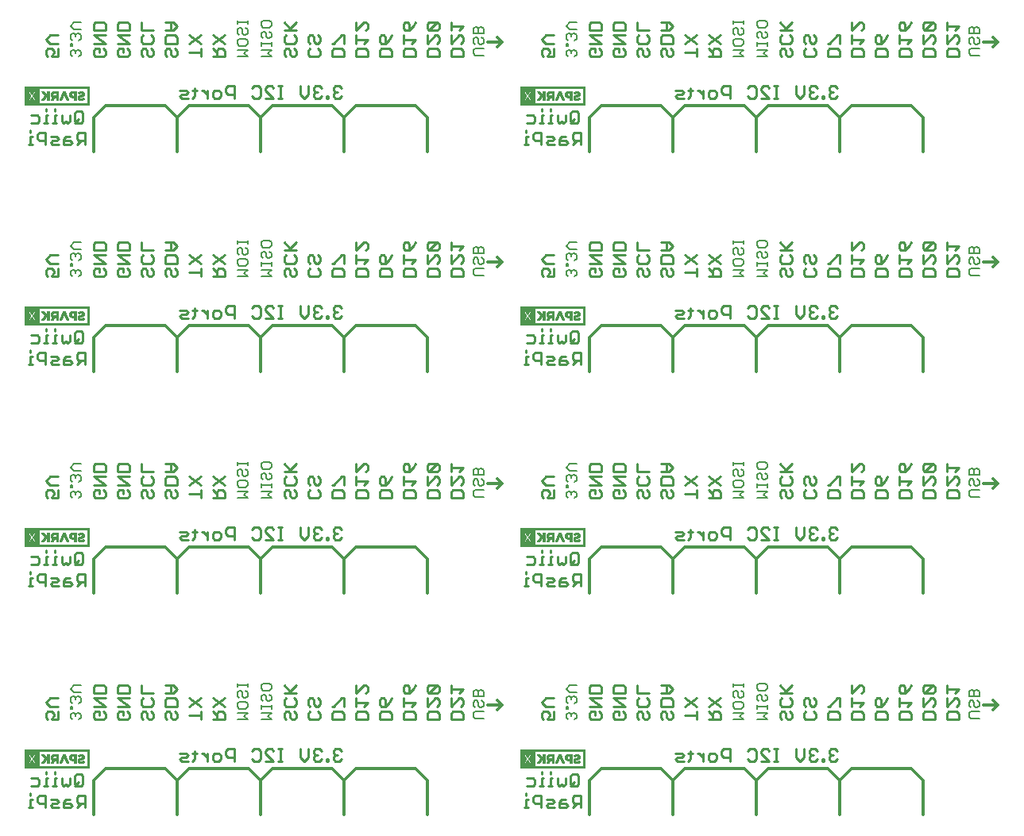
<source format=gbo>
G75*
%MOIN*%
%OFA0B0*%
%FSLAX25Y25*%
%IPPOS*%
%LPD*%
%AMOC8*
5,1,8,0,0,1.08239X$1,22.5*
%
%ADD10C,0.00900*%
%ADD11C,0.00800*%
%ADD12C,0.01200*%
%ADD13C,0.00039*%
D10*
X0108474Y0021783D02*
X0110175Y0021783D01*
X0109325Y0021783D02*
X0109325Y0025186D01*
X0110175Y0025186D01*
X0109325Y0026888D02*
X0109325Y0027738D01*
X0109535Y0030783D02*
X0112087Y0030783D01*
X0112938Y0031634D01*
X0112938Y0033336D01*
X0112087Y0034186D01*
X0109535Y0034186D01*
X0115770Y0034186D02*
X0115770Y0030783D01*
X0114920Y0030783D02*
X0116621Y0030783D01*
X0118603Y0030783D02*
X0120304Y0030783D01*
X0119453Y0030783D02*
X0119453Y0034186D01*
X0120304Y0034186D01*
X0119453Y0035888D02*
X0119453Y0036738D01*
X0115770Y0036738D02*
X0115770Y0035888D01*
X0115770Y0034186D02*
X0116621Y0034186D01*
X0122426Y0034186D02*
X0122426Y0031634D01*
X0123277Y0030783D01*
X0124127Y0031634D01*
X0124978Y0030783D01*
X0125829Y0031634D01*
X0125829Y0034186D01*
X0127951Y0035037D02*
X0127951Y0031634D01*
X0128801Y0030783D01*
X0130503Y0030783D01*
X0131354Y0031634D01*
X0131354Y0035037D01*
X0130503Y0035888D01*
X0128801Y0035888D01*
X0127951Y0035037D01*
X0129652Y0032485D02*
X0127951Y0030783D01*
X0129722Y0026888D02*
X0128871Y0026037D01*
X0128871Y0024336D01*
X0129722Y0023485D01*
X0132274Y0023485D01*
X0130573Y0023485D02*
X0128871Y0021783D01*
X0126750Y0022634D02*
X0125899Y0023485D01*
X0123347Y0023485D01*
X0123347Y0024336D02*
X0123347Y0021783D01*
X0125899Y0021783D01*
X0126750Y0022634D01*
X0125899Y0025186D02*
X0124197Y0025186D01*
X0123347Y0024336D01*
X0121225Y0024336D02*
X0120374Y0025186D01*
X0117822Y0025186D01*
X0118673Y0023485D02*
X0117822Y0022634D01*
X0118673Y0021783D01*
X0121225Y0021783D01*
X0120374Y0023485D02*
X0121225Y0024336D01*
X0120374Y0023485D02*
X0118673Y0023485D01*
X0115700Y0023485D02*
X0113148Y0023485D01*
X0112297Y0024336D01*
X0112297Y0026037D01*
X0113148Y0026888D01*
X0115700Y0026888D01*
X0115700Y0021783D01*
X0129722Y0026888D02*
X0132274Y0026888D01*
X0132274Y0021783D01*
X0172015Y0042134D02*
X0172866Y0042985D01*
X0174567Y0042985D01*
X0175418Y0043836D01*
X0174567Y0044686D01*
X0172015Y0044686D01*
X0172015Y0042134D02*
X0172866Y0041283D01*
X0175418Y0041283D01*
X0177400Y0041283D02*
X0178251Y0042134D01*
X0178251Y0045537D01*
X0179101Y0044686D02*
X0177400Y0044686D01*
X0181153Y0044686D02*
X0182004Y0044686D01*
X0183705Y0042985D01*
X0183705Y0044686D02*
X0183705Y0041283D01*
X0185827Y0042134D02*
X0185827Y0043836D01*
X0186678Y0044686D01*
X0188379Y0044686D01*
X0189230Y0043836D01*
X0189230Y0042134D01*
X0188379Y0041283D01*
X0186678Y0041283D01*
X0185827Y0042134D01*
X0191352Y0043836D02*
X0192203Y0042985D01*
X0194755Y0042985D01*
X0194755Y0041283D02*
X0194755Y0046388D01*
X0192203Y0046388D01*
X0191352Y0045537D01*
X0191352Y0043836D01*
X0202401Y0045537D02*
X0203252Y0046388D01*
X0204953Y0046388D01*
X0205804Y0045537D01*
X0205804Y0042134D01*
X0204953Y0041283D01*
X0203252Y0041283D01*
X0202401Y0042134D01*
X0207926Y0041283D02*
X0211329Y0041283D01*
X0207926Y0044686D01*
X0207926Y0045537D01*
X0208777Y0046388D01*
X0210478Y0046388D01*
X0211329Y0045537D01*
X0213311Y0046388D02*
X0215012Y0046388D01*
X0214161Y0046388D02*
X0214161Y0041283D01*
X0213311Y0041283D02*
X0215012Y0041283D01*
X0222659Y0042985D02*
X0222659Y0046388D01*
X0226061Y0046388D02*
X0226061Y0042985D01*
X0224360Y0041283D01*
X0222659Y0042985D01*
X0228183Y0042985D02*
X0228183Y0042134D01*
X0229034Y0041283D01*
X0230735Y0041283D01*
X0231586Y0042134D01*
X0233498Y0042134D02*
X0233498Y0041283D01*
X0234349Y0041283D01*
X0234349Y0042134D01*
X0233498Y0042134D01*
X0236470Y0042134D02*
X0237321Y0041283D01*
X0239023Y0041283D01*
X0239873Y0042134D01*
X0238172Y0043836D02*
X0237321Y0043836D01*
X0236470Y0042985D01*
X0236470Y0042134D01*
X0237321Y0043836D02*
X0236470Y0044686D01*
X0236470Y0045537D01*
X0237321Y0046388D01*
X0239023Y0046388D01*
X0239873Y0045537D01*
X0231586Y0045537D02*
X0230735Y0046388D01*
X0229034Y0046388D01*
X0228183Y0045537D01*
X0228183Y0044686D01*
X0229034Y0043836D01*
X0228183Y0042985D01*
X0229034Y0043836D02*
X0229885Y0043836D01*
X0230037Y0058783D02*
X0226634Y0058783D01*
X0225783Y0059634D01*
X0225783Y0061336D01*
X0226634Y0062186D01*
X0226634Y0064308D02*
X0225783Y0065159D01*
X0225783Y0066860D01*
X0226634Y0067711D01*
X0227485Y0067711D01*
X0228336Y0066860D01*
X0228336Y0065159D01*
X0229186Y0064308D01*
X0230037Y0064308D01*
X0230888Y0065159D01*
X0230888Y0066860D01*
X0230037Y0067711D01*
X0230037Y0062186D02*
X0230888Y0061336D01*
X0230888Y0059634D01*
X0230037Y0058783D01*
X0235783Y0058783D02*
X0235783Y0061336D01*
X0236634Y0062186D01*
X0240037Y0062186D01*
X0240888Y0061336D01*
X0240888Y0058783D01*
X0235783Y0058783D01*
X0235783Y0064308D02*
X0236634Y0064308D01*
X0240037Y0067711D01*
X0240888Y0067711D01*
X0240888Y0064308D01*
X0245783Y0064308D02*
X0245783Y0067711D01*
X0245783Y0066009D02*
X0250888Y0066009D01*
X0249186Y0064308D01*
X0250037Y0062186D02*
X0246634Y0062186D01*
X0245783Y0061336D01*
X0245783Y0058783D01*
X0250888Y0058783D01*
X0250888Y0061336D01*
X0250037Y0062186D01*
X0255783Y0061336D02*
X0256634Y0062186D01*
X0260037Y0062186D01*
X0260888Y0061336D01*
X0260888Y0058783D01*
X0255783Y0058783D01*
X0255783Y0061336D01*
X0256634Y0064308D02*
X0255783Y0065159D01*
X0255783Y0066860D01*
X0256634Y0067711D01*
X0257485Y0067711D01*
X0258336Y0066860D01*
X0258336Y0064308D01*
X0256634Y0064308D01*
X0258336Y0064308D02*
X0260037Y0066009D01*
X0260888Y0067711D01*
X0265783Y0067711D02*
X0265783Y0064308D01*
X0265783Y0066009D02*
X0270888Y0066009D01*
X0269186Y0064308D01*
X0270037Y0062186D02*
X0270888Y0061336D01*
X0270888Y0058783D01*
X0265783Y0058783D01*
X0265783Y0061336D01*
X0266634Y0062186D01*
X0270037Y0062186D01*
X0275783Y0061336D02*
X0276634Y0062186D01*
X0280037Y0062186D01*
X0280888Y0061336D01*
X0280888Y0058783D01*
X0275783Y0058783D01*
X0275783Y0061336D01*
X0275783Y0064308D02*
X0279186Y0067711D01*
X0280037Y0067711D01*
X0280888Y0066860D01*
X0280888Y0065159D01*
X0280037Y0064308D01*
X0275783Y0064308D02*
X0275783Y0067711D01*
X0276634Y0069833D02*
X0280037Y0073236D01*
X0276634Y0073236D01*
X0275783Y0072385D01*
X0275783Y0070683D01*
X0276634Y0069833D01*
X0280037Y0069833D01*
X0280888Y0070683D01*
X0280888Y0072385D01*
X0280037Y0073236D01*
X0285783Y0073236D02*
X0285783Y0069833D01*
X0285783Y0071534D02*
X0290888Y0071534D01*
X0289186Y0069833D01*
X0289186Y0067711D02*
X0290037Y0067711D01*
X0290888Y0066860D01*
X0290888Y0065159D01*
X0290037Y0064308D01*
X0290037Y0062186D02*
X0290888Y0061336D01*
X0290888Y0058783D01*
X0285783Y0058783D01*
X0285783Y0061336D01*
X0286634Y0062186D01*
X0290037Y0062186D01*
X0285783Y0064308D02*
X0285783Y0067711D01*
X0285783Y0064308D02*
X0289186Y0067711D01*
X0270888Y0073236D02*
X0270037Y0071534D01*
X0268336Y0069833D01*
X0268336Y0072385D01*
X0267485Y0073236D01*
X0266634Y0073236D01*
X0265783Y0072385D01*
X0265783Y0070683D01*
X0266634Y0069833D01*
X0268336Y0069833D01*
X0250888Y0070683D02*
X0250037Y0069833D01*
X0250888Y0070683D02*
X0250888Y0072385D01*
X0250037Y0073236D01*
X0249186Y0073236D01*
X0245783Y0069833D01*
X0245783Y0073236D01*
X0220888Y0073236D02*
X0217485Y0069833D01*
X0218336Y0070683D02*
X0215783Y0073236D01*
X0215783Y0069833D02*
X0220888Y0069833D01*
X0220037Y0067711D02*
X0220888Y0066860D01*
X0220888Y0065159D01*
X0220037Y0064308D01*
X0216634Y0064308D01*
X0215783Y0065159D01*
X0215783Y0066860D01*
X0216634Y0067711D01*
X0216634Y0062186D02*
X0215783Y0061336D01*
X0215783Y0059634D01*
X0216634Y0058783D01*
X0218336Y0059634D02*
X0218336Y0061336D01*
X0217485Y0062186D01*
X0216634Y0062186D01*
X0218336Y0059634D02*
X0219186Y0058783D01*
X0220037Y0058783D01*
X0220888Y0059634D01*
X0220888Y0061336D01*
X0220037Y0062186D01*
X0190888Y0061336D02*
X0190037Y0062186D01*
X0188336Y0062186D01*
X0187485Y0061336D01*
X0187485Y0058783D01*
X0185783Y0058783D02*
X0190888Y0058783D01*
X0190888Y0061336D01*
X0190888Y0064308D02*
X0185783Y0067711D01*
X0185783Y0064308D02*
X0190888Y0067711D01*
X0185783Y0062186D02*
X0187485Y0060485D01*
X0180888Y0060485D02*
X0175783Y0060485D01*
X0175783Y0064308D02*
X0180888Y0067711D01*
X0180888Y0064308D02*
X0175783Y0067711D01*
X0170888Y0066860D02*
X0170888Y0064308D01*
X0165783Y0064308D01*
X0165783Y0066860D01*
X0166634Y0067711D01*
X0170037Y0067711D01*
X0170888Y0066860D01*
X0169186Y0069833D02*
X0170888Y0071534D01*
X0169186Y0073236D01*
X0165783Y0073236D01*
X0168336Y0073236D02*
X0168336Y0069833D01*
X0169186Y0069833D02*
X0165783Y0069833D01*
X0160888Y0069833D02*
X0155783Y0069833D01*
X0155783Y0073236D01*
X0150888Y0072385D02*
X0150888Y0069833D01*
X0145783Y0069833D01*
X0145783Y0072385D01*
X0146634Y0073236D01*
X0150037Y0073236D01*
X0150888Y0072385D01*
X0150888Y0067711D02*
X0145783Y0067711D01*
X0150888Y0064308D01*
X0145783Y0064308D01*
X0146634Y0062186D02*
X0148336Y0062186D01*
X0148336Y0060485D01*
X0150037Y0062186D02*
X0150888Y0061336D01*
X0150888Y0059634D01*
X0150037Y0058783D01*
X0146634Y0058783D01*
X0145783Y0059634D01*
X0145783Y0061336D01*
X0146634Y0062186D01*
X0140888Y0061336D02*
X0140888Y0059634D01*
X0140037Y0058783D01*
X0136634Y0058783D01*
X0135783Y0059634D01*
X0135783Y0061336D01*
X0136634Y0062186D01*
X0138336Y0062186D01*
X0138336Y0060485D01*
X0140037Y0062186D02*
X0140888Y0061336D01*
X0140888Y0064308D02*
X0135783Y0067711D01*
X0140888Y0067711D01*
X0140888Y0069833D02*
X0140888Y0072385D01*
X0140037Y0073236D01*
X0136634Y0073236D01*
X0135783Y0072385D01*
X0135783Y0069833D01*
X0140888Y0069833D01*
X0140888Y0064308D02*
X0135783Y0064308D01*
X0120888Y0064308D02*
X0117485Y0064308D01*
X0115783Y0066009D01*
X0117485Y0067711D01*
X0120888Y0067711D01*
X0120888Y0062186D02*
X0120888Y0058783D01*
X0118336Y0058783D01*
X0119186Y0060485D01*
X0119186Y0061336D01*
X0118336Y0062186D01*
X0116634Y0062186D01*
X0115783Y0061336D01*
X0115783Y0059634D01*
X0116634Y0058783D01*
X0155783Y0059634D02*
X0156634Y0058783D01*
X0155783Y0059634D02*
X0155783Y0061336D01*
X0156634Y0062186D01*
X0157485Y0062186D01*
X0158336Y0061336D01*
X0158336Y0059634D01*
X0159186Y0058783D01*
X0160037Y0058783D01*
X0160888Y0059634D01*
X0160888Y0061336D01*
X0160037Y0062186D01*
X0160037Y0064308D02*
X0156634Y0064308D01*
X0155783Y0065159D01*
X0155783Y0066860D01*
X0156634Y0067711D01*
X0160037Y0067711D02*
X0160888Y0066860D01*
X0160888Y0065159D01*
X0160037Y0064308D01*
X0165783Y0061336D02*
X0165783Y0059634D01*
X0166634Y0058783D01*
X0168336Y0059634D02*
X0168336Y0061336D01*
X0167485Y0062186D01*
X0166634Y0062186D01*
X0165783Y0061336D01*
X0168336Y0059634D02*
X0169186Y0058783D01*
X0170037Y0058783D01*
X0170888Y0059634D01*
X0170888Y0061336D01*
X0170037Y0062186D01*
X0180888Y0062186D02*
X0180888Y0058783D01*
X0132274Y0114783D02*
X0132274Y0119888D01*
X0129722Y0119888D01*
X0128871Y0119037D01*
X0128871Y0117336D01*
X0129722Y0116485D01*
X0132274Y0116485D01*
X0130573Y0116485D02*
X0128871Y0114783D01*
X0126750Y0115634D02*
X0125899Y0116485D01*
X0123347Y0116485D01*
X0123347Y0117336D02*
X0123347Y0114783D01*
X0125899Y0114783D01*
X0126750Y0115634D01*
X0125899Y0118186D02*
X0124197Y0118186D01*
X0123347Y0117336D01*
X0121225Y0117336D02*
X0120374Y0118186D01*
X0117822Y0118186D01*
X0118673Y0116485D02*
X0117822Y0115634D01*
X0118673Y0114783D01*
X0121225Y0114783D01*
X0120374Y0116485D02*
X0121225Y0117336D01*
X0120374Y0116485D02*
X0118673Y0116485D01*
X0115700Y0116485D02*
X0113148Y0116485D01*
X0112297Y0117336D01*
X0112297Y0119037D01*
X0113148Y0119888D01*
X0115700Y0119888D01*
X0115700Y0114783D01*
X0110175Y0114783D02*
X0108474Y0114783D01*
X0109325Y0114783D02*
X0109325Y0118186D01*
X0110175Y0118186D01*
X0109325Y0119888D02*
X0109325Y0120738D01*
X0109535Y0123783D02*
X0112087Y0123783D01*
X0112938Y0124634D01*
X0112938Y0126336D01*
X0112087Y0127186D01*
X0109535Y0127186D01*
X0115770Y0127186D02*
X0115770Y0123783D01*
X0114920Y0123783D02*
X0116621Y0123783D01*
X0118603Y0123783D02*
X0120304Y0123783D01*
X0119453Y0123783D02*
X0119453Y0127186D01*
X0120304Y0127186D01*
X0119453Y0128888D02*
X0119453Y0129738D01*
X0115770Y0129738D02*
X0115770Y0128888D01*
X0115770Y0127186D02*
X0116621Y0127186D01*
X0122426Y0127186D02*
X0122426Y0124634D01*
X0123277Y0123783D01*
X0124127Y0124634D01*
X0124978Y0123783D01*
X0125829Y0124634D01*
X0125829Y0127186D01*
X0127951Y0128037D02*
X0127951Y0124634D01*
X0128801Y0123783D01*
X0130503Y0123783D01*
X0131354Y0124634D01*
X0131354Y0128037D01*
X0130503Y0128888D01*
X0128801Y0128888D01*
X0127951Y0128037D01*
X0129652Y0125485D02*
X0127951Y0123783D01*
X0120888Y0151783D02*
X0118336Y0151783D01*
X0119186Y0153485D01*
X0119186Y0154336D01*
X0118336Y0155186D01*
X0116634Y0155186D01*
X0115783Y0154336D01*
X0115783Y0152634D01*
X0116634Y0151783D01*
X0120888Y0151783D02*
X0120888Y0155186D01*
X0120888Y0157308D02*
X0117485Y0157308D01*
X0115783Y0159009D01*
X0117485Y0160711D01*
X0120888Y0160711D01*
X0135783Y0160711D02*
X0140888Y0160711D01*
X0140888Y0162833D02*
X0140888Y0165385D01*
X0140037Y0166236D01*
X0136634Y0166236D01*
X0135783Y0165385D01*
X0135783Y0162833D01*
X0140888Y0162833D01*
X0145783Y0162833D02*
X0145783Y0165385D01*
X0146634Y0166236D01*
X0150037Y0166236D01*
X0150888Y0165385D01*
X0150888Y0162833D01*
X0145783Y0162833D01*
X0145783Y0160711D02*
X0150888Y0160711D01*
X0150888Y0157308D02*
X0145783Y0157308D01*
X0146634Y0155186D02*
X0148336Y0155186D01*
X0148336Y0153485D01*
X0150037Y0155186D02*
X0150888Y0154336D01*
X0150888Y0152634D01*
X0150037Y0151783D01*
X0146634Y0151783D01*
X0145783Y0152634D01*
X0145783Y0154336D01*
X0146634Y0155186D01*
X0150888Y0157308D02*
X0145783Y0160711D01*
X0140888Y0157308D02*
X0135783Y0160711D01*
X0135783Y0157308D02*
X0140888Y0157308D01*
X0140037Y0155186D02*
X0140888Y0154336D01*
X0140888Y0152634D01*
X0140037Y0151783D01*
X0136634Y0151783D01*
X0135783Y0152634D01*
X0135783Y0154336D01*
X0136634Y0155186D01*
X0138336Y0155186D01*
X0138336Y0153485D01*
X0155783Y0154336D02*
X0155783Y0152634D01*
X0156634Y0151783D01*
X0158336Y0152634D02*
X0158336Y0154336D01*
X0157485Y0155186D01*
X0156634Y0155186D01*
X0155783Y0154336D01*
X0158336Y0152634D02*
X0159186Y0151783D01*
X0160037Y0151783D01*
X0160888Y0152634D01*
X0160888Y0154336D01*
X0160037Y0155186D01*
X0160037Y0157308D02*
X0156634Y0157308D01*
X0155783Y0158159D01*
X0155783Y0159860D01*
X0156634Y0160711D01*
X0155783Y0162833D02*
X0160888Y0162833D01*
X0160037Y0160711D02*
X0160888Y0159860D01*
X0160888Y0158159D01*
X0160037Y0157308D01*
X0165783Y0157308D02*
X0165783Y0159860D01*
X0166634Y0160711D01*
X0170037Y0160711D01*
X0170888Y0159860D01*
X0170888Y0157308D01*
X0165783Y0157308D01*
X0166634Y0155186D02*
X0165783Y0154336D01*
X0165783Y0152634D01*
X0166634Y0151783D01*
X0168336Y0152634D02*
X0168336Y0154336D01*
X0167485Y0155186D01*
X0166634Y0155186D01*
X0168336Y0152634D02*
X0169186Y0151783D01*
X0170037Y0151783D01*
X0170888Y0152634D01*
X0170888Y0154336D01*
X0170037Y0155186D01*
X0175783Y0153485D02*
X0180888Y0153485D01*
X0180888Y0155186D02*
X0180888Y0151783D01*
X0185783Y0151783D02*
X0190888Y0151783D01*
X0190888Y0154336D01*
X0190037Y0155186D01*
X0188336Y0155186D01*
X0187485Y0154336D01*
X0187485Y0151783D01*
X0187485Y0153485D02*
X0185783Y0155186D01*
X0185783Y0157308D02*
X0190888Y0160711D01*
X0190888Y0157308D02*
X0185783Y0160711D01*
X0180888Y0160711D02*
X0175783Y0157308D01*
X0175783Y0160711D02*
X0180888Y0157308D01*
X0170888Y0164534D02*
X0169186Y0166236D01*
X0165783Y0166236D01*
X0168336Y0166236D02*
X0168336Y0162833D01*
X0169186Y0162833D02*
X0165783Y0162833D01*
X0169186Y0162833D02*
X0170888Y0164534D01*
X0155783Y0162833D02*
X0155783Y0166236D01*
X0172015Y0137686D02*
X0174567Y0137686D01*
X0175418Y0136836D01*
X0174567Y0135985D01*
X0172866Y0135985D01*
X0172015Y0135134D01*
X0172866Y0134283D01*
X0175418Y0134283D01*
X0177400Y0134283D02*
X0178251Y0135134D01*
X0178251Y0138537D01*
X0179101Y0137686D02*
X0177400Y0137686D01*
X0181153Y0137686D02*
X0182004Y0137686D01*
X0183705Y0135985D01*
X0183705Y0137686D02*
X0183705Y0134283D01*
X0185827Y0135134D02*
X0185827Y0136836D01*
X0186678Y0137686D01*
X0188379Y0137686D01*
X0189230Y0136836D01*
X0189230Y0135134D01*
X0188379Y0134283D01*
X0186678Y0134283D01*
X0185827Y0135134D01*
X0191352Y0136836D02*
X0192203Y0135985D01*
X0194755Y0135985D01*
X0194755Y0134283D02*
X0194755Y0139388D01*
X0192203Y0139388D01*
X0191352Y0138537D01*
X0191352Y0136836D01*
X0202401Y0138537D02*
X0203252Y0139388D01*
X0204953Y0139388D01*
X0205804Y0138537D01*
X0205804Y0135134D01*
X0204953Y0134283D01*
X0203252Y0134283D01*
X0202401Y0135134D01*
X0207926Y0134283D02*
X0211329Y0134283D01*
X0207926Y0137686D01*
X0207926Y0138537D01*
X0208777Y0139388D01*
X0210478Y0139388D01*
X0211329Y0138537D01*
X0213311Y0139388D02*
X0215012Y0139388D01*
X0214161Y0139388D02*
X0214161Y0134283D01*
X0213311Y0134283D02*
X0215012Y0134283D01*
X0222659Y0135985D02*
X0222659Y0139388D01*
X0226061Y0139388D02*
X0226061Y0135985D01*
X0224360Y0134283D01*
X0222659Y0135985D01*
X0228183Y0135985D02*
X0228183Y0135134D01*
X0229034Y0134283D01*
X0230735Y0134283D01*
X0231586Y0135134D01*
X0233498Y0135134D02*
X0233498Y0134283D01*
X0234349Y0134283D01*
X0234349Y0135134D01*
X0233498Y0135134D01*
X0236470Y0135134D02*
X0237321Y0134283D01*
X0239023Y0134283D01*
X0239873Y0135134D01*
X0238172Y0136836D02*
X0237321Y0136836D01*
X0236470Y0135985D01*
X0236470Y0135134D01*
X0237321Y0136836D02*
X0236470Y0137686D01*
X0236470Y0138537D01*
X0237321Y0139388D01*
X0239023Y0139388D01*
X0239873Y0138537D01*
X0231586Y0138537D02*
X0230735Y0139388D01*
X0229034Y0139388D01*
X0228183Y0138537D01*
X0228183Y0137686D01*
X0229034Y0136836D01*
X0228183Y0135985D01*
X0229034Y0136836D02*
X0229885Y0136836D01*
X0230037Y0151783D02*
X0226634Y0151783D01*
X0225783Y0152634D01*
X0225783Y0154336D01*
X0226634Y0155186D01*
X0226634Y0157308D02*
X0225783Y0158159D01*
X0225783Y0159860D01*
X0226634Y0160711D01*
X0227485Y0160711D01*
X0228336Y0159860D01*
X0228336Y0158159D01*
X0229186Y0157308D01*
X0230037Y0157308D01*
X0230888Y0158159D01*
X0230888Y0159860D01*
X0230037Y0160711D01*
X0230037Y0155186D02*
X0230888Y0154336D01*
X0230888Y0152634D01*
X0230037Y0151783D01*
X0235783Y0151783D02*
X0235783Y0154336D01*
X0236634Y0155186D01*
X0240037Y0155186D01*
X0240888Y0154336D01*
X0240888Y0151783D01*
X0235783Y0151783D01*
X0235783Y0157308D02*
X0236634Y0157308D01*
X0240037Y0160711D01*
X0240888Y0160711D01*
X0240888Y0157308D01*
X0245783Y0157308D02*
X0245783Y0160711D01*
X0245783Y0159009D02*
X0250888Y0159009D01*
X0249186Y0157308D01*
X0250037Y0155186D02*
X0246634Y0155186D01*
X0245783Y0154336D01*
X0245783Y0151783D01*
X0250888Y0151783D01*
X0250888Y0154336D01*
X0250037Y0155186D01*
X0255783Y0154336D02*
X0256634Y0155186D01*
X0260037Y0155186D01*
X0260888Y0154336D01*
X0260888Y0151783D01*
X0255783Y0151783D01*
X0255783Y0154336D01*
X0256634Y0157308D02*
X0255783Y0158159D01*
X0255783Y0159860D01*
X0256634Y0160711D01*
X0257485Y0160711D01*
X0258336Y0159860D01*
X0258336Y0157308D01*
X0256634Y0157308D01*
X0258336Y0157308D02*
X0260037Y0159009D01*
X0260888Y0160711D01*
X0265783Y0160711D02*
X0265783Y0157308D01*
X0265783Y0159009D02*
X0270888Y0159009D01*
X0269186Y0157308D01*
X0270037Y0155186D02*
X0270888Y0154336D01*
X0270888Y0151783D01*
X0265783Y0151783D01*
X0265783Y0154336D01*
X0266634Y0155186D01*
X0270037Y0155186D01*
X0275783Y0154336D02*
X0275783Y0151783D01*
X0280888Y0151783D01*
X0280888Y0154336D01*
X0280037Y0155186D01*
X0276634Y0155186D01*
X0275783Y0154336D01*
X0275783Y0157308D02*
X0279186Y0160711D01*
X0280037Y0160711D01*
X0280888Y0159860D01*
X0280888Y0158159D01*
X0280037Y0157308D01*
X0275783Y0157308D02*
X0275783Y0160711D01*
X0276634Y0162833D02*
X0280037Y0166236D01*
X0276634Y0166236D01*
X0275783Y0165385D01*
X0275783Y0163683D01*
X0276634Y0162833D01*
X0280037Y0162833D01*
X0280888Y0163683D01*
X0280888Y0165385D01*
X0280037Y0166236D01*
X0285783Y0166236D02*
X0285783Y0162833D01*
X0285783Y0164534D02*
X0290888Y0164534D01*
X0289186Y0162833D01*
X0289186Y0160711D02*
X0290037Y0160711D01*
X0290888Y0159860D01*
X0290888Y0158159D01*
X0290037Y0157308D01*
X0290037Y0155186D02*
X0290888Y0154336D01*
X0290888Y0151783D01*
X0285783Y0151783D01*
X0285783Y0154336D01*
X0286634Y0155186D01*
X0290037Y0155186D01*
X0285783Y0157308D02*
X0285783Y0160711D01*
X0285783Y0157308D02*
X0289186Y0160711D01*
X0270888Y0166236D02*
X0270037Y0164534D01*
X0268336Y0162833D01*
X0268336Y0165385D01*
X0267485Y0166236D01*
X0266634Y0166236D01*
X0265783Y0165385D01*
X0265783Y0163683D01*
X0266634Y0162833D01*
X0268336Y0162833D01*
X0250888Y0163683D02*
X0250037Y0162833D01*
X0250888Y0163683D02*
X0250888Y0165385D01*
X0250037Y0166236D01*
X0249186Y0166236D01*
X0245783Y0162833D01*
X0245783Y0166236D01*
X0220888Y0166236D02*
X0217485Y0162833D01*
X0218336Y0163683D02*
X0215783Y0166236D01*
X0215783Y0162833D02*
X0220888Y0162833D01*
X0220037Y0160711D02*
X0220888Y0159860D01*
X0220888Y0158159D01*
X0220037Y0157308D01*
X0216634Y0157308D01*
X0215783Y0158159D01*
X0215783Y0159860D01*
X0216634Y0160711D01*
X0216634Y0155186D02*
X0215783Y0154336D01*
X0215783Y0152634D01*
X0216634Y0151783D01*
X0218336Y0152634D02*
X0218336Y0154336D01*
X0217485Y0155186D01*
X0216634Y0155186D01*
X0218336Y0152634D02*
X0219186Y0151783D01*
X0220037Y0151783D01*
X0220888Y0152634D01*
X0220888Y0154336D01*
X0220037Y0155186D01*
X0224360Y0227283D02*
X0222659Y0228985D01*
X0222659Y0232388D01*
X0226061Y0232388D02*
X0226061Y0228985D01*
X0224360Y0227283D01*
X0228183Y0228134D02*
X0229034Y0227283D01*
X0230735Y0227283D01*
X0231586Y0228134D01*
X0233498Y0228134D02*
X0233498Y0227283D01*
X0234349Y0227283D01*
X0234349Y0228134D01*
X0233498Y0228134D01*
X0236470Y0228134D02*
X0237321Y0227283D01*
X0239023Y0227283D01*
X0239873Y0228134D01*
X0238172Y0229836D02*
X0237321Y0229836D01*
X0236470Y0228985D01*
X0236470Y0228134D01*
X0237321Y0229836D02*
X0236470Y0230686D01*
X0236470Y0231537D01*
X0237321Y0232388D01*
X0239023Y0232388D01*
X0239873Y0231537D01*
X0231586Y0231537D02*
X0230735Y0232388D01*
X0229034Y0232388D01*
X0228183Y0231537D01*
X0228183Y0230686D01*
X0229034Y0229836D01*
X0228183Y0228985D01*
X0228183Y0228134D01*
X0229034Y0229836D02*
X0229885Y0229836D01*
X0230037Y0244783D02*
X0226634Y0244783D01*
X0225783Y0245634D01*
X0225783Y0247336D01*
X0226634Y0248186D01*
X0226634Y0250308D02*
X0225783Y0251159D01*
X0225783Y0252860D01*
X0226634Y0253711D01*
X0227485Y0253711D01*
X0228336Y0252860D01*
X0228336Y0251159D01*
X0229186Y0250308D01*
X0230037Y0250308D01*
X0230888Y0251159D01*
X0230888Y0252860D01*
X0230037Y0253711D01*
X0230037Y0248186D02*
X0230888Y0247336D01*
X0230888Y0245634D01*
X0230037Y0244783D01*
X0235783Y0244783D02*
X0235783Y0247336D01*
X0236634Y0248186D01*
X0240037Y0248186D01*
X0240888Y0247336D01*
X0240888Y0244783D01*
X0235783Y0244783D01*
X0235783Y0250308D02*
X0236634Y0250308D01*
X0240037Y0253711D01*
X0240888Y0253711D01*
X0240888Y0250308D01*
X0245783Y0250308D02*
X0245783Y0253711D01*
X0245783Y0252009D02*
X0250888Y0252009D01*
X0249186Y0250308D01*
X0250037Y0248186D02*
X0246634Y0248186D01*
X0245783Y0247336D01*
X0245783Y0244783D01*
X0250888Y0244783D01*
X0250888Y0247336D01*
X0250037Y0248186D01*
X0255783Y0247336D02*
X0256634Y0248186D01*
X0260037Y0248186D01*
X0260888Y0247336D01*
X0260888Y0244783D01*
X0255783Y0244783D01*
X0255783Y0247336D01*
X0256634Y0250308D02*
X0255783Y0251159D01*
X0255783Y0252860D01*
X0256634Y0253711D01*
X0257485Y0253711D01*
X0258336Y0252860D01*
X0258336Y0250308D01*
X0256634Y0250308D01*
X0258336Y0250308D02*
X0260037Y0252009D01*
X0260888Y0253711D01*
X0265783Y0253711D02*
X0265783Y0250308D01*
X0265783Y0252009D02*
X0270888Y0252009D01*
X0269186Y0250308D01*
X0270037Y0248186D02*
X0270888Y0247336D01*
X0270888Y0244783D01*
X0265783Y0244783D01*
X0265783Y0247336D01*
X0266634Y0248186D01*
X0270037Y0248186D01*
X0275783Y0247336D02*
X0275783Y0244783D01*
X0280888Y0244783D01*
X0280888Y0247336D01*
X0280037Y0248186D01*
X0276634Y0248186D01*
X0275783Y0247336D01*
X0275783Y0250308D02*
X0279186Y0253711D01*
X0280037Y0253711D01*
X0280888Y0252860D01*
X0280888Y0251159D01*
X0280037Y0250308D01*
X0275783Y0250308D02*
X0275783Y0253711D01*
X0276634Y0255833D02*
X0280037Y0259236D01*
X0276634Y0259236D01*
X0275783Y0258385D01*
X0275783Y0256683D01*
X0276634Y0255833D01*
X0280037Y0255833D01*
X0280888Y0256683D01*
X0280888Y0258385D01*
X0280037Y0259236D01*
X0285783Y0259236D02*
X0285783Y0255833D01*
X0285783Y0257534D02*
X0290888Y0257534D01*
X0289186Y0255833D01*
X0289186Y0253711D02*
X0290037Y0253711D01*
X0290888Y0252860D01*
X0290888Y0251159D01*
X0290037Y0250308D01*
X0290037Y0248186D02*
X0290888Y0247336D01*
X0290888Y0244783D01*
X0285783Y0244783D01*
X0285783Y0247336D01*
X0286634Y0248186D01*
X0290037Y0248186D01*
X0285783Y0250308D02*
X0285783Y0253711D01*
X0285783Y0250308D02*
X0289186Y0253711D01*
X0270888Y0259236D02*
X0270037Y0257534D01*
X0268336Y0255833D01*
X0268336Y0258385D01*
X0267485Y0259236D01*
X0266634Y0259236D01*
X0265783Y0258385D01*
X0265783Y0256683D01*
X0266634Y0255833D01*
X0268336Y0255833D01*
X0250888Y0256683D02*
X0250037Y0255833D01*
X0250888Y0256683D02*
X0250888Y0258385D01*
X0250037Y0259236D01*
X0249186Y0259236D01*
X0245783Y0255833D01*
X0245783Y0259236D01*
X0220888Y0259236D02*
X0217485Y0255833D01*
X0218336Y0256683D02*
X0215783Y0259236D01*
X0215783Y0255833D02*
X0220888Y0255833D01*
X0220037Y0253711D02*
X0220888Y0252860D01*
X0220888Y0251159D01*
X0220037Y0250308D01*
X0216634Y0250308D01*
X0215783Y0251159D01*
X0215783Y0252860D01*
X0216634Y0253711D01*
X0216634Y0248186D02*
X0215783Y0247336D01*
X0215783Y0245634D01*
X0216634Y0244783D01*
X0218336Y0245634D02*
X0218336Y0247336D01*
X0217485Y0248186D01*
X0216634Y0248186D01*
X0218336Y0245634D02*
X0219186Y0244783D01*
X0220037Y0244783D01*
X0220888Y0245634D01*
X0220888Y0247336D01*
X0220037Y0248186D01*
X0215012Y0232388D02*
X0213311Y0232388D01*
X0214161Y0232388D02*
X0214161Y0227283D01*
X0213311Y0227283D02*
X0215012Y0227283D01*
X0211329Y0227283D02*
X0207926Y0230686D01*
X0207926Y0231537D01*
X0208777Y0232388D01*
X0210478Y0232388D01*
X0211329Y0231537D01*
X0211329Y0227283D02*
X0207926Y0227283D01*
X0205804Y0228134D02*
X0205804Y0231537D01*
X0204953Y0232388D01*
X0203252Y0232388D01*
X0202401Y0231537D01*
X0202401Y0228134D02*
X0203252Y0227283D01*
X0204953Y0227283D01*
X0205804Y0228134D01*
X0194755Y0227283D02*
X0194755Y0232388D01*
X0192203Y0232388D01*
X0191352Y0231537D01*
X0191352Y0229836D01*
X0192203Y0228985D01*
X0194755Y0228985D01*
X0189230Y0229836D02*
X0189230Y0228134D01*
X0188379Y0227283D01*
X0186678Y0227283D01*
X0185827Y0228134D01*
X0185827Y0229836D01*
X0186678Y0230686D01*
X0188379Y0230686D01*
X0189230Y0229836D01*
X0183705Y0230686D02*
X0183705Y0227283D01*
X0183705Y0228985D02*
X0182004Y0230686D01*
X0181153Y0230686D01*
X0179101Y0230686D02*
X0177400Y0230686D01*
X0178251Y0231537D02*
X0178251Y0228134D01*
X0177400Y0227283D01*
X0175418Y0227283D02*
X0172866Y0227283D01*
X0172015Y0228134D01*
X0172866Y0228985D01*
X0174567Y0228985D01*
X0175418Y0229836D01*
X0174567Y0230686D01*
X0172015Y0230686D01*
X0170037Y0244783D02*
X0169186Y0244783D01*
X0168336Y0245634D01*
X0168336Y0247336D01*
X0167485Y0248186D01*
X0166634Y0248186D01*
X0165783Y0247336D01*
X0165783Y0245634D01*
X0166634Y0244783D01*
X0170037Y0244783D02*
X0170888Y0245634D01*
X0170888Y0247336D01*
X0170037Y0248186D01*
X0170888Y0250308D02*
X0170888Y0252860D01*
X0170037Y0253711D01*
X0166634Y0253711D01*
X0165783Y0252860D01*
X0165783Y0250308D01*
X0170888Y0250308D01*
X0175783Y0250308D02*
X0180888Y0253711D01*
X0180888Y0250308D02*
X0175783Y0253711D01*
X0170888Y0257534D02*
X0169186Y0259236D01*
X0165783Y0259236D01*
X0168336Y0259236D02*
X0168336Y0255833D01*
X0169186Y0255833D02*
X0165783Y0255833D01*
X0169186Y0255833D02*
X0170888Y0257534D01*
X0180888Y0248186D02*
X0180888Y0244783D01*
X0180888Y0246485D02*
X0175783Y0246485D01*
X0185783Y0248186D02*
X0187485Y0246485D01*
X0187485Y0247336D02*
X0187485Y0244783D01*
X0185783Y0244783D02*
X0190888Y0244783D01*
X0190888Y0247336D01*
X0190037Y0248186D01*
X0188336Y0248186D01*
X0187485Y0247336D01*
X0185783Y0250308D02*
X0190888Y0253711D01*
X0190888Y0250308D02*
X0185783Y0253711D01*
X0160888Y0252860D02*
X0160888Y0251159D01*
X0160037Y0250308D01*
X0156634Y0250308D01*
X0155783Y0251159D01*
X0155783Y0252860D01*
X0156634Y0253711D01*
X0155783Y0255833D02*
X0160888Y0255833D01*
X0160037Y0253711D02*
X0160888Y0252860D01*
X0160037Y0248186D02*
X0160888Y0247336D01*
X0160888Y0245634D01*
X0160037Y0244783D01*
X0159186Y0244783D01*
X0158336Y0245634D01*
X0158336Y0247336D01*
X0157485Y0248186D01*
X0156634Y0248186D01*
X0155783Y0247336D01*
X0155783Y0245634D01*
X0156634Y0244783D01*
X0150888Y0245634D02*
X0150888Y0247336D01*
X0150037Y0248186D01*
X0148336Y0248186D02*
X0148336Y0246485D01*
X0148336Y0248186D02*
X0146634Y0248186D01*
X0145783Y0247336D01*
X0145783Y0245634D01*
X0146634Y0244783D01*
X0150037Y0244783D01*
X0150888Y0245634D01*
X0150888Y0250308D02*
X0145783Y0250308D01*
X0145783Y0253711D02*
X0150888Y0253711D01*
X0150888Y0255833D02*
X0150888Y0258385D01*
X0150037Y0259236D01*
X0146634Y0259236D01*
X0145783Y0258385D01*
X0145783Y0255833D01*
X0150888Y0255833D01*
X0155783Y0255833D02*
X0155783Y0259236D01*
X0150888Y0250308D02*
X0145783Y0253711D01*
X0140888Y0253711D02*
X0135783Y0253711D01*
X0140888Y0250308D01*
X0135783Y0250308D01*
X0136634Y0248186D02*
X0138336Y0248186D01*
X0138336Y0246485D01*
X0140037Y0248186D02*
X0140888Y0247336D01*
X0140888Y0245634D01*
X0140037Y0244783D01*
X0136634Y0244783D01*
X0135783Y0245634D01*
X0135783Y0247336D01*
X0136634Y0248186D01*
X0135783Y0255833D02*
X0135783Y0258385D01*
X0136634Y0259236D01*
X0140037Y0259236D01*
X0140888Y0258385D01*
X0140888Y0255833D01*
X0135783Y0255833D01*
X0120888Y0253711D02*
X0117485Y0253711D01*
X0115783Y0252009D01*
X0117485Y0250308D01*
X0120888Y0250308D01*
X0120888Y0248186D02*
X0120888Y0244783D01*
X0118336Y0244783D01*
X0119186Y0246485D01*
X0119186Y0247336D01*
X0118336Y0248186D01*
X0116634Y0248186D01*
X0115783Y0247336D01*
X0115783Y0245634D01*
X0116634Y0244783D01*
X0115770Y0222738D02*
X0115770Y0221888D01*
X0115770Y0220186D02*
X0115770Y0216783D01*
X0114920Y0216783D02*
X0116621Y0216783D01*
X0118603Y0216783D02*
X0120304Y0216783D01*
X0119453Y0216783D02*
X0119453Y0220186D01*
X0120304Y0220186D01*
X0119453Y0221888D02*
X0119453Y0222738D01*
X0116621Y0220186D02*
X0115770Y0220186D01*
X0112938Y0219336D02*
X0112938Y0217634D01*
X0112087Y0216783D01*
X0109535Y0216783D01*
X0109325Y0213738D02*
X0109325Y0212888D01*
X0109325Y0211186D02*
X0109325Y0207783D01*
X0110175Y0207783D02*
X0108474Y0207783D01*
X0109325Y0211186D02*
X0110175Y0211186D01*
X0112297Y0210336D02*
X0113148Y0209485D01*
X0115700Y0209485D01*
X0115700Y0207783D02*
X0115700Y0212888D01*
X0113148Y0212888D01*
X0112297Y0212037D01*
X0112297Y0210336D01*
X0117822Y0211186D02*
X0120374Y0211186D01*
X0121225Y0210336D01*
X0120374Y0209485D01*
X0118673Y0209485D01*
X0117822Y0208634D01*
X0118673Y0207783D01*
X0121225Y0207783D01*
X0123347Y0207783D02*
X0125899Y0207783D01*
X0126750Y0208634D01*
X0125899Y0209485D01*
X0123347Y0209485D01*
X0123347Y0210336D02*
X0123347Y0207783D01*
X0123347Y0210336D02*
X0124197Y0211186D01*
X0125899Y0211186D01*
X0128871Y0210336D02*
X0129722Y0209485D01*
X0132274Y0209485D01*
X0130573Y0209485D02*
X0128871Y0207783D01*
X0128871Y0210336D02*
X0128871Y0212037D01*
X0129722Y0212888D01*
X0132274Y0212888D01*
X0132274Y0207783D01*
X0130503Y0216783D02*
X0131354Y0217634D01*
X0131354Y0221037D01*
X0130503Y0221888D01*
X0128801Y0221888D01*
X0127951Y0221037D01*
X0127951Y0217634D01*
X0128801Y0216783D01*
X0130503Y0216783D01*
X0129652Y0218485D02*
X0127951Y0216783D01*
X0125829Y0217634D02*
X0124978Y0216783D01*
X0124127Y0217634D01*
X0123277Y0216783D01*
X0122426Y0217634D01*
X0122426Y0220186D01*
X0125829Y0220186D02*
X0125829Y0217634D01*
X0112938Y0219336D02*
X0112087Y0220186D01*
X0109535Y0220186D01*
X0109325Y0300130D02*
X0109325Y0303533D01*
X0110175Y0303533D01*
X0109325Y0305234D02*
X0109325Y0306085D01*
X0109535Y0309130D02*
X0112087Y0309130D01*
X0112938Y0309981D01*
X0112938Y0311682D01*
X0112087Y0312533D01*
X0109535Y0312533D01*
X0115770Y0312533D02*
X0115770Y0309130D01*
X0114920Y0309130D02*
X0116621Y0309130D01*
X0118603Y0309130D02*
X0120304Y0309130D01*
X0119453Y0309130D02*
X0119453Y0312533D01*
X0120304Y0312533D01*
X0119453Y0314234D02*
X0119453Y0315085D01*
X0115770Y0315085D02*
X0115770Y0314234D01*
X0115770Y0312533D02*
X0116621Y0312533D01*
X0122426Y0312533D02*
X0122426Y0309981D01*
X0123277Y0309130D01*
X0124127Y0309981D01*
X0124978Y0309130D01*
X0125829Y0309981D01*
X0125829Y0312533D01*
X0127951Y0313383D02*
X0127951Y0309981D01*
X0128801Y0309130D01*
X0130503Y0309130D01*
X0131354Y0309981D01*
X0131354Y0313383D01*
X0130503Y0314234D01*
X0128801Y0314234D01*
X0127951Y0313383D01*
X0129652Y0310831D02*
X0127951Y0309130D01*
X0129722Y0305234D02*
X0128871Y0304383D01*
X0128871Y0302682D01*
X0129722Y0301831D01*
X0132274Y0301831D01*
X0130573Y0301831D02*
X0128871Y0300130D01*
X0126750Y0300981D02*
X0125899Y0301831D01*
X0123347Y0301831D01*
X0123347Y0302682D02*
X0123347Y0300130D01*
X0125899Y0300130D01*
X0126750Y0300981D01*
X0125899Y0303533D02*
X0124197Y0303533D01*
X0123347Y0302682D01*
X0121225Y0302682D02*
X0120374Y0303533D01*
X0117822Y0303533D01*
X0118673Y0301831D02*
X0117822Y0300981D01*
X0118673Y0300130D01*
X0121225Y0300130D01*
X0120374Y0301831D02*
X0121225Y0302682D01*
X0120374Y0301831D02*
X0118673Y0301831D01*
X0115700Y0301831D02*
X0113148Y0301831D01*
X0112297Y0302682D01*
X0112297Y0304383D01*
X0113148Y0305234D01*
X0115700Y0305234D01*
X0115700Y0300130D01*
X0110175Y0300130D02*
X0108474Y0300130D01*
X0129722Y0305234D02*
X0132274Y0305234D01*
X0132274Y0300130D01*
X0136634Y0337130D02*
X0135783Y0337981D01*
X0135783Y0339682D01*
X0136634Y0340533D01*
X0138336Y0340533D01*
X0138336Y0338831D01*
X0140037Y0337130D02*
X0136634Y0337130D01*
X0140037Y0337130D02*
X0140888Y0337981D01*
X0140888Y0339682D01*
X0140037Y0340533D01*
X0140888Y0342655D02*
X0135783Y0346057D01*
X0140888Y0346057D01*
X0140888Y0348179D02*
X0135783Y0348179D01*
X0135783Y0350731D01*
X0136634Y0351582D01*
X0140037Y0351582D01*
X0140888Y0350731D01*
X0140888Y0348179D01*
X0145783Y0348179D02*
X0145783Y0350731D01*
X0146634Y0351582D01*
X0150037Y0351582D01*
X0150888Y0350731D01*
X0150888Y0348179D01*
X0145783Y0348179D01*
X0145783Y0346057D02*
X0150888Y0346057D01*
X0150888Y0342655D02*
X0145783Y0346057D01*
X0145783Y0342655D02*
X0150888Y0342655D01*
X0150037Y0340533D02*
X0150888Y0339682D01*
X0150888Y0337981D01*
X0150037Y0337130D01*
X0146634Y0337130D01*
X0145783Y0337981D01*
X0145783Y0339682D01*
X0146634Y0340533D01*
X0148336Y0340533D01*
X0148336Y0338831D01*
X0155783Y0337981D02*
X0156634Y0337130D01*
X0155783Y0337981D02*
X0155783Y0339682D01*
X0156634Y0340533D01*
X0157485Y0340533D01*
X0158336Y0339682D01*
X0158336Y0337981D01*
X0159186Y0337130D01*
X0160037Y0337130D01*
X0160888Y0337981D01*
X0160888Y0339682D01*
X0160037Y0340533D01*
X0160037Y0342655D02*
X0156634Y0342655D01*
X0155783Y0343505D01*
X0155783Y0345207D01*
X0156634Y0346057D01*
X0155783Y0348179D02*
X0155783Y0351582D01*
X0155783Y0348179D02*
X0160888Y0348179D01*
X0160037Y0346057D02*
X0160888Y0345207D01*
X0160888Y0343505D01*
X0160037Y0342655D01*
X0165783Y0342655D02*
X0165783Y0345207D01*
X0166634Y0346057D01*
X0170037Y0346057D01*
X0170888Y0345207D01*
X0170888Y0342655D01*
X0165783Y0342655D01*
X0166634Y0340533D02*
X0165783Y0339682D01*
X0165783Y0337981D01*
X0166634Y0337130D01*
X0168336Y0337981D02*
X0168336Y0339682D01*
X0167485Y0340533D01*
X0166634Y0340533D01*
X0168336Y0337981D02*
X0169186Y0337130D01*
X0170037Y0337130D01*
X0170888Y0337981D01*
X0170888Y0339682D01*
X0170037Y0340533D01*
X0175783Y0338831D02*
X0180888Y0338831D01*
X0180888Y0337130D02*
X0180888Y0340533D01*
X0180888Y0342655D02*
X0175783Y0346057D01*
X0175783Y0342655D02*
X0180888Y0346057D01*
X0185783Y0346057D02*
X0190888Y0342655D01*
X0190037Y0340533D02*
X0188336Y0340533D01*
X0187485Y0339682D01*
X0187485Y0337130D01*
X0187485Y0338831D02*
X0185783Y0340533D01*
X0185783Y0342655D02*
X0190888Y0346057D01*
X0190037Y0340533D02*
X0190888Y0339682D01*
X0190888Y0337130D01*
X0185783Y0337130D01*
X0192203Y0324734D02*
X0191352Y0323883D01*
X0191352Y0322182D01*
X0192203Y0321331D01*
X0194755Y0321331D01*
X0194755Y0319630D02*
X0194755Y0324734D01*
X0192203Y0324734D01*
X0189230Y0322182D02*
X0189230Y0320481D01*
X0188379Y0319630D01*
X0186678Y0319630D01*
X0185827Y0320481D01*
X0185827Y0322182D01*
X0186678Y0323033D01*
X0188379Y0323033D01*
X0189230Y0322182D01*
X0183705Y0323033D02*
X0183705Y0319630D01*
X0183705Y0321331D02*
X0182004Y0323033D01*
X0181153Y0323033D01*
X0179101Y0323033D02*
X0177400Y0323033D01*
X0178251Y0323883D02*
X0178251Y0320481D01*
X0177400Y0319630D01*
X0175418Y0319630D02*
X0172866Y0319630D01*
X0172015Y0320481D01*
X0172866Y0321331D01*
X0174567Y0321331D01*
X0175418Y0322182D01*
X0174567Y0323033D01*
X0172015Y0323033D01*
X0169186Y0348179D02*
X0165783Y0348179D01*
X0168336Y0348179D02*
X0168336Y0351582D01*
X0169186Y0351582D02*
X0165783Y0351582D01*
X0169186Y0351582D02*
X0170888Y0349881D01*
X0169186Y0348179D01*
X0140888Y0342655D02*
X0135783Y0342655D01*
X0120888Y0342655D02*
X0117485Y0342655D01*
X0115783Y0344356D01*
X0117485Y0346057D01*
X0120888Y0346057D01*
X0120888Y0340533D02*
X0120888Y0337130D01*
X0118336Y0337130D01*
X0119186Y0338831D01*
X0119186Y0339682D01*
X0118336Y0340533D01*
X0116634Y0340533D01*
X0115783Y0339682D01*
X0115783Y0337981D01*
X0116634Y0337130D01*
X0202401Y0323883D02*
X0203252Y0324734D01*
X0204953Y0324734D01*
X0205804Y0323883D01*
X0205804Y0320481D01*
X0204953Y0319630D01*
X0203252Y0319630D01*
X0202401Y0320481D01*
X0207926Y0319630D02*
X0211329Y0319630D01*
X0207926Y0323033D01*
X0207926Y0323883D01*
X0208777Y0324734D01*
X0210478Y0324734D01*
X0211329Y0323883D01*
X0213311Y0324734D02*
X0215012Y0324734D01*
X0214161Y0324734D02*
X0214161Y0319630D01*
X0213311Y0319630D02*
X0215012Y0319630D01*
X0222659Y0321331D02*
X0222659Y0324734D01*
X0226061Y0324734D02*
X0226061Y0321331D01*
X0224360Y0319630D01*
X0222659Y0321331D01*
X0228183Y0321331D02*
X0228183Y0320481D01*
X0229034Y0319630D01*
X0230735Y0319630D01*
X0231586Y0320481D01*
X0233498Y0320481D02*
X0233498Y0319630D01*
X0234349Y0319630D01*
X0234349Y0320481D01*
X0233498Y0320481D01*
X0236470Y0320481D02*
X0237321Y0319630D01*
X0239023Y0319630D01*
X0239873Y0320481D01*
X0238172Y0322182D02*
X0237321Y0322182D01*
X0236470Y0321331D01*
X0236470Y0320481D01*
X0237321Y0322182D02*
X0236470Y0323033D01*
X0236470Y0323883D01*
X0237321Y0324734D01*
X0239023Y0324734D01*
X0239873Y0323883D01*
X0231586Y0323883D02*
X0230735Y0324734D01*
X0229034Y0324734D01*
X0228183Y0323883D01*
X0228183Y0323033D01*
X0229034Y0322182D01*
X0228183Y0321331D01*
X0229034Y0322182D02*
X0229885Y0322182D01*
X0230037Y0337130D02*
X0226634Y0337130D01*
X0225783Y0337981D01*
X0225783Y0339682D01*
X0226634Y0340533D01*
X0226634Y0342655D02*
X0225783Y0343505D01*
X0225783Y0345207D01*
X0226634Y0346057D01*
X0227485Y0346057D01*
X0228336Y0345207D01*
X0228336Y0343505D01*
X0229186Y0342655D01*
X0230037Y0342655D01*
X0230888Y0343505D01*
X0230888Y0345207D01*
X0230037Y0346057D01*
X0230037Y0340533D02*
X0230888Y0339682D01*
X0230888Y0337981D01*
X0230037Y0337130D01*
X0235783Y0337130D02*
X0235783Y0339682D01*
X0236634Y0340533D01*
X0240037Y0340533D01*
X0240888Y0339682D01*
X0240888Y0337130D01*
X0235783Y0337130D01*
X0235783Y0342655D02*
X0236634Y0342655D01*
X0240037Y0346057D01*
X0240888Y0346057D01*
X0240888Y0342655D01*
X0245783Y0342655D02*
X0245783Y0346057D01*
X0245783Y0344356D02*
X0250888Y0344356D01*
X0249186Y0342655D01*
X0250037Y0340533D02*
X0246634Y0340533D01*
X0245783Y0339682D01*
X0245783Y0337130D01*
X0250888Y0337130D01*
X0250888Y0339682D01*
X0250037Y0340533D01*
X0255783Y0339682D02*
X0256634Y0340533D01*
X0260037Y0340533D01*
X0260888Y0339682D01*
X0260888Y0337130D01*
X0255783Y0337130D01*
X0255783Y0339682D01*
X0256634Y0342655D02*
X0255783Y0343505D01*
X0255783Y0345207D01*
X0256634Y0346057D01*
X0257485Y0346057D01*
X0258336Y0345207D01*
X0258336Y0342655D01*
X0256634Y0342655D01*
X0258336Y0342655D02*
X0260037Y0344356D01*
X0260888Y0346057D01*
X0265783Y0346057D02*
X0265783Y0342655D01*
X0265783Y0344356D02*
X0270888Y0344356D01*
X0269186Y0342655D01*
X0270037Y0340533D02*
X0266634Y0340533D01*
X0265783Y0339682D01*
X0265783Y0337130D01*
X0270888Y0337130D01*
X0270888Y0339682D01*
X0270037Y0340533D01*
X0275783Y0339682D02*
X0276634Y0340533D01*
X0280037Y0340533D01*
X0280888Y0339682D01*
X0280888Y0337130D01*
X0275783Y0337130D01*
X0275783Y0339682D01*
X0275783Y0342655D02*
X0279186Y0346057D01*
X0280037Y0346057D01*
X0280888Y0345207D01*
X0280888Y0343505D01*
X0280037Y0342655D01*
X0275783Y0342655D02*
X0275783Y0346057D01*
X0276634Y0348179D02*
X0280037Y0351582D01*
X0276634Y0351582D01*
X0275783Y0350731D01*
X0275783Y0349030D01*
X0276634Y0348179D01*
X0280037Y0348179D01*
X0280888Y0349030D01*
X0280888Y0350731D01*
X0280037Y0351582D01*
X0285783Y0351582D02*
X0285783Y0348179D01*
X0285783Y0349881D02*
X0290888Y0349881D01*
X0289186Y0348179D01*
X0289186Y0346057D02*
X0285783Y0342655D01*
X0285783Y0346057D01*
X0289186Y0346057D02*
X0290037Y0346057D01*
X0290888Y0345207D01*
X0290888Y0343505D01*
X0290037Y0342655D01*
X0290037Y0340533D02*
X0286634Y0340533D01*
X0285783Y0339682D01*
X0285783Y0337130D01*
X0290888Y0337130D01*
X0290888Y0339682D01*
X0290037Y0340533D01*
X0270037Y0349881D02*
X0268336Y0348179D01*
X0268336Y0350731D01*
X0267485Y0351582D01*
X0266634Y0351582D01*
X0265783Y0350731D01*
X0265783Y0349030D01*
X0266634Y0348179D01*
X0268336Y0348179D01*
X0270037Y0349881D02*
X0270888Y0351582D01*
X0250888Y0350731D02*
X0250888Y0349030D01*
X0250037Y0348179D01*
X0250888Y0350731D02*
X0250037Y0351582D01*
X0249186Y0351582D01*
X0245783Y0348179D01*
X0245783Y0351582D01*
X0220888Y0351582D02*
X0217485Y0348179D01*
X0218336Y0349030D02*
X0215783Y0351582D01*
X0215783Y0348179D02*
X0220888Y0348179D01*
X0220037Y0346057D02*
X0220888Y0345207D01*
X0220888Y0343505D01*
X0220037Y0342655D01*
X0216634Y0342655D01*
X0215783Y0343505D01*
X0215783Y0345207D01*
X0216634Y0346057D01*
X0216634Y0340533D02*
X0215783Y0339682D01*
X0215783Y0337981D01*
X0216634Y0337130D01*
X0218336Y0337981D02*
X0218336Y0339682D01*
X0217485Y0340533D01*
X0216634Y0340533D01*
X0218336Y0337981D02*
X0219186Y0337130D01*
X0220037Y0337130D01*
X0220888Y0337981D01*
X0220888Y0339682D01*
X0220037Y0340533D01*
X0317535Y0312533D02*
X0320087Y0312533D01*
X0320938Y0311682D01*
X0320938Y0309981D01*
X0320087Y0309130D01*
X0317535Y0309130D01*
X0317325Y0306085D02*
X0317325Y0305234D01*
X0317325Y0303533D02*
X0317325Y0300130D01*
X0318175Y0300130D02*
X0316474Y0300130D01*
X0317325Y0303533D02*
X0318175Y0303533D01*
X0320297Y0304383D02*
X0320297Y0302682D01*
X0321148Y0301831D01*
X0323700Y0301831D01*
X0323700Y0300130D02*
X0323700Y0305234D01*
X0321148Y0305234D01*
X0320297Y0304383D01*
X0322920Y0309130D02*
X0324621Y0309130D01*
X0323770Y0309130D02*
X0323770Y0312533D01*
X0324621Y0312533D01*
X0323770Y0314234D02*
X0323770Y0315085D01*
X0327453Y0315085D02*
X0327453Y0314234D01*
X0327453Y0312533D02*
X0327453Y0309130D01*
X0326603Y0309130D02*
X0328304Y0309130D01*
X0330426Y0309981D02*
X0330426Y0312533D01*
X0328304Y0312533D02*
X0327453Y0312533D01*
X0330426Y0309981D02*
X0331277Y0309130D01*
X0332127Y0309981D01*
X0332978Y0309130D01*
X0333829Y0309981D01*
X0333829Y0312533D01*
X0335951Y0313383D02*
X0335951Y0309981D01*
X0336801Y0309130D01*
X0338503Y0309130D01*
X0339354Y0309981D01*
X0339354Y0313383D01*
X0338503Y0314234D01*
X0336801Y0314234D01*
X0335951Y0313383D01*
X0337652Y0310831D02*
X0335951Y0309130D01*
X0337722Y0305234D02*
X0336871Y0304383D01*
X0336871Y0302682D01*
X0337722Y0301831D01*
X0340274Y0301831D01*
X0338573Y0301831D02*
X0336871Y0300130D01*
X0334750Y0300981D02*
X0333899Y0301831D01*
X0331347Y0301831D01*
X0331347Y0302682D02*
X0331347Y0300130D01*
X0333899Y0300130D01*
X0334750Y0300981D01*
X0333899Y0303533D02*
X0332197Y0303533D01*
X0331347Y0302682D01*
X0329225Y0302682D02*
X0328374Y0303533D01*
X0325822Y0303533D01*
X0326673Y0301831D02*
X0328374Y0301831D01*
X0329225Y0302682D01*
X0329225Y0300130D02*
X0326673Y0300130D01*
X0325822Y0300981D01*
X0326673Y0301831D01*
X0337722Y0305234D02*
X0340274Y0305234D01*
X0340274Y0300130D01*
X0344634Y0337130D02*
X0343783Y0337981D01*
X0343783Y0339682D01*
X0344634Y0340533D01*
X0346336Y0340533D01*
X0346336Y0338831D01*
X0348037Y0337130D02*
X0344634Y0337130D01*
X0348037Y0337130D02*
X0348888Y0337981D01*
X0348888Y0339682D01*
X0348037Y0340533D01*
X0348888Y0342655D02*
X0343783Y0346057D01*
X0348888Y0346057D01*
X0348888Y0348179D02*
X0348888Y0350731D01*
X0348037Y0351582D01*
X0344634Y0351582D01*
X0343783Y0350731D01*
X0343783Y0348179D01*
X0348888Y0348179D01*
X0353783Y0348179D02*
X0353783Y0350731D01*
X0354634Y0351582D01*
X0358037Y0351582D01*
X0358888Y0350731D01*
X0358888Y0348179D01*
X0353783Y0348179D01*
X0353783Y0346057D02*
X0358888Y0346057D01*
X0358888Y0342655D02*
X0353783Y0346057D01*
X0353783Y0342655D02*
X0358888Y0342655D01*
X0358037Y0340533D02*
X0358888Y0339682D01*
X0358888Y0337981D01*
X0358037Y0337130D01*
X0354634Y0337130D01*
X0353783Y0337981D01*
X0353783Y0339682D01*
X0354634Y0340533D01*
X0356336Y0340533D01*
X0356336Y0338831D01*
X0363783Y0337981D02*
X0364634Y0337130D01*
X0363783Y0337981D02*
X0363783Y0339682D01*
X0364634Y0340533D01*
X0365485Y0340533D01*
X0366336Y0339682D01*
X0366336Y0337981D01*
X0367186Y0337130D01*
X0368037Y0337130D01*
X0368888Y0337981D01*
X0368888Y0339682D01*
X0368037Y0340533D01*
X0368037Y0342655D02*
X0364634Y0342655D01*
X0363783Y0343505D01*
X0363783Y0345207D01*
X0364634Y0346057D01*
X0363783Y0348179D02*
X0363783Y0351582D01*
X0363783Y0348179D02*
X0368888Y0348179D01*
X0368037Y0346057D02*
X0368888Y0345207D01*
X0368888Y0343505D01*
X0368037Y0342655D01*
X0373783Y0342655D02*
X0373783Y0345207D01*
X0374634Y0346057D01*
X0378037Y0346057D01*
X0378888Y0345207D01*
X0378888Y0342655D01*
X0373783Y0342655D01*
X0374634Y0340533D02*
X0373783Y0339682D01*
X0373783Y0337981D01*
X0374634Y0337130D01*
X0376336Y0337981D02*
X0376336Y0339682D01*
X0375485Y0340533D01*
X0374634Y0340533D01*
X0376336Y0337981D02*
X0377186Y0337130D01*
X0378037Y0337130D01*
X0378888Y0337981D01*
X0378888Y0339682D01*
X0378037Y0340533D01*
X0383783Y0338831D02*
X0388888Y0338831D01*
X0388888Y0337130D02*
X0388888Y0340533D01*
X0388888Y0342655D02*
X0383783Y0346057D01*
X0383783Y0342655D02*
X0388888Y0346057D01*
X0393783Y0346057D02*
X0398888Y0342655D01*
X0398037Y0340533D02*
X0396336Y0340533D01*
X0395485Y0339682D01*
X0395485Y0337130D01*
X0395485Y0338831D02*
X0393783Y0340533D01*
X0393783Y0342655D02*
X0398888Y0346057D01*
X0398037Y0340533D02*
X0398888Y0339682D01*
X0398888Y0337130D01*
X0393783Y0337130D01*
X0400203Y0324734D02*
X0399352Y0323883D01*
X0399352Y0322182D01*
X0400203Y0321331D01*
X0402755Y0321331D01*
X0402755Y0319630D02*
X0402755Y0324734D01*
X0400203Y0324734D01*
X0397230Y0322182D02*
X0397230Y0320481D01*
X0396379Y0319630D01*
X0394678Y0319630D01*
X0393827Y0320481D01*
X0393827Y0322182D01*
X0394678Y0323033D01*
X0396379Y0323033D01*
X0397230Y0322182D01*
X0391705Y0323033D02*
X0391705Y0319630D01*
X0391705Y0321331D02*
X0390004Y0323033D01*
X0389153Y0323033D01*
X0387101Y0323033D02*
X0385400Y0323033D01*
X0386251Y0323883D02*
X0386251Y0320481D01*
X0385400Y0319630D01*
X0383418Y0319630D02*
X0380866Y0319630D01*
X0380015Y0320481D01*
X0380866Y0321331D01*
X0382567Y0321331D01*
X0383418Y0322182D01*
X0382567Y0323033D01*
X0380015Y0323033D01*
X0377186Y0348179D02*
X0373783Y0348179D01*
X0376336Y0348179D02*
X0376336Y0351582D01*
X0377186Y0351582D02*
X0373783Y0351582D01*
X0377186Y0351582D02*
X0378888Y0349881D01*
X0377186Y0348179D01*
X0348888Y0342655D02*
X0343783Y0342655D01*
X0328888Y0342655D02*
X0325485Y0342655D01*
X0323783Y0344356D01*
X0325485Y0346057D01*
X0328888Y0346057D01*
X0328888Y0340533D02*
X0328888Y0337130D01*
X0326336Y0337130D01*
X0327186Y0338831D01*
X0327186Y0339682D01*
X0326336Y0340533D01*
X0324634Y0340533D01*
X0323783Y0339682D01*
X0323783Y0337981D01*
X0324634Y0337130D01*
X0344634Y0259236D02*
X0348037Y0259236D01*
X0348888Y0258385D01*
X0348888Y0255833D01*
X0343783Y0255833D01*
X0343783Y0258385D01*
X0344634Y0259236D01*
X0343783Y0253711D02*
X0348888Y0253711D01*
X0348888Y0250308D02*
X0343783Y0253711D01*
X0343783Y0250308D02*
X0348888Y0250308D01*
X0348037Y0248186D02*
X0348888Y0247336D01*
X0348888Y0245634D01*
X0348037Y0244783D01*
X0344634Y0244783D01*
X0343783Y0245634D01*
X0343783Y0247336D01*
X0344634Y0248186D01*
X0346336Y0248186D01*
X0346336Y0246485D01*
X0353783Y0247336D02*
X0354634Y0248186D01*
X0356336Y0248186D01*
X0356336Y0246485D01*
X0358037Y0248186D02*
X0358888Y0247336D01*
X0358888Y0245634D01*
X0358037Y0244783D01*
X0354634Y0244783D01*
X0353783Y0245634D01*
X0353783Y0247336D01*
X0353783Y0250308D02*
X0358888Y0250308D01*
X0353783Y0253711D01*
X0358888Y0253711D01*
X0358888Y0255833D02*
X0358888Y0258385D01*
X0358037Y0259236D01*
X0354634Y0259236D01*
X0353783Y0258385D01*
X0353783Y0255833D01*
X0358888Y0255833D01*
X0363783Y0255833D02*
X0363783Y0259236D01*
X0363783Y0255833D02*
X0368888Y0255833D01*
X0368037Y0253711D02*
X0368888Y0252860D01*
X0368888Y0251159D01*
X0368037Y0250308D01*
X0364634Y0250308D01*
X0363783Y0251159D01*
X0363783Y0252860D01*
X0364634Y0253711D01*
X0364634Y0248186D02*
X0363783Y0247336D01*
X0363783Y0245634D01*
X0364634Y0244783D01*
X0366336Y0245634D02*
X0366336Y0247336D01*
X0365485Y0248186D01*
X0364634Y0248186D01*
X0366336Y0245634D02*
X0367186Y0244783D01*
X0368037Y0244783D01*
X0368888Y0245634D01*
X0368888Y0247336D01*
X0368037Y0248186D01*
X0373783Y0247336D02*
X0373783Y0245634D01*
X0374634Y0244783D01*
X0376336Y0245634D02*
X0376336Y0247336D01*
X0375485Y0248186D01*
X0374634Y0248186D01*
X0373783Y0247336D01*
X0373783Y0250308D02*
X0373783Y0252860D01*
X0374634Y0253711D01*
X0378037Y0253711D01*
X0378888Y0252860D01*
X0378888Y0250308D01*
X0373783Y0250308D01*
X0378037Y0248186D02*
X0378888Y0247336D01*
X0378888Y0245634D01*
X0378037Y0244783D01*
X0377186Y0244783D01*
X0376336Y0245634D01*
X0383783Y0246485D02*
X0388888Y0246485D01*
X0388888Y0248186D02*
X0388888Y0244783D01*
X0393783Y0244783D02*
X0398888Y0244783D01*
X0398888Y0247336D01*
X0398037Y0248186D01*
X0396336Y0248186D01*
X0395485Y0247336D01*
X0395485Y0244783D01*
X0395485Y0246485D02*
X0393783Y0248186D01*
X0393783Y0250308D02*
X0398888Y0253711D01*
X0398888Y0250308D02*
X0393783Y0253711D01*
X0388888Y0253711D02*
X0383783Y0250308D01*
X0383783Y0253711D02*
X0388888Y0250308D01*
X0378888Y0257534D02*
X0377186Y0259236D01*
X0373783Y0259236D01*
X0376336Y0259236D02*
X0376336Y0255833D01*
X0377186Y0255833D02*
X0378888Y0257534D01*
X0377186Y0255833D02*
X0373783Y0255833D01*
X0380015Y0230686D02*
X0382567Y0230686D01*
X0383418Y0229836D01*
X0382567Y0228985D01*
X0380866Y0228985D01*
X0380015Y0228134D01*
X0380866Y0227283D01*
X0383418Y0227283D01*
X0385400Y0227283D02*
X0386251Y0228134D01*
X0386251Y0231537D01*
X0387101Y0230686D02*
X0385400Y0230686D01*
X0389153Y0230686D02*
X0390004Y0230686D01*
X0391705Y0228985D01*
X0391705Y0230686D02*
X0391705Y0227283D01*
X0393827Y0228134D02*
X0393827Y0229836D01*
X0394678Y0230686D01*
X0396379Y0230686D01*
X0397230Y0229836D01*
X0397230Y0228134D01*
X0396379Y0227283D01*
X0394678Y0227283D01*
X0393827Y0228134D01*
X0399352Y0229836D02*
X0400203Y0228985D01*
X0402755Y0228985D01*
X0402755Y0227283D02*
X0402755Y0232388D01*
X0400203Y0232388D01*
X0399352Y0231537D01*
X0399352Y0229836D01*
X0410401Y0231537D02*
X0411252Y0232388D01*
X0412953Y0232388D01*
X0413804Y0231537D01*
X0413804Y0228134D01*
X0412953Y0227283D01*
X0411252Y0227283D01*
X0410401Y0228134D01*
X0415926Y0227283D02*
X0419329Y0227283D01*
X0415926Y0230686D01*
X0415926Y0231537D01*
X0416777Y0232388D01*
X0418478Y0232388D01*
X0419329Y0231537D01*
X0421311Y0232388D02*
X0423012Y0232388D01*
X0422161Y0232388D02*
X0422161Y0227283D01*
X0421311Y0227283D02*
X0423012Y0227283D01*
X0430659Y0228985D02*
X0430659Y0232388D01*
X0434061Y0232388D02*
X0434061Y0228985D01*
X0432360Y0227283D01*
X0430659Y0228985D01*
X0436183Y0228985D02*
X0436183Y0228134D01*
X0437034Y0227283D01*
X0438735Y0227283D01*
X0439586Y0228134D01*
X0441498Y0228134D02*
X0441498Y0227283D01*
X0442349Y0227283D01*
X0442349Y0228134D01*
X0441498Y0228134D01*
X0444470Y0228134D02*
X0445321Y0227283D01*
X0447023Y0227283D01*
X0447873Y0228134D01*
X0446172Y0229836D02*
X0445321Y0229836D01*
X0444470Y0228985D01*
X0444470Y0228134D01*
X0445321Y0229836D02*
X0444470Y0230686D01*
X0444470Y0231537D01*
X0445321Y0232388D01*
X0447023Y0232388D01*
X0447873Y0231537D01*
X0439586Y0231537D02*
X0438735Y0232388D01*
X0437034Y0232388D01*
X0436183Y0231537D01*
X0436183Y0230686D01*
X0437034Y0229836D01*
X0436183Y0228985D01*
X0437034Y0229836D02*
X0437885Y0229836D01*
X0438037Y0244783D02*
X0434634Y0244783D01*
X0433783Y0245634D01*
X0433783Y0247336D01*
X0434634Y0248186D01*
X0434634Y0250308D02*
X0433783Y0251159D01*
X0433783Y0252860D01*
X0434634Y0253711D01*
X0435485Y0253711D01*
X0436336Y0252860D01*
X0436336Y0251159D01*
X0437186Y0250308D01*
X0438037Y0250308D01*
X0438888Y0251159D01*
X0438888Y0252860D01*
X0438037Y0253711D01*
X0438037Y0248186D02*
X0438888Y0247336D01*
X0438888Y0245634D01*
X0438037Y0244783D01*
X0443783Y0244783D02*
X0443783Y0247336D01*
X0444634Y0248186D01*
X0448037Y0248186D01*
X0448888Y0247336D01*
X0448888Y0244783D01*
X0443783Y0244783D01*
X0443783Y0250308D02*
X0444634Y0250308D01*
X0448037Y0253711D01*
X0448888Y0253711D01*
X0448888Y0250308D01*
X0453783Y0250308D02*
X0453783Y0253711D01*
X0453783Y0252009D02*
X0458888Y0252009D01*
X0457186Y0250308D01*
X0458037Y0248186D02*
X0458888Y0247336D01*
X0458888Y0244783D01*
X0453783Y0244783D01*
X0453783Y0247336D01*
X0454634Y0248186D01*
X0458037Y0248186D01*
X0463783Y0247336D02*
X0463783Y0244783D01*
X0468888Y0244783D01*
X0468888Y0247336D01*
X0468037Y0248186D01*
X0464634Y0248186D01*
X0463783Y0247336D01*
X0464634Y0250308D02*
X0463783Y0251159D01*
X0463783Y0252860D01*
X0464634Y0253711D01*
X0465485Y0253711D01*
X0466336Y0252860D01*
X0466336Y0250308D01*
X0464634Y0250308D01*
X0466336Y0250308D02*
X0468037Y0252009D01*
X0468888Y0253711D01*
X0473783Y0253711D02*
X0473783Y0250308D01*
X0473783Y0252009D02*
X0478888Y0252009D01*
X0477186Y0250308D01*
X0478037Y0248186D02*
X0478888Y0247336D01*
X0478888Y0244783D01*
X0473783Y0244783D01*
X0473783Y0247336D01*
X0474634Y0248186D01*
X0478037Y0248186D01*
X0483783Y0247336D02*
X0483783Y0244783D01*
X0488888Y0244783D01*
X0488888Y0247336D01*
X0488037Y0248186D01*
X0484634Y0248186D01*
X0483783Y0247336D01*
X0483783Y0250308D02*
X0487186Y0253711D01*
X0488037Y0253711D01*
X0488888Y0252860D01*
X0488888Y0251159D01*
X0488037Y0250308D01*
X0483783Y0250308D02*
X0483783Y0253711D01*
X0484634Y0255833D02*
X0488037Y0259236D01*
X0484634Y0259236D01*
X0483783Y0258385D01*
X0483783Y0256683D01*
X0484634Y0255833D01*
X0488037Y0255833D01*
X0488888Y0256683D01*
X0488888Y0258385D01*
X0488037Y0259236D01*
X0493783Y0259236D02*
X0493783Y0255833D01*
X0493783Y0257534D02*
X0498888Y0257534D01*
X0497186Y0255833D01*
X0497186Y0253711D02*
X0498037Y0253711D01*
X0498888Y0252860D01*
X0498888Y0251159D01*
X0498037Y0250308D01*
X0498037Y0248186D02*
X0498888Y0247336D01*
X0498888Y0244783D01*
X0493783Y0244783D01*
X0493783Y0247336D01*
X0494634Y0248186D01*
X0498037Y0248186D01*
X0493783Y0250308D02*
X0497186Y0253711D01*
X0493783Y0253711D02*
X0493783Y0250308D01*
X0478037Y0257534D02*
X0476336Y0255833D01*
X0476336Y0258385D01*
X0475485Y0259236D01*
X0474634Y0259236D01*
X0473783Y0258385D01*
X0473783Y0256683D01*
X0474634Y0255833D01*
X0476336Y0255833D01*
X0478037Y0257534D02*
X0478888Y0259236D01*
X0458888Y0258385D02*
X0458888Y0256683D01*
X0458037Y0255833D01*
X0458888Y0258385D02*
X0458037Y0259236D01*
X0457186Y0259236D01*
X0453783Y0255833D01*
X0453783Y0259236D01*
X0428888Y0259236D02*
X0425485Y0255833D01*
X0426336Y0256683D02*
X0423783Y0259236D01*
X0423783Y0255833D02*
X0428888Y0255833D01*
X0428037Y0253711D02*
X0428888Y0252860D01*
X0428888Y0251159D01*
X0428037Y0250308D01*
X0424634Y0250308D01*
X0423783Y0251159D01*
X0423783Y0252860D01*
X0424634Y0253711D01*
X0424634Y0248186D02*
X0423783Y0247336D01*
X0423783Y0245634D01*
X0424634Y0244783D01*
X0426336Y0245634D02*
X0426336Y0247336D01*
X0425485Y0248186D01*
X0424634Y0248186D01*
X0426336Y0245634D02*
X0427186Y0244783D01*
X0428037Y0244783D01*
X0428888Y0245634D01*
X0428888Y0247336D01*
X0428037Y0248186D01*
X0432360Y0319630D02*
X0430659Y0321331D01*
X0430659Y0324734D01*
X0434061Y0324734D02*
X0434061Y0321331D01*
X0432360Y0319630D01*
X0436183Y0320481D02*
X0437034Y0319630D01*
X0438735Y0319630D01*
X0439586Y0320481D01*
X0441498Y0320481D02*
X0441498Y0319630D01*
X0442349Y0319630D01*
X0442349Y0320481D01*
X0441498Y0320481D01*
X0444470Y0320481D02*
X0445321Y0319630D01*
X0447023Y0319630D01*
X0447873Y0320481D01*
X0446172Y0322182D02*
X0445321Y0322182D01*
X0444470Y0321331D01*
X0444470Y0320481D01*
X0445321Y0322182D02*
X0444470Y0323033D01*
X0444470Y0323883D01*
X0445321Y0324734D01*
X0447023Y0324734D01*
X0447873Y0323883D01*
X0439586Y0323883D02*
X0438735Y0324734D01*
X0437034Y0324734D01*
X0436183Y0323883D01*
X0436183Y0323033D01*
X0437034Y0322182D01*
X0436183Y0321331D01*
X0436183Y0320481D01*
X0437034Y0322182D02*
X0437885Y0322182D01*
X0438037Y0337130D02*
X0434634Y0337130D01*
X0433783Y0337981D01*
X0433783Y0339682D01*
X0434634Y0340533D01*
X0434634Y0342655D02*
X0433783Y0343505D01*
X0433783Y0345207D01*
X0434634Y0346057D01*
X0435485Y0346057D01*
X0436336Y0345207D01*
X0436336Y0343505D01*
X0437186Y0342655D01*
X0438037Y0342655D01*
X0438888Y0343505D01*
X0438888Y0345207D01*
X0438037Y0346057D01*
X0438037Y0340533D02*
X0438888Y0339682D01*
X0438888Y0337981D01*
X0438037Y0337130D01*
X0443783Y0337130D02*
X0443783Y0339682D01*
X0444634Y0340533D01*
X0448037Y0340533D01*
X0448888Y0339682D01*
X0448888Y0337130D01*
X0443783Y0337130D01*
X0443783Y0342655D02*
X0444634Y0342655D01*
X0448037Y0346057D01*
X0448888Y0346057D01*
X0448888Y0342655D01*
X0453783Y0342655D02*
X0453783Y0346057D01*
X0453783Y0344356D02*
X0458888Y0344356D01*
X0457186Y0342655D01*
X0458037Y0340533D02*
X0454634Y0340533D01*
X0453783Y0339682D01*
X0453783Y0337130D01*
X0458888Y0337130D01*
X0458888Y0339682D01*
X0458037Y0340533D01*
X0463783Y0339682D02*
X0464634Y0340533D01*
X0468037Y0340533D01*
X0468888Y0339682D01*
X0468888Y0337130D01*
X0463783Y0337130D01*
X0463783Y0339682D01*
X0464634Y0342655D02*
X0463783Y0343505D01*
X0463783Y0345207D01*
X0464634Y0346057D01*
X0465485Y0346057D01*
X0466336Y0345207D01*
X0466336Y0342655D01*
X0464634Y0342655D01*
X0466336Y0342655D02*
X0468037Y0344356D01*
X0468888Y0346057D01*
X0473783Y0346057D02*
X0473783Y0342655D01*
X0473783Y0344356D02*
X0478888Y0344356D01*
X0477186Y0342655D01*
X0478037Y0340533D02*
X0478888Y0339682D01*
X0478888Y0337130D01*
X0473783Y0337130D01*
X0473783Y0339682D01*
X0474634Y0340533D01*
X0478037Y0340533D01*
X0483783Y0339682D02*
X0484634Y0340533D01*
X0488037Y0340533D01*
X0488888Y0339682D01*
X0488888Y0337130D01*
X0483783Y0337130D01*
X0483783Y0339682D01*
X0483783Y0342655D02*
X0487186Y0346057D01*
X0488037Y0346057D01*
X0488888Y0345207D01*
X0488888Y0343505D01*
X0488037Y0342655D01*
X0483783Y0342655D02*
X0483783Y0346057D01*
X0484634Y0348179D02*
X0488037Y0351582D01*
X0484634Y0351582D01*
X0483783Y0350731D01*
X0483783Y0349030D01*
X0484634Y0348179D01*
X0488037Y0348179D01*
X0488888Y0349030D01*
X0488888Y0350731D01*
X0488037Y0351582D01*
X0493783Y0351582D02*
X0493783Y0348179D01*
X0493783Y0349881D02*
X0498888Y0349881D01*
X0497186Y0348179D01*
X0497186Y0346057D02*
X0498037Y0346057D01*
X0498888Y0345207D01*
X0498888Y0343505D01*
X0498037Y0342655D01*
X0498037Y0340533D02*
X0498888Y0339682D01*
X0498888Y0337130D01*
X0493783Y0337130D01*
X0493783Y0339682D01*
X0494634Y0340533D01*
X0498037Y0340533D01*
X0493783Y0342655D02*
X0497186Y0346057D01*
X0493783Y0346057D02*
X0493783Y0342655D01*
X0478037Y0349881D02*
X0476336Y0348179D01*
X0476336Y0350731D01*
X0475485Y0351582D01*
X0474634Y0351582D01*
X0473783Y0350731D01*
X0473783Y0349030D01*
X0474634Y0348179D01*
X0476336Y0348179D01*
X0478037Y0349881D02*
X0478888Y0351582D01*
X0458888Y0350731D02*
X0458888Y0349030D01*
X0458037Y0348179D01*
X0458888Y0350731D02*
X0458037Y0351582D01*
X0457186Y0351582D01*
X0453783Y0348179D01*
X0453783Y0351582D01*
X0428888Y0351582D02*
X0425485Y0348179D01*
X0426336Y0349030D02*
X0423783Y0351582D01*
X0423783Y0348179D02*
X0428888Y0348179D01*
X0428037Y0346057D02*
X0428888Y0345207D01*
X0428888Y0343505D01*
X0428037Y0342655D01*
X0424634Y0342655D01*
X0423783Y0343505D01*
X0423783Y0345207D01*
X0424634Y0346057D01*
X0424634Y0340533D02*
X0423783Y0339682D01*
X0423783Y0337981D01*
X0424634Y0337130D01*
X0426336Y0337981D02*
X0426336Y0339682D01*
X0425485Y0340533D01*
X0424634Y0340533D01*
X0426336Y0337981D02*
X0427186Y0337130D01*
X0428037Y0337130D01*
X0428888Y0337981D01*
X0428888Y0339682D01*
X0428037Y0340533D01*
X0423012Y0324734D02*
X0421311Y0324734D01*
X0422161Y0324734D02*
X0422161Y0319630D01*
X0421311Y0319630D02*
X0423012Y0319630D01*
X0419329Y0319630D02*
X0415926Y0323033D01*
X0415926Y0323883D01*
X0416777Y0324734D01*
X0418478Y0324734D01*
X0419329Y0323883D01*
X0419329Y0319630D02*
X0415926Y0319630D01*
X0413804Y0320481D02*
X0412953Y0319630D01*
X0411252Y0319630D01*
X0410401Y0320481D01*
X0410401Y0323883D02*
X0411252Y0324734D01*
X0412953Y0324734D01*
X0413804Y0323883D01*
X0413804Y0320481D01*
X0328888Y0253711D02*
X0325485Y0253711D01*
X0323783Y0252009D01*
X0325485Y0250308D01*
X0328888Y0250308D01*
X0328888Y0248186D02*
X0328888Y0244783D01*
X0326336Y0244783D01*
X0327186Y0246485D01*
X0327186Y0247336D01*
X0326336Y0248186D01*
X0324634Y0248186D01*
X0323783Y0247336D01*
X0323783Y0245634D01*
X0324634Y0244783D01*
X0323770Y0222738D02*
X0323770Y0221888D01*
X0323770Y0220186D02*
X0323770Y0216783D01*
X0322920Y0216783D02*
X0324621Y0216783D01*
X0326603Y0216783D02*
X0328304Y0216783D01*
X0327453Y0216783D02*
X0327453Y0220186D01*
X0328304Y0220186D01*
X0327453Y0221888D02*
X0327453Y0222738D01*
X0324621Y0220186D02*
X0323770Y0220186D01*
X0320938Y0219336D02*
X0320938Y0217634D01*
X0320087Y0216783D01*
X0317535Y0216783D01*
X0317325Y0213738D02*
X0317325Y0212888D01*
X0317325Y0211186D02*
X0317325Y0207783D01*
X0318175Y0207783D02*
X0316474Y0207783D01*
X0317325Y0211186D02*
X0318175Y0211186D01*
X0320297Y0210336D02*
X0320297Y0212037D01*
X0321148Y0212888D01*
X0323700Y0212888D01*
X0323700Y0207783D01*
X0323700Y0209485D02*
X0321148Y0209485D01*
X0320297Y0210336D01*
X0325822Y0211186D02*
X0328374Y0211186D01*
X0329225Y0210336D01*
X0328374Y0209485D01*
X0326673Y0209485D01*
X0325822Y0208634D01*
X0326673Y0207783D01*
X0329225Y0207783D01*
X0331347Y0207783D02*
X0333899Y0207783D01*
X0334750Y0208634D01*
X0333899Y0209485D01*
X0331347Y0209485D01*
X0331347Y0210336D02*
X0331347Y0207783D01*
X0331347Y0210336D02*
X0332197Y0211186D01*
X0333899Y0211186D01*
X0336871Y0210336D02*
X0337722Y0209485D01*
X0340274Y0209485D01*
X0338573Y0209485D02*
X0336871Y0207783D01*
X0336871Y0210336D02*
X0336871Y0212037D01*
X0337722Y0212888D01*
X0340274Y0212888D01*
X0340274Y0207783D01*
X0338503Y0216783D02*
X0336801Y0216783D01*
X0335951Y0217634D01*
X0335951Y0221037D01*
X0336801Y0221888D01*
X0338503Y0221888D01*
X0339354Y0221037D01*
X0339354Y0217634D01*
X0338503Y0216783D01*
X0337652Y0218485D02*
X0335951Y0216783D01*
X0333829Y0217634D02*
X0332978Y0216783D01*
X0332127Y0217634D01*
X0331277Y0216783D01*
X0330426Y0217634D01*
X0330426Y0220186D01*
X0333829Y0220186D02*
X0333829Y0217634D01*
X0320938Y0219336D02*
X0320087Y0220186D01*
X0317535Y0220186D01*
X0344634Y0166236D02*
X0348037Y0166236D01*
X0348888Y0165385D01*
X0348888Y0162833D01*
X0343783Y0162833D01*
X0343783Y0165385D01*
X0344634Y0166236D01*
X0343783Y0160711D02*
X0348888Y0160711D01*
X0348888Y0157308D02*
X0343783Y0160711D01*
X0343783Y0157308D02*
X0348888Y0157308D01*
X0348037Y0155186D02*
X0348888Y0154336D01*
X0348888Y0152634D01*
X0348037Y0151783D01*
X0344634Y0151783D01*
X0343783Y0152634D01*
X0343783Y0154336D01*
X0344634Y0155186D01*
X0346336Y0155186D01*
X0346336Y0153485D01*
X0353783Y0152634D02*
X0353783Y0154336D01*
X0354634Y0155186D01*
X0356336Y0155186D01*
X0356336Y0153485D01*
X0358037Y0155186D02*
X0358888Y0154336D01*
X0358888Y0152634D01*
X0358037Y0151783D01*
X0354634Y0151783D01*
X0353783Y0152634D01*
X0353783Y0157308D02*
X0358888Y0157308D01*
X0353783Y0160711D01*
X0358888Y0160711D01*
X0358888Y0162833D02*
X0358888Y0165385D01*
X0358037Y0166236D01*
X0354634Y0166236D01*
X0353783Y0165385D01*
X0353783Y0162833D01*
X0358888Y0162833D01*
X0363783Y0162833D02*
X0363783Y0166236D01*
X0363783Y0162833D02*
X0368888Y0162833D01*
X0368037Y0160711D02*
X0368888Y0159860D01*
X0368888Y0158159D01*
X0368037Y0157308D01*
X0364634Y0157308D01*
X0363783Y0158159D01*
X0363783Y0159860D01*
X0364634Y0160711D01*
X0364634Y0155186D02*
X0363783Y0154336D01*
X0363783Y0152634D01*
X0364634Y0151783D01*
X0366336Y0152634D02*
X0366336Y0154336D01*
X0365485Y0155186D01*
X0364634Y0155186D01*
X0366336Y0152634D02*
X0367186Y0151783D01*
X0368037Y0151783D01*
X0368888Y0152634D01*
X0368888Y0154336D01*
X0368037Y0155186D01*
X0373783Y0154336D02*
X0373783Y0152634D01*
X0374634Y0151783D01*
X0376336Y0152634D02*
X0376336Y0154336D01*
X0375485Y0155186D01*
X0374634Y0155186D01*
X0373783Y0154336D01*
X0373783Y0157308D02*
X0373783Y0159860D01*
X0374634Y0160711D01*
X0378037Y0160711D01*
X0378888Y0159860D01*
X0378888Y0157308D01*
X0373783Y0157308D01*
X0378037Y0155186D02*
X0378888Y0154336D01*
X0378888Y0152634D01*
X0378037Y0151783D01*
X0377186Y0151783D01*
X0376336Y0152634D01*
X0383783Y0153485D02*
X0388888Y0153485D01*
X0388888Y0155186D02*
X0388888Y0151783D01*
X0393783Y0151783D02*
X0398888Y0151783D01*
X0398888Y0154336D01*
X0398037Y0155186D01*
X0396336Y0155186D01*
X0395485Y0154336D01*
X0395485Y0151783D01*
X0395485Y0153485D02*
X0393783Y0155186D01*
X0393783Y0157308D02*
X0398888Y0160711D01*
X0398888Y0157308D02*
X0393783Y0160711D01*
X0388888Y0160711D02*
X0383783Y0157308D01*
X0383783Y0160711D02*
X0388888Y0157308D01*
X0378888Y0164534D02*
X0377186Y0166236D01*
X0373783Y0166236D01*
X0376336Y0166236D02*
X0376336Y0162833D01*
X0377186Y0162833D02*
X0378888Y0164534D01*
X0377186Y0162833D02*
X0373783Y0162833D01*
X0380015Y0137686D02*
X0382567Y0137686D01*
X0383418Y0136836D01*
X0382567Y0135985D01*
X0380866Y0135985D01*
X0380015Y0135134D01*
X0380866Y0134283D01*
X0383418Y0134283D01*
X0385400Y0134283D02*
X0386251Y0135134D01*
X0386251Y0138537D01*
X0387101Y0137686D02*
X0385400Y0137686D01*
X0389153Y0137686D02*
X0390004Y0137686D01*
X0391705Y0135985D01*
X0391705Y0137686D02*
X0391705Y0134283D01*
X0393827Y0135134D02*
X0393827Y0136836D01*
X0394678Y0137686D01*
X0396379Y0137686D01*
X0397230Y0136836D01*
X0397230Y0135134D01*
X0396379Y0134283D01*
X0394678Y0134283D01*
X0393827Y0135134D01*
X0399352Y0136836D02*
X0400203Y0135985D01*
X0402755Y0135985D01*
X0402755Y0134283D02*
X0402755Y0139388D01*
X0400203Y0139388D01*
X0399352Y0138537D01*
X0399352Y0136836D01*
X0410401Y0138537D02*
X0411252Y0139388D01*
X0412953Y0139388D01*
X0413804Y0138537D01*
X0413804Y0135134D01*
X0412953Y0134283D01*
X0411252Y0134283D01*
X0410401Y0135134D01*
X0415926Y0134283D02*
X0419329Y0134283D01*
X0415926Y0137686D01*
X0415926Y0138537D01*
X0416777Y0139388D01*
X0418478Y0139388D01*
X0419329Y0138537D01*
X0421311Y0139388D02*
X0423012Y0139388D01*
X0422161Y0139388D02*
X0422161Y0134283D01*
X0421311Y0134283D02*
X0423012Y0134283D01*
X0430659Y0135985D02*
X0432360Y0134283D01*
X0434061Y0135985D01*
X0434061Y0139388D01*
X0436183Y0138537D02*
X0436183Y0137686D01*
X0437034Y0136836D01*
X0436183Y0135985D01*
X0436183Y0135134D01*
X0437034Y0134283D01*
X0438735Y0134283D01*
X0439586Y0135134D01*
X0441498Y0135134D02*
X0441498Y0134283D01*
X0442349Y0134283D01*
X0442349Y0135134D01*
X0441498Y0135134D01*
X0444470Y0135134D02*
X0444470Y0135985D01*
X0445321Y0136836D01*
X0446172Y0136836D01*
X0445321Y0136836D02*
X0444470Y0137686D01*
X0444470Y0138537D01*
X0445321Y0139388D01*
X0447023Y0139388D01*
X0447873Y0138537D01*
X0447873Y0135134D02*
X0447023Y0134283D01*
X0445321Y0134283D01*
X0444470Y0135134D01*
X0439586Y0138537D02*
X0438735Y0139388D01*
X0437034Y0139388D01*
X0436183Y0138537D01*
X0437034Y0136836D02*
X0437885Y0136836D01*
X0430659Y0135985D02*
X0430659Y0139388D01*
X0428037Y0151783D02*
X0427186Y0151783D01*
X0426336Y0152634D01*
X0426336Y0154336D01*
X0425485Y0155186D01*
X0424634Y0155186D01*
X0423783Y0154336D01*
X0423783Y0152634D01*
X0424634Y0151783D01*
X0428037Y0151783D02*
X0428888Y0152634D01*
X0428888Y0154336D01*
X0428037Y0155186D01*
X0428037Y0157308D02*
X0424634Y0157308D01*
X0423783Y0158159D01*
X0423783Y0159860D01*
X0424634Y0160711D01*
X0423783Y0162833D02*
X0428888Y0162833D01*
X0428037Y0160711D02*
X0428888Y0159860D01*
X0428888Y0158159D01*
X0428037Y0157308D01*
X0433783Y0158159D02*
X0433783Y0159860D01*
X0434634Y0160711D01*
X0435485Y0160711D01*
X0436336Y0159860D01*
X0436336Y0158159D01*
X0437186Y0157308D01*
X0438037Y0157308D01*
X0438888Y0158159D01*
X0438888Y0159860D01*
X0438037Y0160711D01*
X0434634Y0157308D02*
X0433783Y0158159D01*
X0434634Y0155186D02*
X0433783Y0154336D01*
X0433783Y0152634D01*
X0434634Y0151783D01*
X0438037Y0151783D01*
X0438888Y0152634D01*
X0438888Y0154336D01*
X0438037Y0155186D01*
X0443783Y0154336D02*
X0443783Y0151783D01*
X0448888Y0151783D01*
X0448888Y0154336D01*
X0448037Y0155186D01*
X0444634Y0155186D01*
X0443783Y0154336D01*
X0443783Y0157308D02*
X0444634Y0157308D01*
X0448037Y0160711D01*
X0448888Y0160711D01*
X0448888Y0157308D01*
X0453783Y0157308D02*
X0453783Y0160711D01*
X0453783Y0159009D02*
X0458888Y0159009D01*
X0457186Y0157308D01*
X0458037Y0155186D02*
X0458888Y0154336D01*
X0458888Y0151783D01*
X0453783Y0151783D01*
X0453783Y0154336D01*
X0454634Y0155186D01*
X0458037Y0155186D01*
X0463783Y0154336D02*
X0463783Y0151783D01*
X0468888Y0151783D01*
X0468888Y0154336D01*
X0468037Y0155186D01*
X0464634Y0155186D01*
X0463783Y0154336D01*
X0464634Y0157308D02*
X0463783Y0158159D01*
X0463783Y0159860D01*
X0464634Y0160711D01*
X0465485Y0160711D01*
X0466336Y0159860D01*
X0466336Y0157308D01*
X0464634Y0157308D01*
X0466336Y0157308D02*
X0468037Y0159009D01*
X0468888Y0160711D01*
X0473783Y0160711D02*
X0473783Y0157308D01*
X0473783Y0159009D02*
X0478888Y0159009D01*
X0477186Y0157308D01*
X0478037Y0155186D02*
X0478888Y0154336D01*
X0478888Y0151783D01*
X0473783Y0151783D01*
X0473783Y0154336D01*
X0474634Y0155186D01*
X0478037Y0155186D01*
X0483783Y0154336D02*
X0483783Y0151783D01*
X0488888Y0151783D01*
X0488888Y0154336D01*
X0488037Y0155186D01*
X0484634Y0155186D01*
X0483783Y0154336D01*
X0483783Y0157308D02*
X0487186Y0160711D01*
X0488037Y0160711D01*
X0488888Y0159860D01*
X0488888Y0158159D01*
X0488037Y0157308D01*
X0483783Y0157308D02*
X0483783Y0160711D01*
X0484634Y0162833D02*
X0488037Y0166236D01*
X0484634Y0166236D01*
X0483783Y0165385D01*
X0483783Y0163683D01*
X0484634Y0162833D01*
X0488037Y0162833D01*
X0488888Y0163683D01*
X0488888Y0165385D01*
X0488037Y0166236D01*
X0493783Y0166236D02*
X0493783Y0162833D01*
X0493783Y0164534D02*
X0498888Y0164534D01*
X0497186Y0162833D01*
X0497186Y0160711D02*
X0498037Y0160711D01*
X0498888Y0159860D01*
X0498888Y0158159D01*
X0498037Y0157308D01*
X0498037Y0155186D02*
X0498888Y0154336D01*
X0498888Y0151783D01*
X0493783Y0151783D01*
X0493783Y0154336D01*
X0494634Y0155186D01*
X0498037Y0155186D01*
X0493783Y0157308D02*
X0497186Y0160711D01*
X0493783Y0160711D02*
X0493783Y0157308D01*
X0478037Y0164534D02*
X0476336Y0162833D01*
X0476336Y0165385D01*
X0475485Y0166236D01*
X0474634Y0166236D01*
X0473783Y0165385D01*
X0473783Y0163683D01*
X0474634Y0162833D01*
X0476336Y0162833D01*
X0478037Y0164534D02*
X0478888Y0166236D01*
X0458888Y0165385D02*
X0458888Y0163683D01*
X0458037Y0162833D01*
X0458888Y0165385D02*
X0458037Y0166236D01*
X0457186Y0166236D01*
X0453783Y0162833D01*
X0453783Y0166236D01*
X0428888Y0166236D02*
X0425485Y0162833D01*
X0426336Y0163683D02*
X0423783Y0166236D01*
X0339354Y0128037D02*
X0338503Y0128888D01*
X0336801Y0128888D01*
X0335951Y0128037D01*
X0335951Y0124634D01*
X0336801Y0123783D01*
X0338503Y0123783D01*
X0339354Y0124634D01*
X0339354Y0128037D01*
X0337652Y0125485D02*
X0335951Y0123783D01*
X0333829Y0124634D02*
X0332978Y0123783D01*
X0332127Y0124634D01*
X0331277Y0123783D01*
X0330426Y0124634D01*
X0330426Y0127186D01*
X0328304Y0127186D02*
X0327453Y0127186D01*
X0327453Y0123783D01*
X0326603Y0123783D02*
X0328304Y0123783D01*
X0324621Y0123783D02*
X0322920Y0123783D01*
X0323770Y0123783D02*
X0323770Y0127186D01*
X0324621Y0127186D01*
X0323770Y0128888D02*
X0323770Y0129738D01*
X0327453Y0129738D02*
X0327453Y0128888D01*
X0333829Y0127186D02*
X0333829Y0124634D01*
X0337722Y0119888D02*
X0336871Y0119037D01*
X0336871Y0117336D01*
X0337722Y0116485D01*
X0340274Y0116485D01*
X0338573Y0116485D02*
X0336871Y0114783D01*
X0334750Y0115634D02*
X0333899Y0116485D01*
X0331347Y0116485D01*
X0331347Y0117336D02*
X0331347Y0114783D01*
X0333899Y0114783D01*
X0334750Y0115634D01*
X0333899Y0118186D02*
X0332197Y0118186D01*
X0331347Y0117336D01*
X0329225Y0117336D02*
X0328374Y0118186D01*
X0325822Y0118186D01*
X0326673Y0116485D02*
X0328374Y0116485D01*
X0329225Y0117336D01*
X0329225Y0114783D02*
X0326673Y0114783D01*
X0325822Y0115634D01*
X0326673Y0116485D01*
X0323700Y0116485D02*
X0321148Y0116485D01*
X0320297Y0117336D01*
X0320297Y0119037D01*
X0321148Y0119888D01*
X0323700Y0119888D01*
X0323700Y0114783D01*
X0318175Y0114783D02*
X0316474Y0114783D01*
X0317325Y0114783D02*
X0317325Y0118186D01*
X0318175Y0118186D01*
X0317325Y0119888D02*
X0317325Y0120738D01*
X0317535Y0123783D02*
X0320087Y0123783D01*
X0320938Y0124634D01*
X0320938Y0126336D01*
X0320087Y0127186D01*
X0317535Y0127186D01*
X0337722Y0119888D02*
X0340274Y0119888D01*
X0340274Y0114783D01*
X0328888Y0151783D02*
X0326336Y0151783D01*
X0327186Y0153485D01*
X0327186Y0154336D01*
X0326336Y0155186D01*
X0324634Y0155186D01*
X0323783Y0154336D01*
X0323783Y0152634D01*
X0324634Y0151783D01*
X0328888Y0151783D02*
X0328888Y0155186D01*
X0328888Y0157308D02*
X0325485Y0157308D01*
X0323783Y0159009D01*
X0325485Y0160711D01*
X0328888Y0160711D01*
X0344634Y0073236D02*
X0348037Y0073236D01*
X0348888Y0072385D01*
X0348888Y0069833D01*
X0343783Y0069833D01*
X0343783Y0072385D01*
X0344634Y0073236D01*
X0343783Y0067711D02*
X0348888Y0067711D01*
X0348888Y0064308D02*
X0343783Y0067711D01*
X0343783Y0064308D02*
X0348888Y0064308D01*
X0348037Y0062186D02*
X0348888Y0061336D01*
X0348888Y0059634D01*
X0348037Y0058783D01*
X0344634Y0058783D01*
X0343783Y0059634D01*
X0343783Y0061336D01*
X0344634Y0062186D01*
X0346336Y0062186D01*
X0346336Y0060485D01*
X0353783Y0061336D02*
X0354634Y0062186D01*
X0356336Y0062186D01*
X0356336Y0060485D01*
X0358037Y0062186D02*
X0358888Y0061336D01*
X0358888Y0059634D01*
X0358037Y0058783D01*
X0354634Y0058783D01*
X0353783Y0059634D01*
X0353783Y0061336D01*
X0353783Y0064308D02*
X0358888Y0064308D01*
X0353783Y0067711D01*
X0358888Y0067711D01*
X0358888Y0069833D02*
X0358888Y0072385D01*
X0358037Y0073236D01*
X0354634Y0073236D01*
X0353783Y0072385D01*
X0353783Y0069833D01*
X0358888Y0069833D01*
X0363783Y0069833D02*
X0363783Y0073236D01*
X0363783Y0069833D02*
X0368888Y0069833D01*
X0368037Y0067711D02*
X0368888Y0066860D01*
X0368888Y0065159D01*
X0368037Y0064308D01*
X0364634Y0064308D01*
X0363783Y0065159D01*
X0363783Y0066860D01*
X0364634Y0067711D01*
X0364634Y0062186D02*
X0363783Y0061336D01*
X0363783Y0059634D01*
X0364634Y0058783D01*
X0366336Y0059634D02*
X0366336Y0061336D01*
X0365485Y0062186D01*
X0364634Y0062186D01*
X0366336Y0059634D02*
X0367186Y0058783D01*
X0368037Y0058783D01*
X0368888Y0059634D01*
X0368888Y0061336D01*
X0368037Y0062186D01*
X0373783Y0061336D02*
X0373783Y0059634D01*
X0374634Y0058783D01*
X0376336Y0059634D02*
X0376336Y0061336D01*
X0375485Y0062186D01*
X0374634Y0062186D01*
X0373783Y0061336D01*
X0373783Y0064308D02*
X0373783Y0066860D01*
X0374634Y0067711D01*
X0378037Y0067711D01*
X0378888Y0066860D01*
X0378888Y0064308D01*
X0373783Y0064308D01*
X0378037Y0062186D02*
X0378888Y0061336D01*
X0378888Y0059634D01*
X0378037Y0058783D01*
X0377186Y0058783D01*
X0376336Y0059634D01*
X0383783Y0060485D02*
X0388888Y0060485D01*
X0388888Y0062186D02*
X0388888Y0058783D01*
X0393783Y0058783D02*
X0398888Y0058783D01*
X0398888Y0061336D01*
X0398037Y0062186D01*
X0396336Y0062186D01*
X0395485Y0061336D01*
X0395485Y0058783D01*
X0395485Y0060485D02*
X0393783Y0062186D01*
X0393783Y0064308D02*
X0398888Y0067711D01*
X0398888Y0064308D02*
X0393783Y0067711D01*
X0388888Y0067711D02*
X0383783Y0064308D01*
X0383783Y0067711D02*
X0388888Y0064308D01*
X0378888Y0071534D02*
X0377186Y0073236D01*
X0373783Y0073236D01*
X0376336Y0073236D02*
X0376336Y0069833D01*
X0377186Y0069833D02*
X0378888Y0071534D01*
X0377186Y0069833D02*
X0373783Y0069833D01*
X0380015Y0044686D02*
X0382567Y0044686D01*
X0383418Y0043836D01*
X0382567Y0042985D01*
X0380866Y0042985D01*
X0380015Y0042134D01*
X0380866Y0041283D01*
X0383418Y0041283D01*
X0385400Y0041283D02*
X0386251Y0042134D01*
X0386251Y0045537D01*
X0387101Y0044686D02*
X0385400Y0044686D01*
X0389153Y0044686D02*
X0390004Y0044686D01*
X0391705Y0042985D01*
X0391705Y0044686D02*
X0391705Y0041283D01*
X0393827Y0042134D02*
X0393827Y0043836D01*
X0394678Y0044686D01*
X0396379Y0044686D01*
X0397230Y0043836D01*
X0397230Y0042134D01*
X0396379Y0041283D01*
X0394678Y0041283D01*
X0393827Y0042134D01*
X0399352Y0043836D02*
X0400203Y0042985D01*
X0402755Y0042985D01*
X0402755Y0041283D02*
X0402755Y0046388D01*
X0400203Y0046388D01*
X0399352Y0045537D01*
X0399352Y0043836D01*
X0410401Y0045537D02*
X0411252Y0046388D01*
X0412953Y0046388D01*
X0413804Y0045537D01*
X0413804Y0042134D01*
X0412953Y0041283D01*
X0411252Y0041283D01*
X0410401Y0042134D01*
X0415926Y0041283D02*
X0419329Y0041283D01*
X0415926Y0044686D01*
X0415926Y0045537D01*
X0416777Y0046388D01*
X0418478Y0046388D01*
X0419329Y0045537D01*
X0421311Y0046388D02*
X0423012Y0046388D01*
X0422161Y0046388D02*
X0422161Y0041283D01*
X0421311Y0041283D02*
X0423012Y0041283D01*
X0430659Y0042985D02*
X0430659Y0046388D01*
X0434061Y0046388D02*
X0434061Y0042985D01*
X0432360Y0041283D01*
X0430659Y0042985D01*
X0436183Y0042985D02*
X0436183Y0042134D01*
X0437034Y0041283D01*
X0438735Y0041283D01*
X0439586Y0042134D01*
X0441498Y0042134D02*
X0441498Y0041283D01*
X0442349Y0041283D01*
X0442349Y0042134D01*
X0441498Y0042134D01*
X0444470Y0042134D02*
X0445321Y0041283D01*
X0447023Y0041283D01*
X0447873Y0042134D01*
X0446172Y0043836D02*
X0445321Y0043836D01*
X0444470Y0042985D01*
X0444470Y0042134D01*
X0445321Y0043836D02*
X0444470Y0044686D01*
X0444470Y0045537D01*
X0445321Y0046388D01*
X0447023Y0046388D01*
X0447873Y0045537D01*
X0439586Y0045537D02*
X0438735Y0046388D01*
X0437034Y0046388D01*
X0436183Y0045537D01*
X0436183Y0044686D01*
X0437034Y0043836D01*
X0436183Y0042985D01*
X0437034Y0043836D02*
X0437885Y0043836D01*
X0438037Y0058783D02*
X0434634Y0058783D01*
X0433783Y0059634D01*
X0433783Y0061336D01*
X0434634Y0062186D01*
X0434634Y0064308D02*
X0433783Y0065159D01*
X0433783Y0066860D01*
X0434634Y0067711D01*
X0435485Y0067711D01*
X0436336Y0066860D01*
X0436336Y0065159D01*
X0437186Y0064308D01*
X0438037Y0064308D01*
X0438888Y0065159D01*
X0438888Y0066860D01*
X0438037Y0067711D01*
X0438037Y0062186D02*
X0438888Y0061336D01*
X0438888Y0059634D01*
X0438037Y0058783D01*
X0443783Y0058783D02*
X0443783Y0061336D01*
X0444634Y0062186D01*
X0448037Y0062186D01*
X0448888Y0061336D01*
X0448888Y0058783D01*
X0443783Y0058783D01*
X0443783Y0064308D02*
X0444634Y0064308D01*
X0448037Y0067711D01*
X0448888Y0067711D01*
X0448888Y0064308D01*
X0453783Y0064308D02*
X0453783Y0067711D01*
X0453783Y0066009D02*
X0458888Y0066009D01*
X0457186Y0064308D01*
X0458037Y0062186D02*
X0458888Y0061336D01*
X0458888Y0058783D01*
X0453783Y0058783D01*
X0453783Y0061336D01*
X0454634Y0062186D01*
X0458037Y0062186D01*
X0463783Y0061336D02*
X0464634Y0062186D01*
X0468037Y0062186D01*
X0468888Y0061336D01*
X0468888Y0058783D01*
X0463783Y0058783D01*
X0463783Y0061336D01*
X0464634Y0064308D02*
X0463783Y0065159D01*
X0463783Y0066860D01*
X0464634Y0067711D01*
X0465485Y0067711D01*
X0466336Y0066860D01*
X0466336Y0064308D01*
X0464634Y0064308D01*
X0466336Y0064308D02*
X0468037Y0066009D01*
X0468888Y0067711D01*
X0473783Y0067711D02*
X0473783Y0064308D01*
X0473783Y0066009D02*
X0478888Y0066009D01*
X0477186Y0064308D01*
X0478037Y0062186D02*
X0478888Y0061336D01*
X0478888Y0058783D01*
X0473783Y0058783D01*
X0473783Y0061336D01*
X0474634Y0062186D01*
X0478037Y0062186D01*
X0483783Y0061336D02*
X0484634Y0062186D01*
X0488037Y0062186D01*
X0488888Y0061336D01*
X0488888Y0058783D01*
X0483783Y0058783D01*
X0483783Y0061336D01*
X0483783Y0064308D02*
X0487186Y0067711D01*
X0488037Y0067711D01*
X0488888Y0066860D01*
X0488888Y0065159D01*
X0488037Y0064308D01*
X0483783Y0064308D02*
X0483783Y0067711D01*
X0484634Y0069833D02*
X0488037Y0073236D01*
X0484634Y0073236D01*
X0483783Y0072385D01*
X0483783Y0070683D01*
X0484634Y0069833D01*
X0488037Y0069833D01*
X0488888Y0070683D01*
X0488888Y0072385D01*
X0488037Y0073236D01*
X0493783Y0073236D02*
X0493783Y0069833D01*
X0493783Y0071534D02*
X0498888Y0071534D01*
X0497186Y0069833D01*
X0497186Y0067711D02*
X0498037Y0067711D01*
X0498888Y0066860D01*
X0498888Y0065159D01*
X0498037Y0064308D01*
X0498037Y0062186D02*
X0498888Y0061336D01*
X0498888Y0058783D01*
X0493783Y0058783D01*
X0493783Y0061336D01*
X0494634Y0062186D01*
X0498037Y0062186D01*
X0493783Y0064308D02*
X0497186Y0067711D01*
X0493783Y0067711D02*
X0493783Y0064308D01*
X0478037Y0071534D02*
X0476336Y0069833D01*
X0476336Y0072385D01*
X0475485Y0073236D01*
X0474634Y0073236D01*
X0473783Y0072385D01*
X0473783Y0070683D01*
X0474634Y0069833D01*
X0476336Y0069833D01*
X0478037Y0071534D02*
X0478888Y0073236D01*
X0458888Y0072385D02*
X0458888Y0070683D01*
X0458037Y0069833D01*
X0458888Y0072385D02*
X0458037Y0073236D01*
X0457186Y0073236D01*
X0453783Y0069833D01*
X0453783Y0073236D01*
X0428888Y0073236D02*
X0425485Y0069833D01*
X0426336Y0070683D02*
X0423783Y0073236D01*
X0423783Y0069833D02*
X0428888Y0069833D01*
X0428037Y0067711D02*
X0428888Y0066860D01*
X0428888Y0065159D01*
X0428037Y0064308D01*
X0424634Y0064308D01*
X0423783Y0065159D01*
X0423783Y0066860D01*
X0424634Y0067711D01*
X0424634Y0062186D02*
X0423783Y0061336D01*
X0423783Y0059634D01*
X0424634Y0058783D01*
X0426336Y0059634D02*
X0426336Y0061336D01*
X0425485Y0062186D01*
X0424634Y0062186D01*
X0426336Y0059634D02*
X0427186Y0058783D01*
X0428037Y0058783D01*
X0428888Y0059634D01*
X0428888Y0061336D01*
X0428037Y0062186D01*
X0339354Y0035037D02*
X0338503Y0035888D01*
X0336801Y0035888D01*
X0335951Y0035037D01*
X0335951Y0031634D01*
X0336801Y0030783D01*
X0338503Y0030783D01*
X0339354Y0031634D01*
X0339354Y0035037D01*
X0337652Y0032485D02*
X0335951Y0030783D01*
X0333829Y0031634D02*
X0332978Y0030783D01*
X0332127Y0031634D01*
X0331277Y0030783D01*
X0330426Y0031634D01*
X0330426Y0034186D01*
X0328304Y0034186D02*
X0327453Y0034186D01*
X0327453Y0030783D01*
X0326603Y0030783D02*
X0328304Y0030783D01*
X0324621Y0030783D02*
X0322920Y0030783D01*
X0323770Y0030783D02*
X0323770Y0034186D01*
X0324621Y0034186D01*
X0323770Y0035888D02*
X0323770Y0036738D01*
X0327453Y0036738D02*
X0327453Y0035888D01*
X0333829Y0034186D02*
X0333829Y0031634D01*
X0337722Y0026888D02*
X0336871Y0026037D01*
X0336871Y0024336D01*
X0337722Y0023485D01*
X0340274Y0023485D01*
X0338573Y0023485D02*
X0336871Y0021783D01*
X0334750Y0022634D02*
X0333899Y0023485D01*
X0331347Y0023485D01*
X0331347Y0024336D02*
X0331347Y0021783D01*
X0333899Y0021783D01*
X0334750Y0022634D01*
X0333899Y0025186D02*
X0332197Y0025186D01*
X0331347Y0024336D01*
X0329225Y0024336D02*
X0328374Y0023485D01*
X0326673Y0023485D01*
X0325822Y0022634D01*
X0326673Y0021783D01*
X0329225Y0021783D01*
X0329225Y0024336D02*
X0328374Y0025186D01*
X0325822Y0025186D01*
X0323700Y0023485D02*
X0321148Y0023485D01*
X0320297Y0024336D01*
X0320297Y0026037D01*
X0321148Y0026888D01*
X0323700Y0026888D01*
X0323700Y0021783D01*
X0318175Y0021783D02*
X0316474Y0021783D01*
X0317325Y0021783D02*
X0317325Y0025186D01*
X0318175Y0025186D01*
X0317325Y0026888D02*
X0317325Y0027738D01*
X0317535Y0030783D02*
X0320087Y0030783D01*
X0320938Y0031634D01*
X0320938Y0033336D01*
X0320087Y0034186D01*
X0317535Y0034186D01*
X0337722Y0026888D02*
X0340274Y0026888D01*
X0340274Y0021783D01*
X0328888Y0058783D02*
X0326336Y0058783D01*
X0327186Y0060485D01*
X0327186Y0061336D01*
X0326336Y0062186D01*
X0324634Y0062186D01*
X0323783Y0061336D01*
X0323783Y0059634D01*
X0324634Y0058783D01*
X0328888Y0058783D02*
X0328888Y0062186D01*
X0328888Y0064308D02*
X0325485Y0064308D01*
X0323783Y0066009D01*
X0325485Y0067711D01*
X0328888Y0067711D01*
D11*
X0334233Y0067741D02*
X0334233Y0066340D01*
X0334934Y0065639D01*
X0334934Y0064038D02*
X0334233Y0064038D01*
X0334233Y0063337D01*
X0334934Y0063337D01*
X0334934Y0064038D01*
X0334934Y0061536D02*
X0334233Y0060835D01*
X0334233Y0059434D01*
X0334934Y0058733D01*
X0336335Y0060135D02*
X0336335Y0060835D01*
X0335635Y0061536D01*
X0334934Y0061536D01*
X0336335Y0060835D02*
X0337036Y0061536D01*
X0337736Y0061536D01*
X0338437Y0060835D01*
X0338437Y0059434D01*
X0337736Y0058733D01*
X0337736Y0065639D02*
X0338437Y0066340D01*
X0338437Y0067741D01*
X0337736Y0068442D01*
X0337036Y0068442D01*
X0336335Y0067741D01*
X0335635Y0068442D01*
X0334934Y0068442D01*
X0334233Y0067741D01*
X0336335Y0067741D02*
X0336335Y0067040D01*
X0335635Y0070243D02*
X0334233Y0071644D01*
X0335635Y0073046D01*
X0338437Y0073046D01*
X0338437Y0070243D02*
X0335635Y0070243D01*
X0299437Y0070637D02*
X0299437Y0068535D01*
X0295233Y0068535D01*
X0295233Y0070637D01*
X0295934Y0071338D01*
X0296635Y0071338D01*
X0297335Y0070637D01*
X0297335Y0068535D01*
X0296635Y0066734D02*
X0295934Y0066734D01*
X0295233Y0066033D01*
X0295233Y0064632D01*
X0295934Y0063931D01*
X0297335Y0064632D02*
X0297335Y0066033D01*
X0296635Y0066734D01*
X0298736Y0066734D02*
X0299437Y0066033D01*
X0299437Y0064632D01*
X0298736Y0063931D01*
X0298036Y0063931D01*
X0297335Y0064632D01*
X0295934Y0062130D02*
X0299437Y0062130D01*
X0299437Y0059327D02*
X0295934Y0059327D01*
X0295233Y0060028D01*
X0295233Y0061429D01*
X0295934Y0062130D01*
X0297335Y0070637D02*
X0298036Y0071338D01*
X0298736Y0071338D01*
X0299437Y0070637D01*
X0299437Y0152327D02*
X0295934Y0152327D01*
X0295233Y0153028D01*
X0295233Y0154429D01*
X0295934Y0155130D01*
X0299437Y0155130D01*
X0298736Y0156931D02*
X0298036Y0156931D01*
X0297335Y0157632D01*
X0297335Y0159033D01*
X0296635Y0159734D01*
X0295934Y0159734D01*
X0295233Y0159033D01*
X0295233Y0157632D01*
X0295934Y0156931D01*
X0298736Y0156931D02*
X0299437Y0157632D01*
X0299437Y0159033D01*
X0298736Y0159734D01*
X0299437Y0161535D02*
X0299437Y0163637D01*
X0298736Y0164338D01*
X0298036Y0164338D01*
X0297335Y0163637D01*
X0297335Y0161535D01*
X0295233Y0161535D02*
X0295233Y0163637D01*
X0295934Y0164338D01*
X0296635Y0164338D01*
X0297335Y0163637D01*
X0295233Y0161535D02*
X0299437Y0161535D01*
X0334233Y0160741D02*
X0334233Y0159340D01*
X0334934Y0158639D01*
X0334934Y0157038D02*
X0334233Y0157038D01*
X0334233Y0156337D01*
X0334934Y0156337D01*
X0334934Y0157038D01*
X0334934Y0154536D02*
X0334233Y0153835D01*
X0334233Y0152434D01*
X0334934Y0151733D01*
X0336335Y0153135D02*
X0336335Y0153835D01*
X0335635Y0154536D01*
X0334934Y0154536D01*
X0336335Y0153835D02*
X0337036Y0154536D01*
X0337736Y0154536D01*
X0338437Y0153835D01*
X0338437Y0152434D01*
X0337736Y0151733D01*
X0337736Y0158639D02*
X0338437Y0159340D01*
X0338437Y0160741D01*
X0337736Y0161442D01*
X0337036Y0161442D01*
X0336335Y0160741D01*
X0335635Y0161442D01*
X0334934Y0161442D01*
X0334233Y0160741D01*
X0336335Y0160741D02*
X0336335Y0160040D01*
X0335635Y0163243D02*
X0334233Y0164644D01*
X0335635Y0166046D01*
X0338437Y0166046D01*
X0338437Y0163243D02*
X0335635Y0163243D01*
X0404233Y0163043D02*
X0404233Y0161642D01*
X0404934Y0160941D01*
X0406335Y0161642D02*
X0406335Y0163043D01*
X0405635Y0163744D01*
X0404934Y0163744D01*
X0404233Y0163043D01*
X0404233Y0165545D02*
X0404233Y0166946D01*
X0404233Y0166246D02*
X0408437Y0166246D01*
X0408437Y0166946D02*
X0408437Y0165545D01*
X0407736Y0163744D02*
X0408437Y0163043D01*
X0408437Y0161642D01*
X0407736Y0160941D01*
X0407036Y0160941D01*
X0406335Y0161642D01*
X0404934Y0159140D02*
X0407736Y0159140D01*
X0408437Y0158439D01*
X0408437Y0157038D01*
X0407736Y0156337D01*
X0404934Y0156337D01*
X0404233Y0157038D01*
X0404233Y0158439D01*
X0404934Y0159140D01*
X0404233Y0154536D02*
X0408437Y0154536D01*
X0407036Y0153135D01*
X0408437Y0151733D01*
X0404233Y0151733D01*
X0414233Y0151733D02*
X0418437Y0151733D01*
X0417036Y0153135D01*
X0418437Y0154536D01*
X0414233Y0154536D01*
X0414233Y0156337D02*
X0414233Y0157738D01*
X0414233Y0157038D02*
X0418437Y0157038D01*
X0418437Y0157738D02*
X0418437Y0156337D01*
X0417736Y0159407D02*
X0417036Y0159407D01*
X0416335Y0160107D01*
X0416335Y0161508D01*
X0415635Y0162209D01*
X0414934Y0162209D01*
X0414233Y0161508D01*
X0414233Y0160107D01*
X0414934Y0159407D01*
X0417736Y0159407D02*
X0418437Y0160107D01*
X0418437Y0161508D01*
X0417736Y0162209D01*
X0417736Y0164010D02*
X0414934Y0164010D01*
X0414233Y0164711D01*
X0414233Y0166112D01*
X0414934Y0166813D01*
X0417736Y0166813D01*
X0418437Y0166112D01*
X0418437Y0164711D01*
X0417736Y0164010D01*
X0418437Y0244733D02*
X0417036Y0246135D01*
X0418437Y0247536D01*
X0414233Y0247536D01*
X0414233Y0249337D02*
X0414233Y0250738D01*
X0414233Y0250038D02*
X0418437Y0250038D01*
X0418437Y0250738D02*
X0418437Y0249337D01*
X0417736Y0252407D02*
X0418437Y0253107D01*
X0418437Y0254508D01*
X0417736Y0255209D01*
X0416335Y0254508D02*
X0415635Y0255209D01*
X0414934Y0255209D01*
X0414233Y0254508D01*
X0414233Y0253107D01*
X0414934Y0252407D01*
X0416335Y0253107D02*
X0417036Y0252407D01*
X0417736Y0252407D01*
X0416335Y0253107D02*
X0416335Y0254508D01*
X0414934Y0257010D02*
X0414233Y0257711D01*
X0414233Y0259112D01*
X0414934Y0259813D01*
X0417736Y0259813D01*
X0418437Y0259112D01*
X0418437Y0257711D01*
X0417736Y0257010D01*
X0414934Y0257010D01*
X0408437Y0256043D02*
X0408437Y0254642D01*
X0407736Y0253941D01*
X0407036Y0253941D01*
X0406335Y0254642D01*
X0406335Y0256043D01*
X0405635Y0256744D01*
X0404934Y0256744D01*
X0404233Y0256043D01*
X0404233Y0254642D01*
X0404934Y0253941D01*
X0404934Y0252140D02*
X0407736Y0252140D01*
X0408437Y0251439D01*
X0408437Y0250038D01*
X0407736Y0249337D01*
X0404934Y0249337D01*
X0404233Y0250038D01*
X0404233Y0251439D01*
X0404934Y0252140D01*
X0404233Y0247536D02*
X0408437Y0247536D01*
X0407036Y0246135D01*
X0408437Y0244733D01*
X0404233Y0244733D01*
X0414233Y0244733D02*
X0418437Y0244733D01*
X0408437Y0256043D02*
X0407736Y0256744D01*
X0408437Y0258545D02*
X0408437Y0259946D01*
X0408437Y0259246D02*
X0404233Y0259246D01*
X0404233Y0259946D02*
X0404233Y0258545D01*
X0338437Y0259046D02*
X0335635Y0259046D01*
X0334233Y0257644D01*
X0335635Y0256243D01*
X0338437Y0256243D01*
X0337736Y0254442D02*
X0337036Y0254442D01*
X0336335Y0253741D01*
X0335635Y0254442D01*
X0334934Y0254442D01*
X0334233Y0253741D01*
X0334233Y0252340D01*
X0334934Y0251639D01*
X0334934Y0250038D02*
X0334233Y0250038D01*
X0334233Y0249337D01*
X0334934Y0249337D01*
X0334934Y0250038D01*
X0334934Y0247536D02*
X0334233Y0246835D01*
X0334233Y0245434D01*
X0334934Y0244733D01*
X0336335Y0246135D02*
X0336335Y0246835D01*
X0335635Y0247536D01*
X0334934Y0247536D01*
X0336335Y0246835D02*
X0337036Y0247536D01*
X0337736Y0247536D01*
X0338437Y0246835D01*
X0338437Y0245434D01*
X0337736Y0244733D01*
X0337736Y0251639D02*
X0338437Y0252340D01*
X0338437Y0253741D01*
X0337736Y0254442D01*
X0336335Y0253741D02*
X0336335Y0253040D01*
X0299437Y0252033D02*
X0299437Y0250632D01*
X0298736Y0249931D01*
X0298036Y0249931D01*
X0297335Y0250632D01*
X0297335Y0252033D01*
X0296635Y0252734D01*
X0295934Y0252734D01*
X0295233Y0252033D01*
X0295233Y0250632D01*
X0295934Y0249931D01*
X0295934Y0248130D02*
X0299437Y0248130D01*
X0299437Y0245327D02*
X0295934Y0245327D01*
X0295233Y0246028D01*
X0295233Y0247429D01*
X0295934Y0248130D01*
X0299437Y0252033D02*
X0298736Y0252734D01*
X0299437Y0254535D02*
X0299437Y0256637D01*
X0298736Y0257338D01*
X0298036Y0257338D01*
X0297335Y0256637D01*
X0297335Y0254535D01*
X0295233Y0254535D02*
X0295233Y0256637D01*
X0295934Y0257338D01*
X0296635Y0257338D01*
X0297335Y0256637D01*
X0295233Y0254535D02*
X0299437Y0254535D01*
X0299437Y0337674D02*
X0295934Y0337674D01*
X0295233Y0338374D01*
X0295233Y0339776D01*
X0295934Y0340476D01*
X0299437Y0340476D01*
X0298736Y0342278D02*
X0298036Y0342278D01*
X0297335Y0342978D01*
X0297335Y0344380D01*
X0296635Y0345080D01*
X0295934Y0345080D01*
X0295233Y0344380D01*
X0295233Y0342978D01*
X0295934Y0342278D01*
X0298736Y0342278D02*
X0299437Y0342978D01*
X0299437Y0344380D01*
X0298736Y0345080D01*
X0299437Y0346882D02*
X0299437Y0348984D01*
X0298736Y0349684D01*
X0298036Y0349684D01*
X0297335Y0348984D01*
X0297335Y0346882D01*
X0297335Y0348984D02*
X0296635Y0349684D01*
X0295934Y0349684D01*
X0295233Y0348984D01*
X0295233Y0346882D01*
X0299437Y0346882D01*
X0334233Y0346087D02*
X0334233Y0344686D01*
X0334934Y0343986D01*
X0334934Y0342384D02*
X0334233Y0342384D01*
X0334233Y0341684D01*
X0334934Y0341684D01*
X0334934Y0342384D01*
X0334934Y0339882D02*
X0334233Y0339182D01*
X0334233Y0337780D01*
X0334934Y0337080D01*
X0336335Y0338481D02*
X0336335Y0339182D01*
X0335635Y0339882D01*
X0334934Y0339882D01*
X0336335Y0339182D02*
X0337036Y0339882D01*
X0337736Y0339882D01*
X0338437Y0339182D01*
X0338437Y0337780D01*
X0337736Y0337080D01*
X0337736Y0343986D02*
X0338437Y0344686D01*
X0338437Y0346087D01*
X0337736Y0346788D01*
X0337036Y0346788D01*
X0336335Y0346087D01*
X0335635Y0346788D01*
X0334934Y0346788D01*
X0334233Y0346087D01*
X0336335Y0346087D02*
X0336335Y0345387D01*
X0335635Y0348590D02*
X0334233Y0349991D01*
X0335635Y0351392D01*
X0338437Y0351392D01*
X0338437Y0348590D02*
X0335635Y0348590D01*
X0404233Y0348389D02*
X0404233Y0346988D01*
X0404934Y0346288D01*
X0406335Y0346988D02*
X0406335Y0348389D01*
X0405635Y0349090D01*
X0404934Y0349090D01*
X0404233Y0348389D01*
X0404233Y0350892D02*
X0404233Y0352293D01*
X0404233Y0351592D02*
X0408437Y0351592D01*
X0408437Y0350892D02*
X0408437Y0352293D01*
X0407736Y0349090D02*
X0408437Y0348389D01*
X0408437Y0346988D01*
X0407736Y0346288D01*
X0407036Y0346288D01*
X0406335Y0346988D01*
X0404934Y0344486D02*
X0407736Y0344486D01*
X0408437Y0343786D01*
X0408437Y0342384D01*
X0407736Y0341684D01*
X0404934Y0341684D01*
X0404233Y0342384D01*
X0404233Y0343786D01*
X0404934Y0344486D01*
X0404233Y0339882D02*
X0408437Y0339882D01*
X0407036Y0338481D01*
X0408437Y0337080D01*
X0404233Y0337080D01*
X0414233Y0337080D02*
X0418437Y0337080D01*
X0417036Y0338481D01*
X0418437Y0339882D01*
X0414233Y0339882D01*
X0414233Y0341684D02*
X0414233Y0343085D01*
X0414233Y0342384D02*
X0418437Y0342384D01*
X0418437Y0341684D02*
X0418437Y0343085D01*
X0417736Y0344753D02*
X0418437Y0345454D01*
X0418437Y0346855D01*
X0417736Y0347555D01*
X0416335Y0346855D02*
X0415635Y0347555D01*
X0414934Y0347555D01*
X0414233Y0346855D01*
X0414233Y0345454D01*
X0414934Y0344753D01*
X0416335Y0345454D02*
X0416335Y0346855D01*
X0416335Y0345454D02*
X0417036Y0344753D01*
X0417736Y0344753D01*
X0417736Y0349357D02*
X0414934Y0349357D01*
X0414233Y0350058D01*
X0414233Y0351459D01*
X0414934Y0352159D01*
X0417736Y0352159D01*
X0418437Y0351459D01*
X0418437Y0350058D01*
X0417736Y0349357D01*
X0503233Y0348984D02*
X0503233Y0346882D01*
X0507437Y0346882D01*
X0507437Y0348984D01*
X0506736Y0349684D01*
X0506036Y0349684D01*
X0505335Y0348984D01*
X0505335Y0346882D01*
X0504635Y0345080D02*
X0503934Y0345080D01*
X0503233Y0344380D01*
X0503233Y0342978D01*
X0503934Y0342278D01*
X0505335Y0342978D02*
X0505335Y0344380D01*
X0504635Y0345080D01*
X0506736Y0345080D02*
X0507437Y0344380D01*
X0507437Y0342978D01*
X0506736Y0342278D01*
X0506036Y0342278D01*
X0505335Y0342978D01*
X0503934Y0340476D02*
X0507437Y0340476D01*
X0507437Y0337674D02*
X0503934Y0337674D01*
X0503233Y0338374D01*
X0503233Y0339776D01*
X0503934Y0340476D01*
X0503233Y0348984D02*
X0503934Y0349684D01*
X0504635Y0349684D01*
X0505335Y0348984D01*
X0504635Y0257338D02*
X0503934Y0257338D01*
X0503233Y0256637D01*
X0503233Y0254535D01*
X0507437Y0254535D01*
X0507437Y0256637D01*
X0506736Y0257338D01*
X0506036Y0257338D01*
X0505335Y0256637D01*
X0505335Y0254535D01*
X0504635Y0252734D02*
X0503934Y0252734D01*
X0503233Y0252033D01*
X0503233Y0250632D01*
X0503934Y0249931D01*
X0505335Y0250632D02*
X0505335Y0252033D01*
X0504635Y0252734D01*
X0506736Y0252734D02*
X0507437Y0252033D01*
X0507437Y0250632D01*
X0506736Y0249931D01*
X0506036Y0249931D01*
X0505335Y0250632D01*
X0503934Y0248130D02*
X0507437Y0248130D01*
X0507437Y0245327D02*
X0503934Y0245327D01*
X0503233Y0246028D01*
X0503233Y0247429D01*
X0503934Y0248130D01*
X0505335Y0256637D02*
X0504635Y0257338D01*
X0504635Y0164338D02*
X0503934Y0164338D01*
X0503233Y0163637D01*
X0503233Y0161535D01*
X0507437Y0161535D01*
X0507437Y0163637D01*
X0506736Y0164338D01*
X0506036Y0164338D01*
X0505335Y0163637D01*
X0505335Y0161535D01*
X0504635Y0159734D02*
X0503934Y0159734D01*
X0503233Y0159033D01*
X0503233Y0157632D01*
X0503934Y0156931D01*
X0505335Y0157632D02*
X0505335Y0159033D01*
X0504635Y0159734D01*
X0506736Y0159734D02*
X0507437Y0159033D01*
X0507437Y0157632D01*
X0506736Y0156931D01*
X0506036Y0156931D01*
X0505335Y0157632D01*
X0503934Y0155130D02*
X0507437Y0155130D01*
X0507437Y0152327D02*
X0503934Y0152327D01*
X0503233Y0153028D01*
X0503233Y0154429D01*
X0503934Y0155130D01*
X0505335Y0163637D02*
X0504635Y0164338D01*
X0504635Y0071338D02*
X0503934Y0071338D01*
X0503233Y0070637D01*
X0503233Y0068535D01*
X0507437Y0068535D01*
X0507437Y0070637D01*
X0506736Y0071338D01*
X0506036Y0071338D01*
X0505335Y0070637D01*
X0505335Y0068535D01*
X0504635Y0066734D02*
X0503934Y0066734D01*
X0503233Y0066033D01*
X0503233Y0064632D01*
X0503934Y0063931D01*
X0505335Y0064632D02*
X0505335Y0066033D01*
X0504635Y0066734D01*
X0506736Y0066734D02*
X0507437Y0066033D01*
X0507437Y0064632D01*
X0506736Y0063931D01*
X0506036Y0063931D01*
X0505335Y0064632D01*
X0503934Y0062130D02*
X0507437Y0062130D01*
X0507437Y0059327D02*
X0503934Y0059327D01*
X0503233Y0060028D01*
X0503233Y0061429D01*
X0503934Y0062130D01*
X0505335Y0070637D02*
X0504635Y0071338D01*
X0418437Y0071711D02*
X0417736Y0071010D01*
X0414934Y0071010D01*
X0414233Y0071711D01*
X0414233Y0073112D01*
X0414934Y0073813D01*
X0417736Y0073813D01*
X0418437Y0073112D01*
X0418437Y0071711D01*
X0417736Y0069209D02*
X0418437Y0068508D01*
X0418437Y0067107D01*
X0417736Y0066407D01*
X0417036Y0066407D01*
X0416335Y0067107D01*
X0416335Y0068508D01*
X0415635Y0069209D01*
X0414934Y0069209D01*
X0414233Y0068508D01*
X0414233Y0067107D01*
X0414934Y0066407D01*
X0414233Y0064738D02*
X0414233Y0063337D01*
X0414233Y0064038D02*
X0418437Y0064038D01*
X0418437Y0064738D02*
X0418437Y0063337D01*
X0418437Y0061536D02*
X0414233Y0061536D01*
X0414233Y0058733D02*
X0418437Y0058733D01*
X0417036Y0060135D01*
X0418437Y0061536D01*
X0408437Y0061536D02*
X0404233Y0061536D01*
X0404934Y0063337D02*
X0404233Y0064038D01*
X0404233Y0065439D01*
X0404934Y0066140D01*
X0407736Y0066140D01*
X0408437Y0065439D01*
X0408437Y0064038D01*
X0407736Y0063337D01*
X0404934Y0063337D01*
X0407036Y0060135D02*
X0408437Y0058733D01*
X0404233Y0058733D01*
X0407036Y0060135D02*
X0408437Y0061536D01*
X0407736Y0067941D02*
X0407036Y0067941D01*
X0406335Y0068642D01*
X0406335Y0070043D01*
X0405635Y0070744D01*
X0404934Y0070744D01*
X0404233Y0070043D01*
X0404233Y0068642D01*
X0404934Y0067941D01*
X0407736Y0067941D02*
X0408437Y0068642D01*
X0408437Y0070043D01*
X0407736Y0070744D01*
X0408437Y0072545D02*
X0408437Y0073946D01*
X0408437Y0073246D02*
X0404233Y0073246D01*
X0404233Y0073946D02*
X0404233Y0072545D01*
X0210437Y0073112D02*
X0209736Y0073813D01*
X0206934Y0073813D01*
X0206233Y0073112D01*
X0206233Y0071711D01*
X0206934Y0071010D01*
X0209736Y0071010D01*
X0210437Y0071711D01*
X0210437Y0073112D01*
X0209736Y0069209D02*
X0210437Y0068508D01*
X0210437Y0067107D01*
X0209736Y0066407D01*
X0209036Y0066407D01*
X0208335Y0067107D01*
X0208335Y0068508D01*
X0207635Y0069209D01*
X0206934Y0069209D01*
X0206233Y0068508D01*
X0206233Y0067107D01*
X0206934Y0066407D01*
X0206233Y0064738D02*
X0206233Y0063337D01*
X0206233Y0064038D02*
X0210437Y0064038D01*
X0210437Y0064738D02*
X0210437Y0063337D01*
X0210437Y0061536D02*
X0206233Y0061536D01*
X0206233Y0058733D02*
X0210437Y0058733D01*
X0209036Y0060135D01*
X0210437Y0061536D01*
X0200437Y0061536D02*
X0196233Y0061536D01*
X0196934Y0063337D02*
X0196233Y0064038D01*
X0196233Y0065439D01*
X0196934Y0066140D01*
X0199736Y0066140D01*
X0200437Y0065439D01*
X0200437Y0064038D01*
X0199736Y0063337D01*
X0196934Y0063337D01*
X0199036Y0060135D02*
X0200437Y0061536D01*
X0199036Y0060135D02*
X0200437Y0058733D01*
X0196233Y0058733D01*
X0196934Y0067941D02*
X0196233Y0068642D01*
X0196233Y0070043D01*
X0196934Y0070744D01*
X0197635Y0070744D01*
X0198335Y0070043D01*
X0198335Y0068642D01*
X0199036Y0067941D01*
X0199736Y0067941D01*
X0200437Y0068642D01*
X0200437Y0070043D01*
X0199736Y0070744D01*
X0200437Y0072545D02*
X0200437Y0073946D01*
X0200437Y0073246D02*
X0196233Y0073246D01*
X0196233Y0073946D02*
X0196233Y0072545D01*
X0130437Y0073046D02*
X0127635Y0073046D01*
X0126233Y0071644D01*
X0127635Y0070243D01*
X0130437Y0070243D01*
X0129736Y0068442D02*
X0129036Y0068442D01*
X0128335Y0067741D01*
X0127635Y0068442D01*
X0126934Y0068442D01*
X0126233Y0067741D01*
X0126233Y0066340D01*
X0126934Y0065639D01*
X0126934Y0064038D02*
X0126233Y0064038D01*
X0126233Y0063337D01*
X0126934Y0063337D01*
X0126934Y0064038D01*
X0126934Y0061536D02*
X0126233Y0060835D01*
X0126233Y0059434D01*
X0126934Y0058733D01*
X0128335Y0060135D02*
X0128335Y0060835D01*
X0127635Y0061536D01*
X0126934Y0061536D01*
X0128335Y0060835D02*
X0129036Y0061536D01*
X0129736Y0061536D01*
X0130437Y0060835D01*
X0130437Y0059434D01*
X0129736Y0058733D01*
X0129736Y0065639D02*
X0130437Y0066340D01*
X0130437Y0067741D01*
X0129736Y0068442D01*
X0128335Y0067741D02*
X0128335Y0067040D01*
X0126934Y0151733D02*
X0126233Y0152434D01*
X0126233Y0153835D01*
X0126934Y0154536D01*
X0127635Y0154536D01*
X0128335Y0153835D01*
X0128335Y0153135D01*
X0128335Y0153835D02*
X0129036Y0154536D01*
X0129736Y0154536D01*
X0130437Y0153835D01*
X0130437Y0152434D01*
X0129736Y0151733D01*
X0126934Y0156337D02*
X0126934Y0157038D01*
X0126233Y0157038D01*
X0126233Y0156337D01*
X0126934Y0156337D01*
X0126934Y0158639D02*
X0126233Y0159340D01*
X0126233Y0160741D01*
X0126934Y0161442D01*
X0127635Y0161442D01*
X0128335Y0160741D01*
X0128335Y0160040D01*
X0128335Y0160741D02*
X0129036Y0161442D01*
X0129736Y0161442D01*
X0130437Y0160741D01*
X0130437Y0159340D01*
X0129736Y0158639D01*
X0130437Y0163243D02*
X0127635Y0163243D01*
X0126233Y0164644D01*
X0127635Y0166046D01*
X0130437Y0166046D01*
X0196233Y0166246D02*
X0200437Y0166246D01*
X0200437Y0166946D02*
X0200437Y0165545D01*
X0199736Y0163744D02*
X0200437Y0163043D01*
X0200437Y0161642D01*
X0199736Y0160941D01*
X0199036Y0160941D01*
X0198335Y0161642D01*
X0198335Y0163043D01*
X0197635Y0163744D01*
X0196934Y0163744D01*
X0196233Y0163043D01*
X0196233Y0161642D01*
X0196934Y0160941D01*
X0196934Y0159140D02*
X0199736Y0159140D01*
X0200437Y0158439D01*
X0200437Y0157038D01*
X0199736Y0156337D01*
X0196934Y0156337D01*
X0196233Y0157038D01*
X0196233Y0158439D01*
X0196934Y0159140D01*
X0196233Y0154536D02*
X0200437Y0154536D01*
X0199036Y0153135D01*
X0200437Y0151733D01*
X0196233Y0151733D01*
X0206233Y0151733D02*
X0210437Y0151733D01*
X0209036Y0153135D01*
X0210437Y0154536D01*
X0206233Y0154536D01*
X0206233Y0156337D02*
X0206233Y0157738D01*
X0206233Y0157038D02*
X0210437Y0157038D01*
X0210437Y0157738D02*
X0210437Y0156337D01*
X0209736Y0159407D02*
X0209036Y0159407D01*
X0208335Y0160107D01*
X0208335Y0161508D01*
X0207635Y0162209D01*
X0206934Y0162209D01*
X0206233Y0161508D01*
X0206233Y0160107D01*
X0206934Y0159407D01*
X0209736Y0159407D02*
X0210437Y0160107D01*
X0210437Y0161508D01*
X0209736Y0162209D01*
X0209736Y0164010D02*
X0206934Y0164010D01*
X0206233Y0164711D01*
X0206233Y0166112D01*
X0206934Y0166813D01*
X0209736Y0166813D01*
X0210437Y0166112D01*
X0210437Y0164711D01*
X0209736Y0164010D01*
X0196233Y0165545D02*
X0196233Y0166946D01*
X0196233Y0244733D02*
X0200437Y0244733D01*
X0199036Y0246135D01*
X0200437Y0247536D01*
X0196233Y0247536D01*
X0196934Y0249337D02*
X0196233Y0250038D01*
X0196233Y0251439D01*
X0196934Y0252140D01*
X0199736Y0252140D01*
X0200437Y0251439D01*
X0200437Y0250038D01*
X0199736Y0249337D01*
X0196934Y0249337D01*
X0196934Y0253941D02*
X0196233Y0254642D01*
X0196233Y0256043D01*
X0196934Y0256744D01*
X0197635Y0256744D01*
X0198335Y0256043D01*
X0198335Y0254642D01*
X0199036Y0253941D01*
X0199736Y0253941D01*
X0200437Y0254642D01*
X0200437Y0256043D01*
X0199736Y0256744D01*
X0200437Y0258545D02*
X0200437Y0259946D01*
X0200437Y0259246D02*
X0196233Y0259246D01*
X0196233Y0259946D02*
X0196233Y0258545D01*
X0206233Y0259112D02*
X0206233Y0257711D01*
X0206934Y0257010D01*
X0209736Y0257010D01*
X0210437Y0257711D01*
X0210437Y0259112D01*
X0209736Y0259813D01*
X0206934Y0259813D01*
X0206233Y0259112D01*
X0206934Y0255209D02*
X0206233Y0254508D01*
X0206233Y0253107D01*
X0206934Y0252407D01*
X0208335Y0253107D02*
X0209036Y0252407D01*
X0209736Y0252407D01*
X0210437Y0253107D01*
X0210437Y0254508D01*
X0209736Y0255209D01*
X0208335Y0254508D02*
X0207635Y0255209D01*
X0206934Y0255209D01*
X0208335Y0254508D02*
X0208335Y0253107D01*
X0206233Y0250738D02*
X0206233Y0249337D01*
X0206233Y0250038D02*
X0210437Y0250038D01*
X0210437Y0250738D02*
X0210437Y0249337D01*
X0210437Y0247536D02*
X0206233Y0247536D01*
X0206233Y0244733D02*
X0210437Y0244733D01*
X0209036Y0246135D01*
X0210437Y0247536D01*
X0130437Y0246835D02*
X0129736Y0247536D01*
X0129036Y0247536D01*
X0128335Y0246835D01*
X0127635Y0247536D01*
X0126934Y0247536D01*
X0126233Y0246835D01*
X0126233Y0245434D01*
X0126934Y0244733D01*
X0128335Y0246135D02*
X0128335Y0246835D01*
X0130437Y0246835D02*
X0130437Y0245434D01*
X0129736Y0244733D01*
X0126934Y0249337D02*
X0126934Y0250038D01*
X0126233Y0250038D01*
X0126233Y0249337D01*
X0126934Y0249337D01*
X0126934Y0251639D02*
X0126233Y0252340D01*
X0126233Y0253741D01*
X0126934Y0254442D01*
X0127635Y0254442D01*
X0128335Y0253741D01*
X0128335Y0253040D01*
X0128335Y0253741D02*
X0129036Y0254442D01*
X0129736Y0254442D01*
X0130437Y0253741D01*
X0130437Y0252340D01*
X0129736Y0251639D01*
X0130437Y0256243D02*
X0127635Y0256243D01*
X0126233Y0257644D01*
X0127635Y0259046D01*
X0130437Y0259046D01*
X0129736Y0337080D02*
X0130437Y0337780D01*
X0130437Y0339182D01*
X0129736Y0339882D01*
X0129036Y0339882D01*
X0128335Y0339182D01*
X0127635Y0339882D01*
X0126934Y0339882D01*
X0126233Y0339182D01*
X0126233Y0337780D01*
X0126934Y0337080D01*
X0128335Y0338481D02*
X0128335Y0339182D01*
X0126934Y0341684D02*
X0126934Y0342384D01*
X0126233Y0342384D01*
X0126233Y0341684D01*
X0126934Y0341684D01*
X0126934Y0343986D02*
X0126233Y0344686D01*
X0126233Y0346087D01*
X0126934Y0346788D01*
X0127635Y0346788D01*
X0128335Y0346087D01*
X0128335Y0345387D01*
X0128335Y0346087D02*
X0129036Y0346788D01*
X0129736Y0346788D01*
X0130437Y0346087D01*
X0130437Y0344686D01*
X0129736Y0343986D01*
X0130437Y0348590D02*
X0127635Y0348590D01*
X0126233Y0349991D01*
X0127635Y0351392D01*
X0130437Y0351392D01*
X0196233Y0351592D02*
X0200437Y0351592D01*
X0200437Y0350892D02*
X0200437Y0352293D01*
X0199736Y0349090D02*
X0200437Y0348389D01*
X0200437Y0346988D01*
X0199736Y0346288D01*
X0199036Y0346288D01*
X0198335Y0346988D01*
X0198335Y0348389D01*
X0197635Y0349090D01*
X0196934Y0349090D01*
X0196233Y0348389D01*
X0196233Y0346988D01*
X0196934Y0346288D01*
X0196934Y0344486D02*
X0199736Y0344486D01*
X0200437Y0343786D01*
X0200437Y0342384D01*
X0199736Y0341684D01*
X0196934Y0341684D01*
X0196233Y0342384D01*
X0196233Y0343786D01*
X0196934Y0344486D01*
X0196233Y0339882D02*
X0200437Y0339882D01*
X0199036Y0338481D01*
X0200437Y0337080D01*
X0196233Y0337080D01*
X0206233Y0337080D02*
X0210437Y0337080D01*
X0209036Y0338481D01*
X0210437Y0339882D01*
X0206233Y0339882D01*
X0206233Y0341684D02*
X0206233Y0343085D01*
X0206233Y0342384D02*
X0210437Y0342384D01*
X0210437Y0341684D02*
X0210437Y0343085D01*
X0209736Y0344753D02*
X0209036Y0344753D01*
X0208335Y0345454D01*
X0208335Y0346855D01*
X0207635Y0347555D01*
X0206934Y0347555D01*
X0206233Y0346855D01*
X0206233Y0345454D01*
X0206934Y0344753D01*
X0209736Y0344753D02*
X0210437Y0345454D01*
X0210437Y0346855D01*
X0209736Y0347555D01*
X0209736Y0349357D02*
X0206934Y0349357D01*
X0206233Y0350058D01*
X0206233Y0351459D01*
X0206934Y0352159D01*
X0209736Y0352159D01*
X0210437Y0351459D01*
X0210437Y0350058D01*
X0209736Y0349357D01*
X0196233Y0350892D02*
X0196233Y0352293D01*
D12*
X0200833Y0316680D02*
X0175833Y0316680D01*
X0170833Y0311680D01*
X0165833Y0316680D01*
X0140833Y0316680D01*
X0135833Y0311680D01*
X0135833Y0297180D01*
X0170833Y0297180D02*
X0170833Y0311680D01*
X0200833Y0316680D02*
X0205833Y0311680D01*
X0210833Y0316680D01*
X0235833Y0316680D01*
X0240833Y0311680D01*
X0245833Y0316680D01*
X0270833Y0316680D01*
X0275833Y0311680D01*
X0275833Y0297180D01*
X0240833Y0297180D02*
X0240833Y0311680D01*
X0205833Y0311680D02*
X0205833Y0297180D01*
X0200833Y0224333D02*
X0175833Y0224333D01*
X0170833Y0219333D01*
X0165833Y0224333D01*
X0140833Y0224333D01*
X0135833Y0219333D01*
X0135833Y0204833D01*
X0170833Y0204833D02*
X0170833Y0219333D01*
X0200833Y0224333D02*
X0205833Y0219333D01*
X0210833Y0224333D01*
X0235833Y0224333D01*
X0240833Y0219333D01*
X0245833Y0224333D01*
X0270833Y0224333D01*
X0275833Y0219333D01*
X0275833Y0204833D01*
X0240833Y0204833D02*
X0240833Y0219333D01*
X0205833Y0219333D02*
X0205833Y0204833D01*
X0200833Y0131333D02*
X0175833Y0131333D01*
X0170833Y0126333D01*
X0165833Y0131333D01*
X0140833Y0131333D01*
X0135833Y0126333D01*
X0135833Y0111833D01*
X0170833Y0111833D02*
X0170833Y0126333D01*
X0200833Y0131333D02*
X0205833Y0126333D01*
X0210833Y0131333D01*
X0235833Y0131333D01*
X0240833Y0126333D01*
X0245833Y0131333D01*
X0270833Y0131333D01*
X0275833Y0126333D01*
X0275833Y0111833D01*
X0240833Y0111833D02*
X0240833Y0126333D01*
X0205833Y0126333D02*
X0205833Y0111833D01*
X0200833Y0038333D02*
X0175833Y0038333D01*
X0170833Y0033333D01*
X0165833Y0038333D01*
X0140833Y0038333D01*
X0135833Y0033333D01*
X0135833Y0018833D01*
X0170833Y0018833D02*
X0170833Y0033333D01*
X0200833Y0038333D02*
X0205833Y0033333D01*
X0210833Y0038333D01*
X0235833Y0038333D01*
X0240833Y0033333D01*
X0245833Y0038333D01*
X0270833Y0038333D01*
X0275833Y0033333D01*
X0275833Y0018833D01*
X0240833Y0018833D02*
X0240833Y0033333D01*
X0205833Y0033333D02*
X0205833Y0018833D01*
X0301333Y0064833D02*
X0307333Y0064833D01*
X0305333Y0062833D01*
X0307333Y0064833D02*
X0305333Y0066833D01*
X0343833Y0033333D02*
X0348833Y0038333D01*
X0373833Y0038333D01*
X0378833Y0033333D01*
X0383833Y0038333D01*
X0408833Y0038333D01*
X0413833Y0033333D01*
X0418833Y0038333D01*
X0443833Y0038333D01*
X0448833Y0033333D01*
X0453833Y0038333D01*
X0478833Y0038333D01*
X0483833Y0033333D01*
X0483833Y0018833D01*
X0448833Y0018833D02*
X0448833Y0033333D01*
X0413833Y0033333D02*
X0413833Y0018833D01*
X0378833Y0018833D02*
X0378833Y0033333D01*
X0343833Y0033333D02*
X0343833Y0018833D01*
X0343833Y0111833D02*
X0343833Y0126333D01*
X0348833Y0131333D01*
X0373833Y0131333D01*
X0378833Y0126333D01*
X0383833Y0131333D01*
X0408833Y0131333D01*
X0413833Y0126333D01*
X0418833Y0131333D01*
X0443833Y0131333D01*
X0448833Y0126333D01*
X0453833Y0131333D01*
X0478833Y0131333D01*
X0483833Y0126333D01*
X0483833Y0111833D01*
X0448833Y0111833D02*
X0448833Y0126333D01*
X0413833Y0126333D02*
X0413833Y0111833D01*
X0378833Y0111833D02*
X0378833Y0126333D01*
X0307333Y0157833D02*
X0305333Y0155833D01*
X0307333Y0157833D02*
X0301333Y0157833D01*
X0305333Y0159833D02*
X0307333Y0157833D01*
X0343833Y0204833D02*
X0343833Y0219333D01*
X0348833Y0224333D01*
X0373833Y0224333D01*
X0378833Y0219333D01*
X0383833Y0224333D01*
X0408833Y0224333D01*
X0413833Y0219333D01*
X0418833Y0224333D01*
X0443833Y0224333D01*
X0448833Y0219333D01*
X0453833Y0224333D01*
X0478833Y0224333D01*
X0483833Y0219333D01*
X0483833Y0204833D01*
X0448833Y0204833D02*
X0448833Y0219333D01*
X0413833Y0219333D02*
X0413833Y0204833D01*
X0378833Y0204833D02*
X0378833Y0219333D01*
X0307333Y0250833D02*
X0305333Y0248833D01*
X0307333Y0250833D02*
X0301333Y0250833D01*
X0305333Y0252833D02*
X0307333Y0250833D01*
X0343833Y0297180D02*
X0343833Y0311680D01*
X0348833Y0316680D01*
X0373833Y0316680D01*
X0378833Y0311680D01*
X0383833Y0316680D01*
X0408833Y0316680D01*
X0413833Y0311680D01*
X0418833Y0316680D01*
X0443833Y0316680D01*
X0448833Y0311680D01*
X0453833Y0316680D01*
X0478833Y0316680D01*
X0483833Y0311680D01*
X0483833Y0297180D01*
X0448833Y0297180D02*
X0448833Y0311680D01*
X0413833Y0311680D02*
X0413833Y0297180D01*
X0378833Y0297180D02*
X0378833Y0311680D01*
X0307333Y0343180D02*
X0305333Y0341180D01*
X0307333Y0343180D02*
X0305333Y0345180D01*
X0307333Y0343180D02*
X0301333Y0343180D01*
X0509333Y0343180D02*
X0515333Y0343180D01*
X0513333Y0341180D01*
X0515333Y0343180D02*
X0513333Y0345180D01*
X0513333Y0252833D02*
X0515333Y0250833D01*
X0513333Y0248833D01*
X0515333Y0250833D02*
X0509333Y0250833D01*
X0513333Y0159833D02*
X0515333Y0157833D01*
X0513333Y0155833D01*
X0515333Y0157833D02*
X0509333Y0157833D01*
X0513333Y0066833D02*
X0515333Y0064833D01*
X0513333Y0062833D01*
X0515333Y0064833D02*
X0509333Y0064833D01*
D13*
X0341833Y0046070D02*
X0341833Y0038597D01*
X0321108Y0038597D01*
X0314833Y0038597D01*
X0314833Y0041969D01*
X0317098Y0041969D01*
X0316110Y0040522D01*
X0317047Y0040522D01*
X0317860Y0041764D01*
X0318678Y0040522D01*
X0319583Y0040522D01*
X0318589Y0041969D01*
X0320865Y0041969D01*
X0320865Y0039290D01*
X0321108Y0039290D01*
X0321108Y0038597D01*
X0321108Y0039290D01*
X0341139Y0039290D01*
X0341139Y0045376D01*
X0320865Y0045376D01*
X0320865Y0041969D01*
X0318589Y0041969D01*
X0318319Y0042363D01*
X0319529Y0044142D01*
X0318597Y0044142D01*
X0317836Y0042968D01*
X0317069Y0044142D01*
X0316164Y0044142D01*
X0317374Y0042374D01*
X0317098Y0041969D01*
X0314833Y0041969D01*
X0314833Y0046070D01*
X0320865Y0046070D01*
X0341833Y0046070D01*
X0341833Y0046063D02*
X0314833Y0046063D01*
X0314833Y0046025D02*
X0341833Y0046025D01*
X0341833Y0045987D02*
X0314833Y0045987D01*
X0314833Y0045949D02*
X0341833Y0045949D01*
X0341833Y0045911D02*
X0314833Y0045911D01*
X0314833Y0045873D02*
X0341833Y0045873D01*
X0341833Y0045835D02*
X0314833Y0045835D01*
X0314833Y0045797D02*
X0341833Y0045797D01*
X0341833Y0045759D02*
X0314833Y0045759D01*
X0314833Y0045722D02*
X0341833Y0045722D01*
X0341833Y0045684D02*
X0314833Y0045684D01*
X0314833Y0045646D02*
X0341833Y0045646D01*
X0341833Y0045608D02*
X0314833Y0045608D01*
X0314833Y0045570D02*
X0341833Y0045570D01*
X0341833Y0045532D02*
X0314833Y0045532D01*
X0314833Y0045494D02*
X0341833Y0045494D01*
X0341833Y0045456D02*
X0314833Y0045456D01*
X0314833Y0045419D02*
X0341833Y0045419D01*
X0341833Y0045381D02*
X0314833Y0045381D01*
X0314833Y0045343D02*
X0320865Y0045343D01*
X0320865Y0045305D02*
X0314833Y0045305D01*
X0314833Y0045267D02*
X0320865Y0045267D01*
X0320865Y0045229D02*
X0314833Y0045229D01*
X0314833Y0045191D02*
X0320865Y0045191D01*
X0320865Y0045153D02*
X0314833Y0045153D01*
X0314833Y0045115D02*
X0320865Y0045115D01*
X0320865Y0045078D02*
X0314833Y0045078D01*
X0314833Y0045040D02*
X0320865Y0045040D01*
X0320865Y0045002D02*
X0314833Y0045002D01*
X0314833Y0044964D02*
X0320865Y0044964D01*
X0320865Y0044926D02*
X0314833Y0044926D01*
X0314833Y0044888D02*
X0320865Y0044888D01*
X0320865Y0044850D02*
X0314833Y0044850D01*
X0314833Y0044812D02*
X0320865Y0044812D01*
X0320865Y0044775D02*
X0314833Y0044775D01*
X0314833Y0044737D02*
X0320865Y0044737D01*
X0320865Y0044699D02*
X0314833Y0044699D01*
X0314833Y0044661D02*
X0320865Y0044661D01*
X0320865Y0044623D02*
X0314833Y0044623D01*
X0314833Y0044585D02*
X0320865Y0044585D01*
X0320865Y0044547D02*
X0314833Y0044547D01*
X0314833Y0044509D02*
X0320865Y0044509D01*
X0320865Y0044471D02*
X0314833Y0044471D01*
X0314833Y0044434D02*
X0320865Y0044434D01*
X0320865Y0044396D02*
X0314833Y0044396D01*
X0314833Y0044358D02*
X0320865Y0044358D01*
X0320865Y0044320D02*
X0314833Y0044320D01*
X0314833Y0044282D02*
X0320865Y0044282D01*
X0320865Y0044244D02*
X0314833Y0044244D01*
X0314833Y0044206D02*
X0320865Y0044206D01*
X0320865Y0044168D02*
X0314833Y0044168D01*
X0314833Y0044131D02*
X0316172Y0044131D01*
X0316198Y0044093D02*
X0314833Y0044093D01*
X0314833Y0044055D02*
X0316224Y0044055D01*
X0316250Y0044017D02*
X0314833Y0044017D01*
X0314833Y0043979D02*
X0316276Y0043979D01*
X0316302Y0043941D02*
X0314833Y0043941D01*
X0314833Y0043903D02*
X0316328Y0043903D01*
X0316354Y0043865D02*
X0314833Y0043865D01*
X0314833Y0043828D02*
X0316380Y0043828D01*
X0316406Y0043790D02*
X0314833Y0043790D01*
X0314833Y0043752D02*
X0316432Y0043752D01*
X0316457Y0043714D02*
X0314833Y0043714D01*
X0314833Y0043676D02*
X0316483Y0043676D01*
X0316509Y0043638D02*
X0314833Y0043638D01*
X0314833Y0043600D02*
X0316535Y0043600D01*
X0316561Y0043562D02*
X0314833Y0043562D01*
X0314833Y0043524D02*
X0316587Y0043524D01*
X0316613Y0043487D02*
X0314833Y0043487D01*
X0314833Y0043449D02*
X0316639Y0043449D01*
X0316665Y0043411D02*
X0314833Y0043411D01*
X0314833Y0043373D02*
X0316691Y0043373D01*
X0316717Y0043335D02*
X0314833Y0043335D01*
X0314833Y0043297D02*
X0316742Y0043297D01*
X0316768Y0043259D02*
X0314833Y0043259D01*
X0314833Y0043221D02*
X0316794Y0043221D01*
X0316820Y0043184D02*
X0314833Y0043184D01*
X0314833Y0043146D02*
X0316846Y0043146D01*
X0316872Y0043108D02*
X0314833Y0043108D01*
X0314833Y0043070D02*
X0316898Y0043070D01*
X0316924Y0043032D02*
X0314833Y0043032D01*
X0314833Y0042994D02*
X0316950Y0042994D01*
X0316976Y0042956D02*
X0314833Y0042956D01*
X0314833Y0042918D02*
X0317002Y0042918D01*
X0317027Y0042880D02*
X0314833Y0042880D01*
X0314833Y0042843D02*
X0317053Y0042843D01*
X0317079Y0042805D02*
X0314833Y0042805D01*
X0314833Y0042767D02*
X0317105Y0042767D01*
X0317131Y0042729D02*
X0314833Y0042729D01*
X0314833Y0042691D02*
X0317157Y0042691D01*
X0317183Y0042653D02*
X0314833Y0042653D01*
X0314833Y0042615D02*
X0317209Y0042615D01*
X0317235Y0042577D02*
X0314833Y0042577D01*
X0314833Y0042540D02*
X0317261Y0042540D01*
X0317287Y0042502D02*
X0314833Y0042502D01*
X0314833Y0042464D02*
X0317313Y0042464D01*
X0317338Y0042426D02*
X0314833Y0042426D01*
X0314833Y0042388D02*
X0317364Y0042388D01*
X0317358Y0042350D02*
X0314833Y0042350D01*
X0314833Y0042312D02*
X0317332Y0042312D01*
X0317306Y0042274D02*
X0314833Y0042274D01*
X0314833Y0042236D02*
X0317280Y0042236D01*
X0317254Y0042199D02*
X0314833Y0042199D01*
X0314833Y0042161D02*
X0317229Y0042161D01*
X0317203Y0042123D02*
X0314833Y0042123D01*
X0314833Y0042085D02*
X0317177Y0042085D01*
X0317151Y0042047D02*
X0314833Y0042047D01*
X0314833Y0042009D02*
X0317125Y0042009D01*
X0317099Y0041971D02*
X0314833Y0041971D01*
X0314833Y0041933D02*
X0317073Y0041933D01*
X0317048Y0041896D02*
X0314833Y0041896D01*
X0314833Y0041858D02*
X0317022Y0041858D01*
X0316996Y0041820D02*
X0314833Y0041820D01*
X0314833Y0041782D02*
X0316970Y0041782D01*
X0316944Y0041744D02*
X0314833Y0041744D01*
X0314833Y0041706D02*
X0316918Y0041706D01*
X0316893Y0041668D02*
X0314833Y0041668D01*
X0314833Y0041630D02*
X0316867Y0041630D01*
X0316841Y0041593D02*
X0314833Y0041593D01*
X0314833Y0041555D02*
X0316815Y0041555D01*
X0316789Y0041517D02*
X0314833Y0041517D01*
X0314833Y0041479D02*
X0316763Y0041479D01*
X0316738Y0041441D02*
X0314833Y0041441D01*
X0314833Y0041403D02*
X0316712Y0041403D01*
X0316686Y0041365D02*
X0314833Y0041365D01*
X0314833Y0041327D02*
X0316660Y0041327D01*
X0316634Y0041289D02*
X0314833Y0041289D01*
X0314833Y0041252D02*
X0316608Y0041252D01*
X0316583Y0041214D02*
X0314833Y0041214D01*
X0314833Y0041176D02*
X0316557Y0041176D01*
X0316531Y0041138D02*
X0314833Y0041138D01*
X0314833Y0041100D02*
X0316505Y0041100D01*
X0316479Y0041062D02*
X0314833Y0041062D01*
X0314833Y0041024D02*
X0316453Y0041024D01*
X0316427Y0040986D02*
X0314833Y0040986D01*
X0314833Y0040949D02*
X0316402Y0040949D01*
X0316376Y0040911D02*
X0314833Y0040911D01*
X0314833Y0040873D02*
X0316350Y0040873D01*
X0316324Y0040835D02*
X0314833Y0040835D01*
X0314833Y0040797D02*
X0316298Y0040797D01*
X0316272Y0040759D02*
X0314833Y0040759D01*
X0314833Y0040721D02*
X0316247Y0040721D01*
X0316221Y0040683D02*
X0314833Y0040683D01*
X0314833Y0040645D02*
X0316195Y0040645D01*
X0316169Y0040608D02*
X0314833Y0040608D01*
X0314833Y0040570D02*
X0316143Y0040570D01*
X0316117Y0040532D02*
X0314833Y0040532D01*
X0314833Y0040494D02*
X0320865Y0040494D01*
X0320865Y0040532D02*
X0319576Y0040532D01*
X0319550Y0040570D02*
X0320865Y0040570D01*
X0320865Y0040608D02*
X0319524Y0040608D01*
X0319498Y0040645D02*
X0320865Y0040645D01*
X0320865Y0040683D02*
X0319472Y0040683D01*
X0319446Y0040721D02*
X0320865Y0040721D01*
X0320865Y0040759D02*
X0319420Y0040759D01*
X0319394Y0040797D02*
X0320865Y0040797D01*
X0320865Y0040835D02*
X0319368Y0040835D01*
X0319342Y0040873D02*
X0320865Y0040873D01*
X0320865Y0040911D02*
X0319316Y0040911D01*
X0319290Y0040949D02*
X0320865Y0040949D01*
X0320865Y0040986D02*
X0319264Y0040986D01*
X0319238Y0041024D02*
X0320865Y0041024D01*
X0320865Y0041062D02*
X0319212Y0041062D01*
X0319186Y0041100D02*
X0320865Y0041100D01*
X0320865Y0041138D02*
X0319160Y0041138D01*
X0319134Y0041176D02*
X0320865Y0041176D01*
X0320865Y0041214D02*
X0319108Y0041214D01*
X0319082Y0041252D02*
X0320865Y0041252D01*
X0320865Y0041289D02*
X0319056Y0041289D01*
X0319030Y0041327D02*
X0320865Y0041327D01*
X0320865Y0041365D02*
X0319004Y0041365D01*
X0318978Y0041403D02*
X0320865Y0041403D01*
X0320865Y0041441D02*
X0318952Y0041441D01*
X0318926Y0041479D02*
X0320865Y0041479D01*
X0320865Y0041517D02*
X0318900Y0041517D01*
X0318874Y0041555D02*
X0320865Y0041555D01*
X0320865Y0041593D02*
X0318848Y0041593D01*
X0318822Y0041630D02*
X0320865Y0041630D01*
X0320865Y0041668D02*
X0318796Y0041668D01*
X0318770Y0041706D02*
X0320865Y0041706D01*
X0320865Y0041744D02*
X0318744Y0041744D01*
X0318718Y0041782D02*
X0320865Y0041782D01*
X0320865Y0041820D02*
X0318692Y0041820D01*
X0318666Y0041858D02*
X0320865Y0041858D01*
X0320865Y0041896D02*
X0318640Y0041896D01*
X0318614Y0041933D02*
X0320865Y0041933D01*
X0320865Y0041971D02*
X0318588Y0041971D01*
X0318562Y0042009D02*
X0320865Y0042009D01*
X0320865Y0042047D02*
X0318536Y0042047D01*
X0318510Y0042085D02*
X0320865Y0042085D01*
X0320865Y0042123D02*
X0318484Y0042123D01*
X0318458Y0042161D02*
X0320865Y0042161D01*
X0320865Y0042199D02*
X0318432Y0042199D01*
X0318406Y0042236D02*
X0320865Y0042236D01*
X0320865Y0042274D02*
X0318380Y0042274D01*
X0318354Y0042312D02*
X0320865Y0042312D01*
X0320865Y0042350D02*
X0318328Y0042350D01*
X0318336Y0042388D02*
X0320865Y0042388D01*
X0320865Y0042426D02*
X0318362Y0042426D01*
X0318388Y0042464D02*
X0320865Y0042464D01*
X0320865Y0042502D02*
X0318413Y0042502D01*
X0318439Y0042540D02*
X0320865Y0042540D01*
X0320865Y0042577D02*
X0318465Y0042577D01*
X0318491Y0042615D02*
X0320865Y0042615D01*
X0320865Y0042653D02*
X0318516Y0042653D01*
X0318542Y0042691D02*
X0320865Y0042691D01*
X0320865Y0042729D02*
X0318568Y0042729D01*
X0318594Y0042767D02*
X0320865Y0042767D01*
X0320865Y0042805D02*
X0318619Y0042805D01*
X0318645Y0042843D02*
X0320865Y0042843D01*
X0320865Y0042880D02*
X0318671Y0042880D01*
X0318697Y0042918D02*
X0320865Y0042918D01*
X0320865Y0042956D02*
X0318722Y0042956D01*
X0318748Y0042994D02*
X0320865Y0042994D01*
X0320865Y0043032D02*
X0318774Y0043032D01*
X0318800Y0043070D02*
X0320865Y0043070D01*
X0320865Y0043108D02*
X0318825Y0043108D01*
X0318851Y0043146D02*
X0320865Y0043146D01*
X0320865Y0043184D02*
X0318877Y0043184D01*
X0318903Y0043221D02*
X0320865Y0043221D01*
X0320865Y0043259D02*
X0318928Y0043259D01*
X0318954Y0043297D02*
X0320865Y0043297D01*
X0320865Y0043335D02*
X0318980Y0043335D01*
X0319006Y0043373D02*
X0320865Y0043373D01*
X0320865Y0043411D02*
X0319031Y0043411D01*
X0319057Y0043449D02*
X0320865Y0043449D01*
X0320865Y0043487D02*
X0319083Y0043487D01*
X0319109Y0043524D02*
X0320865Y0043524D01*
X0320865Y0043562D02*
X0319134Y0043562D01*
X0319160Y0043600D02*
X0320865Y0043600D01*
X0320865Y0043638D02*
X0319186Y0043638D01*
X0319212Y0043676D02*
X0320865Y0043676D01*
X0320865Y0043714D02*
X0319237Y0043714D01*
X0319263Y0043752D02*
X0320865Y0043752D01*
X0320865Y0043790D02*
X0319289Y0043790D01*
X0319315Y0043828D02*
X0320865Y0043828D01*
X0320865Y0043865D02*
X0319340Y0043865D01*
X0319366Y0043903D02*
X0320865Y0043903D01*
X0320865Y0043941D02*
X0319392Y0043941D01*
X0319418Y0043979D02*
X0320865Y0043979D01*
X0320865Y0044017D02*
X0319443Y0044017D01*
X0319469Y0044055D02*
X0320865Y0044055D01*
X0320865Y0044093D02*
X0319495Y0044093D01*
X0319521Y0044131D02*
X0320865Y0044131D01*
X0321948Y0044142D02*
X0322909Y0044142D01*
X0323764Y0043221D01*
X0322832Y0043221D01*
X0321948Y0044142D01*
X0321959Y0044131D02*
X0322920Y0044131D01*
X0322955Y0044093D02*
X0321995Y0044093D01*
X0322032Y0044055D02*
X0322990Y0044055D01*
X0323025Y0044017D02*
X0322068Y0044017D01*
X0322105Y0043979D02*
X0323061Y0043979D01*
X0323096Y0043941D02*
X0322141Y0043941D01*
X0322177Y0043903D02*
X0323131Y0043903D01*
X0323166Y0043865D02*
X0322214Y0043865D01*
X0322250Y0043828D02*
X0323201Y0043828D01*
X0323236Y0043790D02*
X0322286Y0043790D01*
X0322323Y0043752D02*
X0323272Y0043752D01*
X0323307Y0043714D02*
X0322359Y0043714D01*
X0322395Y0043676D02*
X0323342Y0043676D01*
X0323377Y0043638D02*
X0322432Y0043638D01*
X0322468Y0043600D02*
X0323412Y0043600D01*
X0323447Y0043562D02*
X0322504Y0043562D01*
X0322541Y0043524D02*
X0323483Y0043524D01*
X0323518Y0043487D02*
X0322577Y0043487D01*
X0322613Y0043449D02*
X0323553Y0043449D01*
X0323588Y0043411D02*
X0322650Y0043411D01*
X0322686Y0043373D02*
X0323623Y0043373D01*
X0323658Y0043335D02*
X0322723Y0043335D01*
X0322759Y0043297D02*
X0323694Y0043297D01*
X0323729Y0043259D02*
X0322795Y0043259D01*
X0322832Y0043221D02*
X0323764Y0043221D01*
X0324378Y0042560D01*
X0324378Y0043221D01*
X0325174Y0043221D01*
X0325174Y0044142D01*
X0324378Y0044142D01*
X0324378Y0043221D01*
X0325174Y0043221D01*
X0325174Y0040522D01*
X0324378Y0040522D01*
X0324378Y0041629D01*
X0323959Y0042063D01*
X0322836Y0040522D01*
X0321880Y0040522D01*
X0323422Y0042606D01*
X0322832Y0043221D01*
X0323764Y0043221D01*
X0323799Y0043184D02*
X0322868Y0043184D01*
X0322904Y0043146D02*
X0323834Y0043146D01*
X0323869Y0043108D02*
X0322941Y0043108D01*
X0322977Y0043070D02*
X0323905Y0043070D01*
X0323940Y0043032D02*
X0323013Y0043032D01*
X0323050Y0042994D02*
X0323975Y0042994D01*
X0324010Y0042956D02*
X0323086Y0042956D01*
X0323122Y0042918D02*
X0324045Y0042918D01*
X0324080Y0042880D02*
X0323159Y0042880D01*
X0323195Y0042843D02*
X0324116Y0042843D01*
X0324151Y0042805D02*
X0323231Y0042805D01*
X0323268Y0042767D02*
X0324186Y0042767D01*
X0324221Y0042729D02*
X0323304Y0042729D01*
X0323340Y0042691D02*
X0324256Y0042691D01*
X0324291Y0042653D02*
X0323377Y0042653D01*
X0323413Y0042615D02*
X0324327Y0042615D01*
X0324378Y0042615D02*
X0325174Y0042615D01*
X0325174Y0042577D02*
X0324378Y0042577D01*
X0324362Y0042577D02*
X0323401Y0042577D01*
X0323373Y0042540D02*
X0325174Y0042540D01*
X0325174Y0042502D02*
X0323345Y0042502D01*
X0323317Y0042464D02*
X0325174Y0042464D01*
X0325174Y0042426D02*
X0323289Y0042426D01*
X0323261Y0042388D02*
X0325174Y0042388D01*
X0325174Y0042350D02*
X0323233Y0042350D01*
X0323205Y0042312D02*
X0325174Y0042312D01*
X0325174Y0042274D02*
X0323177Y0042274D01*
X0323149Y0042236D02*
X0325174Y0042236D01*
X0325174Y0042199D02*
X0323121Y0042199D01*
X0323093Y0042161D02*
X0325174Y0042161D01*
X0325174Y0042123D02*
X0323065Y0042123D01*
X0323037Y0042085D02*
X0325174Y0042085D01*
X0325174Y0042047D02*
X0323975Y0042047D01*
X0323948Y0042047D02*
X0323009Y0042047D01*
X0322981Y0042009D02*
X0323920Y0042009D01*
X0323892Y0041971D02*
X0322953Y0041971D01*
X0322925Y0041933D02*
X0323865Y0041933D01*
X0323837Y0041896D02*
X0322897Y0041896D01*
X0322869Y0041858D02*
X0323810Y0041858D01*
X0323782Y0041820D02*
X0322841Y0041820D01*
X0322812Y0041782D02*
X0323754Y0041782D01*
X0323727Y0041744D02*
X0322784Y0041744D01*
X0322756Y0041706D02*
X0323699Y0041706D01*
X0323672Y0041668D02*
X0322728Y0041668D01*
X0322700Y0041630D02*
X0323644Y0041630D01*
X0323616Y0041593D02*
X0322672Y0041593D01*
X0322644Y0041555D02*
X0323589Y0041555D01*
X0323561Y0041517D02*
X0322616Y0041517D01*
X0322588Y0041479D02*
X0323534Y0041479D01*
X0323506Y0041441D02*
X0322560Y0041441D01*
X0322532Y0041403D02*
X0323478Y0041403D01*
X0323451Y0041365D02*
X0322504Y0041365D01*
X0322476Y0041327D02*
X0323423Y0041327D01*
X0323396Y0041289D02*
X0322448Y0041289D01*
X0322420Y0041252D02*
X0323368Y0041252D01*
X0323340Y0041214D02*
X0322392Y0041214D01*
X0322364Y0041176D02*
X0323313Y0041176D01*
X0323285Y0041138D02*
X0322336Y0041138D01*
X0322308Y0041100D02*
X0323258Y0041100D01*
X0323230Y0041062D02*
X0322280Y0041062D01*
X0322252Y0041024D02*
X0323202Y0041024D01*
X0323175Y0040986D02*
X0322224Y0040986D01*
X0322196Y0040949D02*
X0323147Y0040949D01*
X0323120Y0040911D02*
X0322168Y0040911D01*
X0322140Y0040873D02*
X0323092Y0040873D01*
X0323064Y0040835D02*
X0322112Y0040835D01*
X0322084Y0040797D02*
X0323037Y0040797D01*
X0323009Y0040759D02*
X0322056Y0040759D01*
X0322028Y0040721D02*
X0322982Y0040721D01*
X0322954Y0040683D02*
X0322000Y0040683D01*
X0321972Y0040645D02*
X0322926Y0040645D01*
X0322899Y0040608D02*
X0321944Y0040608D01*
X0321916Y0040570D02*
X0322871Y0040570D01*
X0322844Y0040532D02*
X0321888Y0040532D01*
X0320865Y0040456D02*
X0314833Y0040456D01*
X0314833Y0040418D02*
X0320865Y0040418D01*
X0320865Y0040380D02*
X0314833Y0040380D01*
X0314833Y0040342D02*
X0320865Y0040342D01*
X0320865Y0040305D02*
X0314833Y0040305D01*
X0314833Y0040267D02*
X0320865Y0040267D01*
X0320865Y0040229D02*
X0314833Y0040229D01*
X0314833Y0040191D02*
X0320865Y0040191D01*
X0320865Y0040153D02*
X0314833Y0040153D01*
X0314833Y0040115D02*
X0320865Y0040115D01*
X0320865Y0040077D02*
X0314833Y0040077D01*
X0314833Y0040039D02*
X0320865Y0040039D01*
X0320865Y0040001D02*
X0314833Y0040001D01*
X0314833Y0039964D02*
X0320865Y0039964D01*
X0320865Y0039926D02*
X0314833Y0039926D01*
X0314833Y0039888D02*
X0320865Y0039888D01*
X0320865Y0039850D02*
X0314833Y0039850D01*
X0314833Y0039812D02*
X0320865Y0039812D01*
X0320865Y0039774D02*
X0314833Y0039774D01*
X0314833Y0039736D02*
X0320865Y0039736D01*
X0320865Y0039698D02*
X0314833Y0039698D01*
X0314833Y0039661D02*
X0320865Y0039661D01*
X0320865Y0039623D02*
X0314833Y0039623D01*
X0314833Y0039585D02*
X0320865Y0039585D01*
X0320865Y0039547D02*
X0314833Y0039547D01*
X0314833Y0039509D02*
X0320865Y0039509D01*
X0320865Y0039471D02*
X0314833Y0039471D01*
X0314833Y0039433D02*
X0320865Y0039433D01*
X0320865Y0039395D02*
X0314833Y0039395D01*
X0314833Y0039358D02*
X0320865Y0039358D01*
X0320865Y0039320D02*
X0314833Y0039320D01*
X0314833Y0039282D02*
X0321108Y0039282D01*
X0341833Y0039282D01*
X0341833Y0039320D02*
X0341139Y0039320D01*
X0341139Y0039358D02*
X0341833Y0039358D01*
X0341833Y0039395D02*
X0341139Y0039395D01*
X0341139Y0039433D02*
X0341833Y0039433D01*
X0341833Y0039471D02*
X0341139Y0039471D01*
X0341139Y0039509D02*
X0341833Y0039509D01*
X0341833Y0039547D02*
X0341139Y0039547D01*
X0341139Y0039585D02*
X0341833Y0039585D01*
X0341833Y0039623D02*
X0341139Y0039623D01*
X0341139Y0039661D02*
X0341833Y0039661D01*
X0341833Y0039698D02*
X0341139Y0039698D01*
X0341139Y0039736D02*
X0341833Y0039736D01*
X0341833Y0039774D02*
X0341139Y0039774D01*
X0341139Y0039812D02*
X0341833Y0039812D01*
X0341833Y0039850D02*
X0341139Y0039850D01*
X0341139Y0039888D02*
X0341833Y0039888D01*
X0341833Y0039926D02*
X0341139Y0039926D01*
X0341139Y0039964D02*
X0341833Y0039964D01*
X0341833Y0040001D02*
X0341139Y0040001D01*
X0341139Y0040039D02*
X0341833Y0040039D01*
X0341833Y0040077D02*
X0341139Y0040077D01*
X0341139Y0040115D02*
X0341833Y0040115D01*
X0341833Y0040153D02*
X0341139Y0040153D01*
X0341139Y0040191D02*
X0341833Y0040191D01*
X0341833Y0040229D02*
X0341139Y0040229D01*
X0341139Y0040267D02*
X0341833Y0040267D01*
X0341833Y0040305D02*
X0341139Y0040305D01*
X0341139Y0040342D02*
X0341833Y0040342D01*
X0341833Y0040380D02*
X0341139Y0040380D01*
X0341139Y0040418D02*
X0341833Y0040418D01*
X0341833Y0040456D02*
X0341139Y0040456D01*
X0341139Y0040494D02*
X0341833Y0040494D01*
X0341833Y0040532D02*
X0341139Y0040532D01*
X0341139Y0040570D02*
X0341833Y0040570D01*
X0341833Y0040608D02*
X0341139Y0040608D01*
X0341139Y0040645D02*
X0341833Y0040645D01*
X0341833Y0040683D02*
X0341139Y0040683D01*
X0341139Y0040721D02*
X0341833Y0040721D01*
X0341833Y0040759D02*
X0341139Y0040759D01*
X0341139Y0040797D02*
X0341833Y0040797D01*
X0341833Y0040835D02*
X0341139Y0040835D01*
X0341139Y0040873D02*
X0341833Y0040873D01*
X0341833Y0040911D02*
X0341139Y0040911D01*
X0341139Y0040949D02*
X0341833Y0040949D01*
X0341833Y0040986D02*
X0341139Y0040986D01*
X0341139Y0041024D02*
X0341833Y0041024D01*
X0341833Y0041062D02*
X0341139Y0041062D01*
X0341139Y0041100D02*
X0341833Y0041100D01*
X0341833Y0041138D02*
X0341139Y0041138D01*
X0341139Y0041176D02*
X0341833Y0041176D01*
X0341833Y0041214D02*
X0341139Y0041214D01*
X0341139Y0041252D02*
X0341833Y0041252D01*
X0341833Y0041289D02*
X0341139Y0041289D01*
X0341139Y0041327D02*
X0341833Y0041327D01*
X0341833Y0041365D02*
X0341139Y0041365D01*
X0341139Y0041403D02*
X0341833Y0041403D01*
X0341833Y0041441D02*
X0341139Y0041441D01*
X0341139Y0041479D02*
X0341833Y0041479D01*
X0341833Y0041517D02*
X0341139Y0041517D01*
X0341139Y0041555D02*
X0341833Y0041555D01*
X0341833Y0041593D02*
X0341139Y0041593D01*
X0341139Y0041630D02*
X0341833Y0041630D01*
X0341833Y0041668D02*
X0341139Y0041668D01*
X0341139Y0041706D02*
X0341833Y0041706D01*
X0341833Y0041744D02*
X0341139Y0041744D01*
X0341139Y0041782D02*
X0341833Y0041782D01*
X0341833Y0041820D02*
X0341139Y0041820D01*
X0341139Y0041858D02*
X0341833Y0041858D01*
X0341833Y0041896D02*
X0341139Y0041896D01*
X0341139Y0041933D02*
X0341833Y0041933D01*
X0341833Y0041971D02*
X0341139Y0041971D01*
X0341139Y0042009D02*
X0341833Y0042009D01*
X0341833Y0042047D02*
X0341139Y0042047D01*
X0341139Y0042085D02*
X0341833Y0042085D01*
X0341833Y0042123D02*
X0341139Y0042123D01*
X0341139Y0042161D02*
X0341833Y0042161D01*
X0341833Y0042199D02*
X0341139Y0042199D01*
X0341139Y0042236D02*
X0341833Y0042236D01*
X0341833Y0042274D02*
X0341139Y0042274D01*
X0341139Y0042312D02*
X0341833Y0042312D01*
X0341833Y0042350D02*
X0341139Y0042350D01*
X0341139Y0042388D02*
X0341833Y0042388D01*
X0341833Y0042426D02*
X0341139Y0042426D01*
X0341139Y0042464D02*
X0341833Y0042464D01*
X0341833Y0042502D02*
X0341139Y0042502D01*
X0341139Y0042540D02*
X0341833Y0042540D01*
X0341833Y0042577D02*
X0341139Y0042577D01*
X0341139Y0042615D02*
X0341833Y0042615D01*
X0341833Y0042653D02*
X0341139Y0042653D01*
X0341139Y0042691D02*
X0341833Y0042691D01*
X0341833Y0042729D02*
X0341139Y0042729D01*
X0341139Y0042767D02*
X0341833Y0042767D01*
X0341833Y0042805D02*
X0341139Y0042805D01*
X0341139Y0042843D02*
X0341833Y0042843D01*
X0341833Y0042880D02*
X0341139Y0042880D01*
X0341139Y0042918D02*
X0341833Y0042918D01*
X0341833Y0042956D02*
X0341139Y0042956D01*
X0341139Y0042994D02*
X0341833Y0042994D01*
X0341833Y0043032D02*
X0341139Y0043032D01*
X0341139Y0043070D02*
X0341833Y0043070D01*
X0341833Y0043108D02*
X0341139Y0043108D01*
X0341139Y0043146D02*
X0341833Y0043146D01*
X0341833Y0043184D02*
X0341139Y0043184D01*
X0341139Y0043221D02*
X0341833Y0043221D01*
X0341833Y0043259D02*
X0341139Y0043259D01*
X0341139Y0043297D02*
X0341833Y0043297D01*
X0341833Y0043335D02*
X0341139Y0043335D01*
X0341139Y0043373D02*
X0341833Y0043373D01*
X0341833Y0043411D02*
X0341139Y0043411D01*
X0341139Y0043449D02*
X0341833Y0043449D01*
X0341833Y0043487D02*
X0341139Y0043487D01*
X0341139Y0043524D02*
X0341833Y0043524D01*
X0341833Y0043562D02*
X0341139Y0043562D01*
X0341139Y0043600D02*
X0341833Y0043600D01*
X0341833Y0043638D02*
X0341139Y0043638D01*
X0341139Y0043676D02*
X0341833Y0043676D01*
X0341833Y0043714D02*
X0341139Y0043714D01*
X0341139Y0043752D02*
X0341833Y0043752D01*
X0341833Y0043790D02*
X0341139Y0043790D01*
X0341139Y0043828D02*
X0341833Y0043828D01*
X0341833Y0043865D02*
X0341139Y0043865D01*
X0341139Y0043903D02*
X0341833Y0043903D01*
X0341833Y0043941D02*
X0341139Y0043941D01*
X0341139Y0043979D02*
X0341833Y0043979D01*
X0341833Y0044017D02*
X0341139Y0044017D01*
X0341139Y0044055D02*
X0341833Y0044055D01*
X0341833Y0044093D02*
X0341139Y0044093D01*
X0341139Y0044131D02*
X0341833Y0044131D01*
X0341833Y0044168D02*
X0341139Y0044168D01*
X0341139Y0044206D02*
X0341833Y0044206D01*
X0341833Y0044244D02*
X0341139Y0044244D01*
X0341139Y0044282D02*
X0341833Y0044282D01*
X0341833Y0044320D02*
X0341139Y0044320D01*
X0341139Y0044358D02*
X0341833Y0044358D01*
X0341833Y0044396D02*
X0341139Y0044396D01*
X0341139Y0044434D02*
X0341833Y0044434D01*
X0341833Y0044471D02*
X0341139Y0044471D01*
X0341139Y0044509D02*
X0341833Y0044509D01*
X0341833Y0044547D02*
X0341139Y0044547D01*
X0341139Y0044585D02*
X0341833Y0044585D01*
X0341833Y0044623D02*
X0341139Y0044623D01*
X0341139Y0044661D02*
X0341833Y0044661D01*
X0341833Y0044699D02*
X0341139Y0044699D01*
X0341139Y0044737D02*
X0341833Y0044737D01*
X0341833Y0044775D02*
X0341139Y0044775D01*
X0341139Y0044812D02*
X0341833Y0044812D01*
X0341833Y0044850D02*
X0341139Y0044850D01*
X0341139Y0044888D02*
X0341833Y0044888D01*
X0341833Y0044926D02*
X0341139Y0044926D01*
X0341139Y0044964D02*
X0341833Y0044964D01*
X0341833Y0045002D02*
X0341139Y0045002D01*
X0341139Y0045040D02*
X0341833Y0045040D01*
X0341833Y0045078D02*
X0341139Y0045078D01*
X0341139Y0045115D02*
X0341833Y0045115D01*
X0341833Y0045153D02*
X0341139Y0045153D01*
X0341139Y0045191D02*
X0341833Y0045191D01*
X0341833Y0045229D02*
X0341139Y0045229D01*
X0341139Y0045267D02*
X0341833Y0045267D01*
X0341833Y0045305D02*
X0341139Y0045305D01*
X0341139Y0045343D02*
X0341833Y0045343D01*
X0339670Y0043733D02*
X0339781Y0043548D01*
X0339851Y0043337D01*
X0339862Y0043221D01*
X0339873Y0043100D01*
X0339873Y0043089D01*
X0339851Y0042843D01*
X0339787Y0042638D01*
X0339684Y0042472D01*
X0339546Y0042336D01*
X0339168Y0042131D01*
X0338669Y0041980D01*
X0338299Y0041872D01*
X0338075Y0041769D01*
X0337967Y0041658D01*
X0337937Y0041521D01*
X0337937Y0041510D01*
X0337972Y0041366D01*
X0338075Y0041259D01*
X0338240Y0041191D01*
X0338461Y0041167D01*
X0338760Y0041197D01*
X0339033Y0041286D01*
X0339292Y0041425D01*
X0339544Y0041607D01*
X0340014Y0041043D01*
X0339670Y0040786D01*
X0339290Y0040605D01*
X0338888Y0040498D01*
X0338477Y0040462D01*
X0338196Y0040481D01*
X0337940Y0040538D01*
X0337715Y0040630D01*
X0337521Y0040754D01*
X0337366Y0040913D01*
X0337249Y0041105D01*
X0337176Y0041330D01*
X0337152Y0041583D01*
X0337152Y0041604D01*
X0337170Y0041825D01*
X0337227Y0042012D01*
X0337321Y0042172D01*
X0337451Y0042309D01*
X0337813Y0042525D01*
X0338304Y0042687D01*
X0338691Y0042795D01*
X0338931Y0042892D01*
X0339052Y0043008D01*
X0339085Y0043162D01*
X0339085Y0043173D01*
X0339074Y0043221D01*
X0339862Y0043221D01*
X0339074Y0043221D01*
X0339056Y0043296D01*
X0338969Y0043397D01*
X0338823Y0043465D01*
X0338620Y0043489D01*
X0338388Y0043465D01*
X0338156Y0043394D01*
X0337841Y0043221D01*
X0337681Y0043133D01*
X0337620Y0043221D01*
X0337841Y0043221D01*
X0337620Y0043221D01*
X0337268Y0043732D01*
X0337561Y0043928D01*
X0337881Y0044072D01*
X0338230Y0044161D01*
X0338612Y0044191D01*
X0338880Y0044171D01*
X0339123Y0044113D01*
X0339339Y0044018D01*
X0339522Y0043891D01*
X0339670Y0043733D01*
X0339681Y0043714D02*
X0337280Y0043714D01*
X0337297Y0043752D02*
X0339652Y0043752D01*
X0339617Y0043790D02*
X0337354Y0043790D01*
X0337410Y0043828D02*
X0339582Y0043828D01*
X0339546Y0043865D02*
X0337467Y0043865D01*
X0337523Y0043903D02*
X0339505Y0043903D01*
X0339450Y0043941D02*
X0337589Y0043941D01*
X0337674Y0043979D02*
X0339395Y0043979D01*
X0339340Y0044017D02*
X0337758Y0044017D01*
X0337842Y0044055D02*
X0339255Y0044055D01*
X0339168Y0044093D02*
X0337961Y0044093D01*
X0338111Y0044131D02*
X0339048Y0044131D01*
X0338891Y0044168D02*
X0338326Y0044168D01*
X0338335Y0043449D02*
X0337463Y0043449D01*
X0337437Y0043487D02*
X0338598Y0043487D01*
X0338640Y0043487D02*
X0339802Y0043487D01*
X0339789Y0043524D02*
X0337411Y0043524D01*
X0337385Y0043562D02*
X0339773Y0043562D01*
X0339750Y0043600D02*
X0337358Y0043600D01*
X0337332Y0043638D02*
X0339727Y0043638D01*
X0339704Y0043676D02*
X0337306Y0043676D01*
X0337489Y0043411D02*
X0338210Y0043411D01*
X0338117Y0043373D02*
X0337515Y0043373D01*
X0337541Y0043335D02*
X0338048Y0043335D01*
X0337979Y0043297D02*
X0337567Y0043297D01*
X0337593Y0043259D02*
X0337911Y0043259D01*
X0337842Y0043221D02*
X0337620Y0043221D01*
X0337646Y0043184D02*
X0337773Y0043184D01*
X0337705Y0043146D02*
X0337672Y0043146D01*
X0337857Y0042540D02*
X0339726Y0042540D01*
X0339749Y0042577D02*
X0337972Y0042577D01*
X0338087Y0042615D02*
X0339772Y0042615D01*
X0339791Y0042653D02*
X0338202Y0042653D01*
X0338319Y0042691D02*
X0339803Y0042691D01*
X0339815Y0042729D02*
X0338454Y0042729D01*
X0338590Y0042767D02*
X0339827Y0042767D01*
X0339839Y0042805D02*
X0338714Y0042805D01*
X0338808Y0042843D02*
X0339851Y0042843D01*
X0339855Y0042880D02*
X0338902Y0042880D01*
X0338958Y0042918D02*
X0339858Y0042918D01*
X0339861Y0042956D02*
X0338998Y0042956D01*
X0339037Y0042994D02*
X0339865Y0042994D01*
X0339868Y0043032D02*
X0339057Y0043032D01*
X0339065Y0043070D02*
X0339871Y0043070D01*
X0339872Y0043108D02*
X0339073Y0043108D01*
X0339081Y0043146D02*
X0339869Y0043146D01*
X0339865Y0043184D02*
X0339082Y0043184D01*
X0339074Y0043221D02*
X0339862Y0043221D01*
X0339858Y0043259D02*
X0339065Y0043259D01*
X0339055Y0043297D02*
X0339854Y0043297D01*
X0339851Y0043335D02*
X0339022Y0043335D01*
X0338990Y0043373D02*
X0339839Y0043373D01*
X0339827Y0043411D02*
X0338939Y0043411D01*
X0338858Y0043449D02*
X0339814Y0043449D01*
X0339702Y0042502D02*
X0337774Y0042502D01*
X0337710Y0042464D02*
X0339676Y0042464D01*
X0339637Y0042426D02*
X0337647Y0042426D01*
X0337584Y0042388D02*
X0339599Y0042388D01*
X0339561Y0042350D02*
X0337520Y0042350D01*
X0337457Y0042312D02*
X0339503Y0042312D01*
X0339433Y0042274D02*
X0337418Y0042274D01*
X0337382Y0042236D02*
X0339363Y0042236D01*
X0339293Y0042199D02*
X0337347Y0042199D01*
X0337315Y0042161D02*
X0339224Y0042161D01*
X0339142Y0042123D02*
X0337292Y0042123D01*
X0337270Y0042085D02*
X0339017Y0042085D01*
X0338892Y0042047D02*
X0337248Y0042047D01*
X0337226Y0042009D02*
X0338767Y0042009D01*
X0338641Y0041971D02*
X0337215Y0041971D01*
X0337203Y0041933D02*
X0338511Y0041933D01*
X0338381Y0041896D02*
X0337192Y0041896D01*
X0337180Y0041858D02*
X0338269Y0041858D01*
X0338186Y0041820D02*
X0337170Y0041820D01*
X0337166Y0041782D02*
X0338103Y0041782D01*
X0338051Y0041744D02*
X0337163Y0041744D01*
X0337160Y0041706D02*
X0338014Y0041706D01*
X0337977Y0041668D02*
X0337157Y0041668D01*
X0337154Y0041630D02*
X0337961Y0041630D01*
X0337953Y0041593D02*
X0337152Y0041593D01*
X0337154Y0041555D02*
X0337945Y0041555D01*
X0337937Y0041517D02*
X0337158Y0041517D01*
X0337162Y0041479D02*
X0337945Y0041479D01*
X0337954Y0041441D02*
X0337165Y0041441D01*
X0337169Y0041403D02*
X0337963Y0041403D01*
X0337973Y0041365D02*
X0337172Y0041365D01*
X0337177Y0041327D02*
X0338009Y0041327D01*
X0338045Y0041289D02*
X0337189Y0041289D01*
X0337201Y0041252D02*
X0338092Y0041252D01*
X0338184Y0041214D02*
X0337213Y0041214D01*
X0337226Y0041176D02*
X0338378Y0041176D01*
X0338549Y0041176D02*
X0339903Y0041176D01*
X0339934Y0041138D02*
X0337238Y0041138D01*
X0337252Y0041100D02*
X0339966Y0041100D01*
X0339997Y0041062D02*
X0337275Y0041062D01*
X0337298Y0041024D02*
X0339989Y0041024D01*
X0339938Y0040986D02*
X0337321Y0040986D01*
X0337344Y0040949D02*
X0339888Y0040949D01*
X0339837Y0040911D02*
X0337368Y0040911D01*
X0337405Y0040873D02*
X0339786Y0040873D01*
X0339736Y0040835D02*
X0337442Y0040835D01*
X0337479Y0040797D02*
X0339685Y0040797D01*
X0339614Y0040759D02*
X0337516Y0040759D01*
X0337572Y0040721D02*
X0339534Y0040721D01*
X0339454Y0040683D02*
X0337631Y0040683D01*
X0337690Y0040645D02*
X0339375Y0040645D01*
X0339295Y0040608D02*
X0337769Y0040608D01*
X0337862Y0040570D02*
X0339156Y0040570D01*
X0339014Y0040532D02*
X0337967Y0040532D01*
X0338137Y0040494D02*
X0338839Y0040494D01*
X0338811Y0041214D02*
X0339871Y0041214D01*
X0339840Y0041252D02*
X0338928Y0041252D01*
X0339040Y0041289D02*
X0339808Y0041289D01*
X0339777Y0041327D02*
X0339110Y0041327D01*
X0339181Y0041365D02*
X0339745Y0041365D01*
X0339713Y0041403D02*
X0339251Y0041403D01*
X0339314Y0041441D02*
X0339682Y0041441D01*
X0339650Y0041479D02*
X0339366Y0041479D01*
X0339419Y0041517D02*
X0339619Y0041517D01*
X0339587Y0041555D02*
X0339471Y0041555D01*
X0339524Y0041593D02*
X0339556Y0041593D01*
X0336460Y0041593D02*
X0335664Y0041593D01*
X0335664Y0041612D02*
X0335059Y0041612D01*
X0334764Y0041633D01*
X0334487Y0041693D01*
X0334237Y0041794D01*
X0334022Y0041934D01*
X0333844Y0042114D01*
X0333709Y0042333D01*
X0333624Y0042591D01*
X0333596Y0042887D01*
X0333593Y0042881D01*
X0333593Y0042892D01*
X0333617Y0043160D01*
X0333635Y0043221D01*
X0334526Y0043221D01*
X0334573Y0043284D01*
X0334777Y0043389D01*
X0335046Y0043424D01*
X0335661Y0043424D01*
X0335661Y0043221D01*
X0336460Y0043221D01*
X0336460Y0044148D01*
X0334981Y0044148D01*
X0334671Y0044124D01*
X0334398Y0044056D01*
X0334161Y0043946D01*
X0333963Y0043799D01*
X0333804Y0043617D01*
X0333687Y0043403D01*
X0333635Y0043221D01*
X0334526Y0043221D01*
X0334443Y0043112D01*
X0334400Y0042876D01*
X0334400Y0042865D01*
X0334441Y0042651D01*
X0334565Y0042474D01*
X0334764Y0042356D01*
X0335029Y0042317D01*
X0335661Y0042317D01*
X0335661Y0043221D01*
X0336460Y0043221D01*
X0336460Y0040527D01*
X0335664Y0040527D01*
X0335664Y0041612D01*
X0335664Y0041555D02*
X0336460Y0041555D01*
X0336460Y0041517D02*
X0335664Y0041517D01*
X0335664Y0041479D02*
X0336460Y0041479D01*
X0336460Y0041441D02*
X0335664Y0041441D01*
X0335664Y0041403D02*
X0336460Y0041403D01*
X0336460Y0041365D02*
X0335664Y0041365D01*
X0335664Y0041327D02*
X0336460Y0041327D01*
X0336460Y0041289D02*
X0335664Y0041289D01*
X0335664Y0041252D02*
X0336460Y0041252D01*
X0336460Y0041214D02*
X0335664Y0041214D01*
X0335664Y0041176D02*
X0336460Y0041176D01*
X0336460Y0041138D02*
X0335664Y0041138D01*
X0335664Y0041100D02*
X0336460Y0041100D01*
X0336460Y0041062D02*
X0335664Y0041062D01*
X0335664Y0041024D02*
X0336460Y0041024D01*
X0336460Y0040986D02*
X0335664Y0040986D01*
X0335664Y0040949D02*
X0336460Y0040949D01*
X0336460Y0040911D02*
X0335664Y0040911D01*
X0335664Y0040873D02*
X0336460Y0040873D01*
X0336460Y0040835D02*
X0335664Y0040835D01*
X0335664Y0040797D02*
X0336460Y0040797D01*
X0336460Y0040759D02*
X0335664Y0040759D01*
X0335664Y0040721D02*
X0336460Y0040721D01*
X0336460Y0040683D02*
X0335664Y0040683D01*
X0335664Y0040645D02*
X0336460Y0040645D01*
X0336460Y0040608D02*
X0335664Y0040608D01*
X0335664Y0040570D02*
X0336460Y0040570D01*
X0336460Y0040532D02*
X0335664Y0040532D01*
X0336460Y0041630D02*
X0334799Y0041630D01*
X0334602Y0041668D02*
X0336460Y0041668D01*
X0336460Y0041706D02*
X0334455Y0041706D01*
X0334361Y0041744D02*
X0336460Y0041744D01*
X0336460Y0041782D02*
X0334268Y0041782D01*
X0334198Y0041820D02*
X0336460Y0041820D01*
X0336460Y0041858D02*
X0334140Y0041858D01*
X0334081Y0041896D02*
X0336460Y0041896D01*
X0336460Y0041933D02*
X0334023Y0041933D01*
X0333985Y0041971D02*
X0336460Y0041971D01*
X0336460Y0042009D02*
X0333948Y0042009D01*
X0333911Y0042047D02*
X0336460Y0042047D01*
X0336460Y0042085D02*
X0333873Y0042085D01*
X0333839Y0042123D02*
X0336460Y0042123D01*
X0336460Y0042161D02*
X0333816Y0042161D01*
X0333792Y0042199D02*
X0336460Y0042199D01*
X0336460Y0042236D02*
X0333769Y0042236D01*
X0333745Y0042274D02*
X0336460Y0042274D01*
X0336460Y0042312D02*
X0333722Y0042312D01*
X0333703Y0042350D02*
X0334803Y0042350D01*
X0334710Y0042388D02*
X0333691Y0042388D01*
X0333679Y0042426D02*
X0334646Y0042426D01*
X0334582Y0042464D02*
X0333666Y0042464D01*
X0333654Y0042502D02*
X0334545Y0042502D01*
X0334519Y0042540D02*
X0333641Y0042540D01*
X0333629Y0042577D02*
X0334493Y0042577D01*
X0334466Y0042615D02*
X0333622Y0042615D01*
X0333618Y0042653D02*
X0334441Y0042653D01*
X0334433Y0042691D02*
X0333614Y0042691D01*
X0333611Y0042729D02*
X0334426Y0042729D01*
X0334419Y0042767D02*
X0333607Y0042767D01*
X0333604Y0042805D02*
X0334412Y0042805D01*
X0334405Y0042843D02*
X0333600Y0042843D01*
X0333596Y0042880D02*
X0334401Y0042880D01*
X0334408Y0042918D02*
X0333595Y0042918D01*
X0333599Y0042956D02*
X0334415Y0042956D01*
X0334422Y0042994D02*
X0333602Y0042994D01*
X0333605Y0043032D02*
X0334429Y0043032D01*
X0334435Y0043070D02*
X0333609Y0043070D01*
X0333612Y0043108D02*
X0334442Y0043108D01*
X0334469Y0043146D02*
X0333616Y0043146D01*
X0333624Y0043184D02*
X0334497Y0043184D01*
X0334526Y0043221D02*
X0333635Y0043221D01*
X0333646Y0043259D02*
X0334555Y0043259D01*
X0334599Y0043297D02*
X0333657Y0043297D01*
X0333668Y0043335D02*
X0334672Y0043335D01*
X0334745Y0043373D02*
X0333679Y0043373D01*
X0333692Y0043411D02*
X0334943Y0043411D01*
X0335661Y0043411D02*
X0336460Y0043411D01*
X0336460Y0043449D02*
X0333712Y0043449D01*
X0333733Y0043487D02*
X0336460Y0043487D01*
X0336460Y0043524D02*
X0333754Y0043524D01*
X0333774Y0043562D02*
X0336460Y0043562D01*
X0336460Y0043600D02*
X0333795Y0043600D01*
X0333822Y0043638D02*
X0336460Y0043638D01*
X0336460Y0043676D02*
X0333855Y0043676D01*
X0333888Y0043714D02*
X0336460Y0043714D01*
X0336460Y0043752D02*
X0333921Y0043752D01*
X0333954Y0043790D02*
X0336460Y0043790D01*
X0336460Y0043828D02*
X0334001Y0043828D01*
X0334052Y0043865D02*
X0336460Y0043865D01*
X0336460Y0043903D02*
X0334103Y0043903D01*
X0334155Y0043941D02*
X0336460Y0043941D01*
X0336460Y0043979D02*
X0334232Y0043979D01*
X0334314Y0044017D02*
X0336460Y0044017D01*
X0336460Y0044055D02*
X0334395Y0044055D01*
X0334545Y0044093D02*
X0336460Y0044093D01*
X0336460Y0044131D02*
X0334756Y0044131D01*
X0335661Y0043373D02*
X0336460Y0043373D01*
X0336460Y0043335D02*
X0335661Y0043335D01*
X0335661Y0043297D02*
X0336460Y0043297D01*
X0336460Y0043259D02*
X0335661Y0043259D01*
X0335661Y0043221D02*
X0336460Y0043221D01*
X0336460Y0043184D02*
X0335661Y0043184D01*
X0335661Y0043146D02*
X0336460Y0043146D01*
X0336460Y0043108D02*
X0335661Y0043108D01*
X0335661Y0043070D02*
X0336460Y0043070D01*
X0336460Y0043032D02*
X0335661Y0043032D01*
X0335661Y0042994D02*
X0336460Y0042994D01*
X0336460Y0042956D02*
X0335661Y0042956D01*
X0335661Y0042918D02*
X0336460Y0042918D01*
X0336460Y0042880D02*
X0335661Y0042880D01*
X0335661Y0042843D02*
X0336460Y0042843D01*
X0336460Y0042805D02*
X0335661Y0042805D01*
X0335661Y0042767D02*
X0336460Y0042767D01*
X0336460Y0042729D02*
X0335661Y0042729D01*
X0335661Y0042691D02*
X0336460Y0042691D01*
X0336460Y0042653D02*
X0335661Y0042653D01*
X0335661Y0042615D02*
X0336460Y0042615D01*
X0336460Y0042577D02*
X0335661Y0042577D01*
X0335661Y0042540D02*
X0336460Y0042540D01*
X0336460Y0042502D02*
X0335661Y0042502D01*
X0335661Y0042464D02*
X0336460Y0042464D01*
X0336460Y0042426D02*
X0335661Y0042426D01*
X0335661Y0042388D02*
X0336460Y0042388D01*
X0336460Y0042350D02*
X0335661Y0042350D01*
X0333020Y0041214D02*
X0332220Y0041214D01*
X0332205Y0041252D02*
X0333004Y0041252D01*
X0332988Y0041289D02*
X0332189Y0041289D01*
X0332174Y0041327D02*
X0332972Y0041327D01*
X0332956Y0041365D02*
X0332158Y0041365D01*
X0332143Y0041403D02*
X0332940Y0041403D01*
X0332924Y0041441D02*
X0332127Y0041441D01*
X0332112Y0041479D02*
X0332907Y0041479D01*
X0332891Y0041517D02*
X0332096Y0041517D01*
X0332081Y0041555D02*
X0332875Y0041555D01*
X0332859Y0041593D02*
X0332066Y0041593D01*
X0332050Y0041630D02*
X0332843Y0041630D01*
X0332827Y0041668D02*
X0332035Y0041668D01*
X0332019Y0041706D02*
X0332811Y0041706D01*
X0332795Y0041744D02*
X0332004Y0041744D01*
X0331988Y0041782D02*
X0332779Y0041782D01*
X0332762Y0041820D02*
X0331973Y0041820D01*
X0331958Y0041858D02*
X0332746Y0041858D01*
X0332730Y0041896D02*
X0331942Y0041896D01*
X0331927Y0041933D02*
X0332714Y0041933D01*
X0332698Y0041971D02*
X0331911Y0041971D01*
X0331896Y0042009D02*
X0332682Y0042009D01*
X0332666Y0042047D02*
X0331880Y0042047D01*
X0331865Y0042085D02*
X0332650Y0042085D01*
X0332633Y0042123D02*
X0331849Y0042123D01*
X0331834Y0042161D02*
X0332617Y0042161D01*
X0332601Y0042199D02*
X0331819Y0042199D01*
X0331803Y0042236D02*
X0332585Y0042236D01*
X0332569Y0042274D02*
X0331788Y0042274D01*
X0331772Y0042312D02*
X0332553Y0042312D01*
X0332537Y0042350D02*
X0331757Y0042350D01*
X0331741Y0042388D02*
X0332521Y0042388D01*
X0332504Y0042426D02*
X0331726Y0042426D01*
X0331710Y0042464D02*
X0332488Y0042464D01*
X0332472Y0042502D02*
X0331695Y0042502D01*
X0331680Y0042540D02*
X0332456Y0042540D01*
X0332440Y0042577D02*
X0331664Y0042577D01*
X0331649Y0042615D02*
X0332424Y0042615D01*
X0332408Y0042653D02*
X0331633Y0042653D01*
X0331618Y0042691D02*
X0332392Y0042691D01*
X0332376Y0042729D02*
X0331602Y0042729D01*
X0331587Y0042767D02*
X0332359Y0042767D01*
X0332343Y0042805D02*
X0331571Y0042805D01*
X0331556Y0042843D02*
X0332327Y0042843D01*
X0332311Y0042880D02*
X0331541Y0042880D01*
X0331525Y0042918D02*
X0332295Y0042918D01*
X0332279Y0042956D02*
X0331510Y0042956D01*
X0331494Y0042994D02*
X0332263Y0042994D01*
X0332247Y0043032D02*
X0331479Y0043032D01*
X0331463Y0043070D02*
X0332230Y0043070D01*
X0332214Y0043108D02*
X0331448Y0043108D01*
X0331433Y0043146D02*
X0332198Y0043146D01*
X0332182Y0043184D02*
X0331417Y0043184D01*
X0331395Y0043184D02*
X0330608Y0043184D01*
X0330624Y0043221D02*
X0332166Y0043221D01*
X0331762Y0044169D01*
X0331028Y0044169D01*
X0330624Y0043221D01*
X0329475Y0040522D01*
X0330310Y0040522D01*
X0331406Y0043211D01*
X0332502Y0040522D01*
X0333315Y0040522D01*
X0332166Y0043221D01*
X0330624Y0043221D01*
X0330625Y0043221D02*
X0332166Y0043221D01*
X0332150Y0043259D02*
X0330641Y0043259D01*
X0330657Y0043297D02*
X0332134Y0043297D01*
X0332118Y0043335D02*
X0330673Y0043335D01*
X0330689Y0043373D02*
X0332101Y0043373D01*
X0332085Y0043411D02*
X0330705Y0043411D01*
X0330721Y0043449D02*
X0332069Y0043449D01*
X0332053Y0043487D02*
X0330737Y0043487D01*
X0330754Y0043524D02*
X0332037Y0043524D01*
X0332021Y0043562D02*
X0330770Y0043562D01*
X0330786Y0043600D02*
X0332005Y0043600D01*
X0331989Y0043638D02*
X0330802Y0043638D01*
X0330818Y0043676D02*
X0331972Y0043676D01*
X0331956Y0043714D02*
X0330834Y0043714D01*
X0330850Y0043752D02*
X0331940Y0043752D01*
X0331924Y0043790D02*
X0330866Y0043790D01*
X0330882Y0043828D02*
X0331908Y0043828D01*
X0331892Y0043865D02*
X0330899Y0043865D01*
X0330915Y0043903D02*
X0331876Y0043903D01*
X0331859Y0043941D02*
X0330931Y0043941D01*
X0330947Y0043979D02*
X0331843Y0043979D01*
X0331827Y0044017D02*
X0330963Y0044017D01*
X0330979Y0044055D02*
X0331811Y0044055D01*
X0331795Y0044093D02*
X0330995Y0044093D01*
X0331011Y0044131D02*
X0331779Y0044131D01*
X0331763Y0044168D02*
X0331028Y0044168D01*
X0331379Y0043146D02*
X0330592Y0043146D01*
X0330576Y0043108D02*
X0331364Y0043108D01*
X0331348Y0043070D02*
X0330560Y0043070D01*
X0330544Y0043032D02*
X0331333Y0043032D01*
X0331318Y0042994D02*
X0330528Y0042994D01*
X0330512Y0042956D02*
X0331302Y0042956D01*
X0331287Y0042918D02*
X0330496Y0042918D01*
X0330479Y0042880D02*
X0331271Y0042880D01*
X0331256Y0042843D02*
X0330463Y0042843D01*
X0330447Y0042805D02*
X0331240Y0042805D01*
X0331225Y0042767D02*
X0330431Y0042767D01*
X0330415Y0042729D02*
X0331210Y0042729D01*
X0331194Y0042691D02*
X0330399Y0042691D01*
X0330383Y0042653D02*
X0331179Y0042653D01*
X0331163Y0042615D02*
X0330367Y0042615D01*
X0330350Y0042577D02*
X0331148Y0042577D01*
X0331132Y0042540D02*
X0330334Y0042540D01*
X0330318Y0042502D02*
X0331117Y0042502D01*
X0331101Y0042464D02*
X0330302Y0042464D01*
X0330286Y0042426D02*
X0331086Y0042426D01*
X0331071Y0042388D02*
X0330270Y0042388D01*
X0330254Y0042350D02*
X0331055Y0042350D01*
X0331040Y0042312D02*
X0330238Y0042312D01*
X0330221Y0042274D02*
X0331024Y0042274D01*
X0331009Y0042236D02*
X0330205Y0042236D01*
X0330189Y0042199D02*
X0330993Y0042199D01*
X0330978Y0042161D02*
X0330173Y0042161D01*
X0330157Y0042123D02*
X0330962Y0042123D01*
X0330947Y0042085D02*
X0330141Y0042085D01*
X0330125Y0042047D02*
X0330932Y0042047D01*
X0330916Y0042009D02*
X0330109Y0042009D01*
X0330092Y0041971D02*
X0330901Y0041971D01*
X0330885Y0041933D02*
X0330076Y0041933D01*
X0330060Y0041896D02*
X0330870Y0041896D01*
X0330854Y0041858D02*
X0330044Y0041858D01*
X0330028Y0041820D02*
X0330839Y0041820D01*
X0330823Y0041782D02*
X0330012Y0041782D01*
X0329996Y0041744D02*
X0330808Y0041744D01*
X0330793Y0041706D02*
X0329980Y0041706D01*
X0329963Y0041668D02*
X0330777Y0041668D01*
X0330762Y0041630D02*
X0329947Y0041630D01*
X0329931Y0041593D02*
X0330746Y0041593D01*
X0330731Y0041555D02*
X0329915Y0041555D01*
X0329899Y0041517D02*
X0330715Y0041517D01*
X0330700Y0041479D02*
X0329883Y0041479D01*
X0329867Y0041441D02*
X0330684Y0041441D01*
X0330669Y0041403D02*
X0329851Y0041403D01*
X0329834Y0041365D02*
X0330654Y0041365D01*
X0330638Y0041327D02*
X0329818Y0041327D01*
X0329802Y0041289D02*
X0330623Y0041289D01*
X0330607Y0041252D02*
X0329786Y0041252D01*
X0329770Y0041214D02*
X0330592Y0041214D01*
X0330576Y0041176D02*
X0329754Y0041176D01*
X0329738Y0041138D02*
X0330561Y0041138D01*
X0330546Y0041100D02*
X0329722Y0041100D01*
X0329706Y0041062D02*
X0330530Y0041062D01*
X0330515Y0041024D02*
X0329689Y0041024D01*
X0329673Y0040986D02*
X0330499Y0040986D01*
X0330484Y0040949D02*
X0329657Y0040949D01*
X0329641Y0040911D02*
X0330468Y0040911D01*
X0330453Y0040873D02*
X0329625Y0040873D01*
X0329609Y0040835D02*
X0330437Y0040835D01*
X0330422Y0040797D02*
X0329593Y0040797D01*
X0329577Y0040759D02*
X0330407Y0040759D01*
X0330391Y0040721D02*
X0329560Y0040721D01*
X0329544Y0040683D02*
X0330376Y0040683D01*
X0330360Y0040645D02*
X0329528Y0040645D01*
X0329512Y0040608D02*
X0330345Y0040608D01*
X0330329Y0040570D02*
X0329496Y0040570D01*
X0329480Y0040532D02*
X0330314Y0040532D01*
X0328917Y0040532D02*
X0328120Y0040532D01*
X0328120Y0040522D02*
X0328120Y0041680D01*
X0327494Y0041680D01*
X0326719Y0040522D01*
X0325787Y0040522D01*
X0326673Y0041815D01*
X0326359Y0041981D01*
X0326111Y0042220D01*
X0325950Y0042537D01*
X0325895Y0042935D01*
X0325895Y0042946D01*
X0325917Y0043212D01*
X0325920Y0043221D01*
X0326811Y0043221D01*
X0326867Y0043295D01*
X0327066Y0043392D01*
X0327329Y0043424D01*
X0328120Y0043424D01*
X0328120Y0043221D01*
X0328917Y0043221D01*
X0328917Y0044142D01*
X0327261Y0044142D01*
X0326956Y0044123D01*
X0326686Y0044063D01*
X0326452Y0043965D01*
X0326254Y0043826D01*
X0326097Y0043653D01*
X0325985Y0043448D01*
X0325920Y0043221D01*
X0326811Y0043221D01*
X0326743Y0043133D01*
X0326703Y0042906D01*
X0326703Y0042898D01*
X0326741Y0042689D01*
X0326859Y0042525D01*
X0327051Y0042420D01*
X0327313Y0042385D01*
X0328120Y0042385D01*
X0328120Y0043221D01*
X0328917Y0043221D01*
X0328917Y0040522D01*
X0328120Y0040522D01*
X0328120Y0040570D02*
X0328917Y0040570D01*
X0328917Y0040608D02*
X0328120Y0040608D01*
X0328120Y0040645D02*
X0328917Y0040645D01*
X0328917Y0040683D02*
X0328120Y0040683D01*
X0328120Y0040721D02*
X0328917Y0040721D01*
X0328917Y0040759D02*
X0328120Y0040759D01*
X0328120Y0040797D02*
X0328917Y0040797D01*
X0328917Y0040835D02*
X0328120Y0040835D01*
X0328120Y0040873D02*
X0328917Y0040873D01*
X0328917Y0040911D02*
X0328120Y0040911D01*
X0328120Y0040949D02*
X0328917Y0040949D01*
X0328917Y0040986D02*
X0328120Y0040986D01*
X0328120Y0041024D02*
X0328917Y0041024D01*
X0328917Y0041062D02*
X0328120Y0041062D01*
X0328120Y0041100D02*
X0328917Y0041100D01*
X0328917Y0041138D02*
X0328120Y0041138D01*
X0328120Y0041176D02*
X0328917Y0041176D01*
X0328917Y0041214D02*
X0328120Y0041214D01*
X0328120Y0041252D02*
X0328917Y0041252D01*
X0328917Y0041289D02*
X0328120Y0041289D01*
X0328120Y0041327D02*
X0328917Y0041327D01*
X0328917Y0041365D02*
X0328120Y0041365D01*
X0328120Y0041403D02*
X0328917Y0041403D01*
X0328917Y0041441D02*
X0328120Y0041441D01*
X0328120Y0041479D02*
X0328917Y0041479D01*
X0328917Y0041517D02*
X0328120Y0041517D01*
X0328120Y0041555D02*
X0328917Y0041555D01*
X0328917Y0041593D02*
X0328120Y0041593D01*
X0328120Y0041630D02*
X0328917Y0041630D01*
X0328917Y0041668D02*
X0328120Y0041668D01*
X0327486Y0041668D02*
X0326572Y0041668D01*
X0326546Y0041630D02*
X0327460Y0041630D01*
X0327435Y0041593D02*
X0326521Y0041593D01*
X0326495Y0041555D02*
X0327410Y0041555D01*
X0327384Y0041517D02*
X0326469Y0041517D01*
X0326443Y0041479D02*
X0327359Y0041479D01*
X0327334Y0041441D02*
X0326417Y0041441D01*
X0326391Y0041403D02*
X0327308Y0041403D01*
X0327283Y0041365D02*
X0326365Y0041365D01*
X0326339Y0041327D02*
X0327258Y0041327D01*
X0327232Y0041289D02*
X0326313Y0041289D01*
X0326287Y0041252D02*
X0327207Y0041252D01*
X0327182Y0041214D02*
X0326261Y0041214D01*
X0326235Y0041176D02*
X0327156Y0041176D01*
X0327131Y0041138D02*
X0326209Y0041138D01*
X0326183Y0041100D02*
X0327106Y0041100D01*
X0327080Y0041062D02*
X0326157Y0041062D01*
X0326131Y0041024D02*
X0327055Y0041024D01*
X0327030Y0040986D02*
X0326105Y0040986D01*
X0326080Y0040949D02*
X0327004Y0040949D01*
X0326979Y0040911D02*
X0326054Y0040911D01*
X0326028Y0040873D02*
X0326954Y0040873D01*
X0326928Y0040835D02*
X0326002Y0040835D01*
X0325976Y0040797D02*
X0326903Y0040797D01*
X0326878Y0040759D02*
X0325950Y0040759D01*
X0325924Y0040721D02*
X0326852Y0040721D01*
X0326827Y0040683D02*
X0325898Y0040683D01*
X0325872Y0040645D02*
X0326802Y0040645D01*
X0326776Y0040608D02*
X0325846Y0040608D01*
X0325820Y0040570D02*
X0326751Y0040570D01*
X0326726Y0040532D02*
X0325794Y0040532D01*
X0325174Y0040532D02*
X0324378Y0040532D01*
X0324378Y0040570D02*
X0325174Y0040570D01*
X0325174Y0040608D02*
X0324378Y0040608D01*
X0324378Y0040645D02*
X0325174Y0040645D01*
X0325174Y0040683D02*
X0324378Y0040683D01*
X0324378Y0040721D02*
X0325174Y0040721D01*
X0325174Y0040759D02*
X0324378Y0040759D01*
X0324378Y0040797D02*
X0325174Y0040797D01*
X0325174Y0040835D02*
X0324378Y0040835D01*
X0324378Y0040873D02*
X0325174Y0040873D01*
X0325174Y0040911D02*
X0324378Y0040911D01*
X0324378Y0040949D02*
X0325174Y0040949D01*
X0325174Y0040986D02*
X0324378Y0040986D01*
X0324378Y0041024D02*
X0325174Y0041024D01*
X0325174Y0041062D02*
X0324378Y0041062D01*
X0324378Y0041100D02*
X0325174Y0041100D01*
X0325174Y0041138D02*
X0324378Y0041138D01*
X0324378Y0041176D02*
X0325174Y0041176D01*
X0325174Y0041214D02*
X0324378Y0041214D01*
X0324378Y0041252D02*
X0325174Y0041252D01*
X0325174Y0041289D02*
X0324378Y0041289D01*
X0324378Y0041327D02*
X0325174Y0041327D01*
X0325174Y0041365D02*
X0324378Y0041365D01*
X0324378Y0041403D02*
X0325174Y0041403D01*
X0325174Y0041441D02*
X0324378Y0041441D01*
X0324378Y0041479D02*
X0325174Y0041479D01*
X0325174Y0041517D02*
X0324378Y0041517D01*
X0324378Y0041555D02*
X0325174Y0041555D01*
X0325174Y0041593D02*
X0324378Y0041593D01*
X0324376Y0041630D02*
X0325174Y0041630D01*
X0325174Y0041668D02*
X0324340Y0041668D01*
X0324303Y0041706D02*
X0325174Y0041706D01*
X0325174Y0041744D02*
X0324267Y0041744D01*
X0324230Y0041782D02*
X0325174Y0041782D01*
X0325174Y0041820D02*
X0324194Y0041820D01*
X0324157Y0041858D02*
X0325174Y0041858D01*
X0325174Y0041896D02*
X0324121Y0041896D01*
X0324084Y0041933D02*
X0325174Y0041933D01*
X0325174Y0041971D02*
X0324048Y0041971D01*
X0324011Y0042009D02*
X0325174Y0042009D01*
X0325174Y0042653D02*
X0324378Y0042653D01*
X0324378Y0042691D02*
X0325174Y0042691D01*
X0325174Y0042729D02*
X0324378Y0042729D01*
X0324378Y0042767D02*
X0325174Y0042767D01*
X0325174Y0042805D02*
X0324378Y0042805D01*
X0324378Y0042843D02*
X0325174Y0042843D01*
X0325174Y0042880D02*
X0324378Y0042880D01*
X0324378Y0042918D02*
X0325174Y0042918D01*
X0325174Y0042956D02*
X0324378Y0042956D01*
X0324378Y0042994D02*
X0325174Y0042994D01*
X0325174Y0043032D02*
X0324378Y0043032D01*
X0324378Y0043070D02*
X0325174Y0043070D01*
X0325174Y0043108D02*
X0324378Y0043108D01*
X0324378Y0043146D02*
X0325174Y0043146D01*
X0325174Y0043184D02*
X0324378Y0043184D01*
X0324378Y0043221D02*
X0325174Y0043221D01*
X0325174Y0043259D02*
X0324378Y0043259D01*
X0324378Y0043297D02*
X0325174Y0043297D01*
X0325174Y0043335D02*
X0324378Y0043335D01*
X0324378Y0043373D02*
X0325174Y0043373D01*
X0325174Y0043411D02*
X0324378Y0043411D01*
X0324378Y0043449D02*
X0325174Y0043449D01*
X0325174Y0043487D02*
X0324378Y0043487D01*
X0324378Y0043524D02*
X0325174Y0043524D01*
X0325174Y0043562D02*
X0324378Y0043562D01*
X0324378Y0043600D02*
X0325174Y0043600D01*
X0325174Y0043638D02*
X0324378Y0043638D01*
X0324378Y0043676D02*
X0325174Y0043676D01*
X0325174Y0043714D02*
X0324378Y0043714D01*
X0324378Y0043752D02*
X0325174Y0043752D01*
X0325174Y0043790D02*
X0324378Y0043790D01*
X0324378Y0043828D02*
X0325174Y0043828D01*
X0325174Y0043865D02*
X0324378Y0043865D01*
X0324378Y0043903D02*
X0325174Y0043903D01*
X0325174Y0043941D02*
X0324378Y0043941D01*
X0324378Y0043979D02*
X0325174Y0043979D01*
X0325174Y0044017D02*
X0324378Y0044017D01*
X0324378Y0044055D02*
X0325174Y0044055D01*
X0325174Y0044093D02*
X0324378Y0044093D01*
X0324378Y0044131D02*
X0325174Y0044131D01*
X0326089Y0043638D02*
X0328917Y0043638D01*
X0328917Y0043600D02*
X0326068Y0043600D01*
X0326047Y0043562D02*
X0328917Y0043562D01*
X0328917Y0043524D02*
X0326026Y0043524D01*
X0326006Y0043487D02*
X0328917Y0043487D01*
X0328917Y0043449D02*
X0325985Y0043449D01*
X0325974Y0043411D02*
X0327221Y0043411D01*
X0327027Y0043373D02*
X0325963Y0043373D01*
X0325953Y0043335D02*
X0326950Y0043335D01*
X0326873Y0043297D02*
X0325942Y0043297D01*
X0325931Y0043259D02*
X0326840Y0043259D01*
X0326811Y0043221D02*
X0325920Y0043221D01*
X0325915Y0043184D02*
X0326782Y0043184D01*
X0326753Y0043146D02*
X0325912Y0043146D01*
X0325909Y0043108D02*
X0326739Y0043108D01*
X0326732Y0043070D02*
X0325906Y0043070D01*
X0325902Y0043032D02*
X0326725Y0043032D01*
X0326718Y0042994D02*
X0325899Y0042994D01*
X0325896Y0042956D02*
X0326712Y0042956D01*
X0326705Y0042918D02*
X0325898Y0042918D01*
X0325903Y0042880D02*
X0326706Y0042880D01*
X0326713Y0042843D02*
X0325908Y0042843D01*
X0325913Y0042805D02*
X0326720Y0042805D01*
X0326727Y0042767D02*
X0325918Y0042767D01*
X0325923Y0042729D02*
X0326734Y0042729D01*
X0326741Y0042691D02*
X0325929Y0042691D01*
X0325934Y0042653D02*
X0326767Y0042653D01*
X0326794Y0042615D02*
X0325939Y0042615D01*
X0325944Y0042577D02*
X0326821Y0042577D01*
X0326849Y0042540D02*
X0325949Y0042540D01*
X0325968Y0042502D02*
X0326902Y0042502D01*
X0326972Y0042464D02*
X0325987Y0042464D01*
X0326006Y0042426D02*
X0327041Y0042426D01*
X0327288Y0042388D02*
X0326026Y0042388D01*
X0326045Y0042350D02*
X0328917Y0042350D01*
X0328917Y0042312D02*
X0326064Y0042312D01*
X0326083Y0042274D02*
X0328917Y0042274D01*
X0328917Y0042236D02*
X0326103Y0042236D01*
X0326133Y0042199D02*
X0328917Y0042199D01*
X0328917Y0042161D02*
X0326173Y0042161D01*
X0326212Y0042123D02*
X0328917Y0042123D01*
X0328917Y0042085D02*
X0326251Y0042085D01*
X0326290Y0042047D02*
X0328917Y0042047D01*
X0328917Y0042009D02*
X0326330Y0042009D01*
X0326377Y0041971D02*
X0328917Y0041971D01*
X0328917Y0041933D02*
X0326449Y0041933D01*
X0326520Y0041896D02*
X0328917Y0041896D01*
X0328917Y0041858D02*
X0326592Y0041858D01*
X0326664Y0041820D02*
X0328917Y0041820D01*
X0328917Y0041782D02*
X0326650Y0041782D01*
X0326624Y0041744D02*
X0328917Y0041744D01*
X0328917Y0041706D02*
X0326598Y0041706D01*
X0328120Y0042388D02*
X0328917Y0042388D01*
X0328917Y0042426D02*
X0328120Y0042426D01*
X0328120Y0042464D02*
X0328917Y0042464D01*
X0328917Y0042502D02*
X0328120Y0042502D01*
X0328120Y0042540D02*
X0328917Y0042540D01*
X0328917Y0042577D02*
X0328120Y0042577D01*
X0328120Y0042615D02*
X0328917Y0042615D01*
X0328917Y0042653D02*
X0328120Y0042653D01*
X0328120Y0042691D02*
X0328917Y0042691D01*
X0328917Y0042729D02*
X0328120Y0042729D01*
X0328120Y0042767D02*
X0328917Y0042767D01*
X0328917Y0042805D02*
X0328120Y0042805D01*
X0328120Y0042843D02*
X0328917Y0042843D01*
X0328917Y0042880D02*
X0328120Y0042880D01*
X0328120Y0042918D02*
X0328917Y0042918D01*
X0328917Y0042956D02*
X0328120Y0042956D01*
X0328120Y0042994D02*
X0328917Y0042994D01*
X0328917Y0043032D02*
X0328120Y0043032D01*
X0328120Y0043070D02*
X0328917Y0043070D01*
X0328917Y0043108D02*
X0328120Y0043108D01*
X0328120Y0043146D02*
X0328917Y0043146D01*
X0328917Y0043184D02*
X0328120Y0043184D01*
X0328120Y0043221D02*
X0328917Y0043221D01*
X0328917Y0043259D02*
X0328120Y0043259D01*
X0328120Y0043297D02*
X0328917Y0043297D01*
X0328917Y0043335D02*
X0328120Y0043335D01*
X0328120Y0043373D02*
X0328917Y0043373D01*
X0328917Y0043411D02*
X0328120Y0043411D01*
X0328917Y0043676D02*
X0326118Y0043676D01*
X0326152Y0043714D02*
X0328917Y0043714D01*
X0328917Y0043752D02*
X0326187Y0043752D01*
X0326221Y0043790D02*
X0328917Y0043790D01*
X0328917Y0043828D02*
X0326256Y0043828D01*
X0326310Y0043865D02*
X0328917Y0043865D01*
X0328917Y0043903D02*
X0326364Y0043903D01*
X0326419Y0043941D02*
X0328917Y0043941D01*
X0328917Y0043979D02*
X0326486Y0043979D01*
X0326576Y0044017D02*
X0328917Y0044017D01*
X0328917Y0044055D02*
X0326666Y0044055D01*
X0326820Y0044093D02*
X0328917Y0044093D01*
X0328917Y0044131D02*
X0327080Y0044131D01*
X0332235Y0041176D02*
X0333036Y0041176D01*
X0333053Y0041138D02*
X0332251Y0041138D01*
X0332266Y0041100D02*
X0333069Y0041100D01*
X0333085Y0041062D02*
X0332282Y0041062D01*
X0332297Y0041024D02*
X0333101Y0041024D01*
X0333117Y0040986D02*
X0332313Y0040986D01*
X0332328Y0040949D02*
X0333133Y0040949D01*
X0333149Y0040911D02*
X0332344Y0040911D01*
X0332359Y0040873D02*
X0333165Y0040873D01*
X0333182Y0040835D02*
X0332374Y0040835D01*
X0332390Y0040797D02*
X0333198Y0040797D01*
X0333214Y0040759D02*
X0332405Y0040759D01*
X0332421Y0040721D02*
X0333230Y0040721D01*
X0333246Y0040683D02*
X0332436Y0040683D01*
X0332452Y0040645D02*
X0333262Y0040645D01*
X0333278Y0040608D02*
X0332467Y0040608D01*
X0332483Y0040570D02*
X0333294Y0040570D01*
X0333310Y0040532D02*
X0332498Y0040532D01*
X0341833Y0039244D02*
X0321108Y0039244D01*
X0314833Y0039244D01*
X0314833Y0039206D02*
X0321108Y0039206D01*
X0341833Y0039206D01*
X0341833Y0039168D02*
X0321108Y0039168D01*
X0314833Y0039168D01*
X0314833Y0039130D02*
X0321108Y0039130D01*
X0341833Y0039130D01*
X0341833Y0039092D02*
X0321108Y0039092D01*
X0314833Y0039092D01*
X0314833Y0039054D02*
X0321108Y0039054D01*
X0341833Y0039054D01*
X0341833Y0039017D02*
X0321108Y0039017D01*
X0314833Y0039017D01*
X0314833Y0038979D02*
X0321108Y0038979D01*
X0341833Y0038979D01*
X0341833Y0038941D02*
X0321108Y0038941D01*
X0314833Y0038941D01*
X0314833Y0038903D02*
X0321108Y0038903D01*
X0341833Y0038903D01*
X0341833Y0038865D02*
X0321108Y0038865D01*
X0314833Y0038865D01*
X0314833Y0038827D02*
X0321108Y0038827D01*
X0341833Y0038827D01*
X0341833Y0038789D02*
X0321108Y0038789D01*
X0314833Y0038789D01*
X0314833Y0038751D02*
X0321108Y0038751D01*
X0341833Y0038751D01*
X0341833Y0038714D02*
X0321108Y0038714D01*
X0314833Y0038714D01*
X0314833Y0038676D02*
X0321108Y0038676D01*
X0341833Y0038676D01*
X0341833Y0038638D02*
X0321108Y0038638D01*
X0314833Y0038638D01*
X0314833Y0038600D02*
X0321108Y0038600D01*
X0341833Y0038600D01*
X0318671Y0040532D02*
X0317054Y0040532D01*
X0317079Y0040570D02*
X0318646Y0040570D01*
X0318621Y0040608D02*
X0317104Y0040608D01*
X0317128Y0040645D02*
X0318597Y0040645D01*
X0318572Y0040683D02*
X0317153Y0040683D01*
X0317178Y0040721D02*
X0318547Y0040721D01*
X0318522Y0040759D02*
X0317203Y0040759D01*
X0317228Y0040797D02*
X0318497Y0040797D01*
X0318472Y0040835D02*
X0317252Y0040835D01*
X0317277Y0040873D02*
X0318447Y0040873D01*
X0318422Y0040911D02*
X0317302Y0040911D01*
X0317327Y0040949D02*
X0318397Y0040949D01*
X0318372Y0040986D02*
X0317351Y0040986D01*
X0317376Y0041024D02*
X0318347Y0041024D01*
X0318322Y0041062D02*
X0317401Y0041062D01*
X0317426Y0041100D02*
X0318297Y0041100D01*
X0318272Y0041138D02*
X0317451Y0041138D01*
X0317475Y0041176D02*
X0318247Y0041176D01*
X0318222Y0041214D02*
X0317500Y0041214D01*
X0317525Y0041252D02*
X0318197Y0041252D01*
X0318172Y0041289D02*
X0317550Y0041289D01*
X0317575Y0041327D02*
X0318147Y0041327D01*
X0318122Y0041365D02*
X0317599Y0041365D01*
X0317624Y0041403D02*
X0318098Y0041403D01*
X0318073Y0041441D02*
X0317649Y0041441D01*
X0317674Y0041479D02*
X0318048Y0041479D01*
X0318023Y0041517D02*
X0317698Y0041517D01*
X0317723Y0041555D02*
X0317998Y0041555D01*
X0317973Y0041593D02*
X0317748Y0041593D01*
X0317773Y0041630D02*
X0317948Y0041630D01*
X0317923Y0041668D02*
X0317798Y0041668D01*
X0317822Y0041706D02*
X0317898Y0041706D01*
X0317873Y0041744D02*
X0317847Y0041744D01*
X0317819Y0042994D02*
X0317853Y0042994D01*
X0317877Y0043032D02*
X0317794Y0043032D01*
X0317769Y0043070D02*
X0317902Y0043070D01*
X0317926Y0043108D02*
X0317744Y0043108D01*
X0317720Y0043146D02*
X0317951Y0043146D01*
X0317976Y0043184D02*
X0317695Y0043184D01*
X0317670Y0043221D02*
X0318000Y0043221D01*
X0318025Y0043259D02*
X0317645Y0043259D01*
X0317621Y0043297D02*
X0318049Y0043297D01*
X0318074Y0043335D02*
X0317596Y0043335D01*
X0317571Y0043373D02*
X0318098Y0043373D01*
X0318123Y0043411D02*
X0317547Y0043411D01*
X0317522Y0043449D02*
X0318147Y0043449D01*
X0318172Y0043487D02*
X0317497Y0043487D01*
X0317472Y0043524D02*
X0318197Y0043524D01*
X0318221Y0043562D02*
X0317448Y0043562D01*
X0317423Y0043600D02*
X0318246Y0043600D01*
X0318270Y0043638D02*
X0317398Y0043638D01*
X0317373Y0043676D02*
X0318295Y0043676D01*
X0318319Y0043714D02*
X0317349Y0043714D01*
X0317324Y0043752D02*
X0318344Y0043752D01*
X0318368Y0043790D02*
X0317299Y0043790D01*
X0317274Y0043828D02*
X0318393Y0043828D01*
X0318418Y0043865D02*
X0317250Y0043865D01*
X0317225Y0043903D02*
X0318442Y0043903D01*
X0318467Y0043941D02*
X0317200Y0043941D01*
X0317176Y0043979D02*
X0318491Y0043979D01*
X0318516Y0044017D02*
X0317151Y0044017D01*
X0317126Y0044055D02*
X0318540Y0044055D01*
X0318565Y0044093D02*
X0317101Y0044093D01*
X0317077Y0044131D02*
X0318590Y0044131D01*
X0321108Y0131597D02*
X0314833Y0131597D01*
X0314833Y0134969D01*
X0317098Y0134969D01*
X0316110Y0133522D01*
X0317047Y0133522D01*
X0317860Y0134764D01*
X0318678Y0133522D01*
X0319583Y0133522D01*
X0318589Y0134969D01*
X0320865Y0134969D01*
X0320865Y0132290D01*
X0321108Y0132290D01*
X0321108Y0131597D01*
X0321108Y0132290D01*
X0341139Y0132290D01*
X0341139Y0138376D01*
X0320865Y0138376D01*
X0320865Y0134969D01*
X0318589Y0134969D01*
X0318319Y0135363D01*
X0319529Y0137142D01*
X0318597Y0137142D01*
X0317836Y0135968D01*
X0317069Y0137142D01*
X0316164Y0137142D01*
X0317374Y0135374D01*
X0317098Y0134969D01*
X0314833Y0134969D01*
X0314833Y0139070D01*
X0320865Y0139070D01*
X0341833Y0139070D01*
X0341833Y0131597D01*
X0321108Y0131597D01*
X0321108Y0131599D02*
X0314833Y0131599D01*
X0314833Y0131637D02*
X0321108Y0131637D01*
X0341833Y0131637D01*
X0341833Y0131674D02*
X0321108Y0131674D01*
X0314833Y0131674D01*
X0314833Y0131712D02*
X0321108Y0131712D01*
X0341833Y0131712D01*
X0341833Y0131750D02*
X0321108Y0131750D01*
X0314833Y0131750D01*
X0314833Y0131788D02*
X0321108Y0131788D01*
X0341833Y0131788D01*
X0341833Y0131826D02*
X0321108Y0131826D01*
X0314833Y0131826D01*
X0314833Y0131864D02*
X0321108Y0131864D01*
X0341833Y0131864D01*
X0341833Y0131902D02*
X0321108Y0131902D01*
X0314833Y0131902D01*
X0314833Y0131940D02*
X0321108Y0131940D01*
X0341833Y0131940D01*
X0341833Y0131978D02*
X0321108Y0131978D01*
X0314833Y0131978D01*
X0314833Y0132015D02*
X0321108Y0132015D01*
X0341833Y0132015D01*
X0341833Y0132053D02*
X0321108Y0132053D01*
X0314833Y0132053D01*
X0314833Y0132091D02*
X0321108Y0132091D01*
X0341833Y0132091D01*
X0341833Y0132129D02*
X0321108Y0132129D01*
X0314833Y0132129D01*
X0314833Y0132167D02*
X0321108Y0132167D01*
X0341833Y0132167D01*
X0341833Y0132205D02*
X0321108Y0132205D01*
X0314833Y0132205D01*
X0314833Y0132243D02*
X0321108Y0132243D01*
X0341833Y0132243D01*
X0341833Y0132281D02*
X0321108Y0132281D01*
X0314833Y0132281D01*
X0314833Y0132318D02*
X0320865Y0132318D01*
X0320865Y0132356D02*
X0314833Y0132356D01*
X0314833Y0132394D02*
X0320865Y0132394D01*
X0320865Y0132432D02*
X0314833Y0132432D01*
X0314833Y0132470D02*
X0320865Y0132470D01*
X0320865Y0132508D02*
X0314833Y0132508D01*
X0314833Y0132546D02*
X0320865Y0132546D01*
X0320865Y0132584D02*
X0314833Y0132584D01*
X0314833Y0132622D02*
X0320865Y0132622D01*
X0320865Y0132659D02*
X0314833Y0132659D01*
X0314833Y0132697D02*
X0320865Y0132697D01*
X0320865Y0132735D02*
X0314833Y0132735D01*
X0314833Y0132773D02*
X0320865Y0132773D01*
X0320865Y0132811D02*
X0314833Y0132811D01*
X0314833Y0132849D02*
X0320865Y0132849D01*
X0320865Y0132887D02*
X0314833Y0132887D01*
X0314833Y0132925D02*
X0320865Y0132925D01*
X0320865Y0132962D02*
X0314833Y0132962D01*
X0314833Y0133000D02*
X0320865Y0133000D01*
X0320865Y0133038D02*
X0314833Y0133038D01*
X0314833Y0133076D02*
X0320865Y0133076D01*
X0320865Y0133114D02*
X0314833Y0133114D01*
X0314833Y0133152D02*
X0320865Y0133152D01*
X0320865Y0133190D02*
X0314833Y0133190D01*
X0314833Y0133228D02*
X0320865Y0133228D01*
X0320865Y0133265D02*
X0314833Y0133265D01*
X0314833Y0133303D02*
X0320865Y0133303D01*
X0320865Y0133341D02*
X0314833Y0133341D01*
X0314833Y0133379D02*
X0320865Y0133379D01*
X0320865Y0133417D02*
X0314833Y0133417D01*
X0314833Y0133455D02*
X0320865Y0133455D01*
X0320865Y0133493D02*
X0314833Y0133493D01*
X0314833Y0133531D02*
X0316117Y0133531D01*
X0316142Y0133569D02*
X0314833Y0133569D01*
X0314833Y0133606D02*
X0316168Y0133606D01*
X0316194Y0133644D02*
X0314833Y0133644D01*
X0314833Y0133682D02*
X0316220Y0133682D01*
X0316246Y0133720D02*
X0314833Y0133720D01*
X0314833Y0133758D02*
X0316272Y0133758D01*
X0316297Y0133796D02*
X0314833Y0133796D01*
X0314833Y0133834D02*
X0316323Y0133834D01*
X0316349Y0133872D02*
X0314833Y0133872D01*
X0314833Y0133909D02*
X0316375Y0133909D01*
X0316401Y0133947D02*
X0314833Y0133947D01*
X0314833Y0133985D02*
X0316427Y0133985D01*
X0316453Y0134023D02*
X0314833Y0134023D01*
X0314833Y0134061D02*
X0316478Y0134061D01*
X0316504Y0134099D02*
X0314833Y0134099D01*
X0314833Y0134137D02*
X0316530Y0134137D01*
X0316556Y0134175D02*
X0314833Y0134175D01*
X0314833Y0134213D02*
X0316582Y0134213D01*
X0316608Y0134250D02*
X0314833Y0134250D01*
X0314833Y0134288D02*
X0316633Y0134288D01*
X0316659Y0134326D02*
X0314833Y0134326D01*
X0314833Y0134364D02*
X0316685Y0134364D01*
X0316711Y0134402D02*
X0314833Y0134402D01*
X0314833Y0134440D02*
X0316737Y0134440D01*
X0316763Y0134478D02*
X0314833Y0134478D01*
X0314833Y0134516D02*
X0316788Y0134516D01*
X0316814Y0134553D02*
X0314833Y0134553D01*
X0314833Y0134591D02*
X0316840Y0134591D01*
X0316866Y0134629D02*
X0314833Y0134629D01*
X0314833Y0134667D02*
X0316892Y0134667D01*
X0316918Y0134705D02*
X0314833Y0134705D01*
X0314833Y0134743D02*
X0316943Y0134743D01*
X0316969Y0134781D02*
X0314833Y0134781D01*
X0314833Y0134819D02*
X0316995Y0134819D01*
X0317021Y0134857D02*
X0314833Y0134857D01*
X0314833Y0134894D02*
X0317047Y0134894D01*
X0317073Y0134932D02*
X0314833Y0134932D01*
X0314833Y0134970D02*
X0317099Y0134970D01*
X0317124Y0135008D02*
X0314833Y0135008D01*
X0314833Y0135046D02*
X0317150Y0135046D01*
X0317176Y0135084D02*
X0314833Y0135084D01*
X0314833Y0135122D02*
X0317202Y0135122D01*
X0317228Y0135160D02*
X0314833Y0135160D01*
X0314833Y0135197D02*
X0317254Y0135197D01*
X0317280Y0135235D02*
X0314833Y0135235D01*
X0314833Y0135273D02*
X0317305Y0135273D01*
X0317331Y0135311D02*
X0314833Y0135311D01*
X0314833Y0135349D02*
X0317357Y0135349D01*
X0317365Y0135387D02*
X0314833Y0135387D01*
X0314833Y0135425D02*
X0317339Y0135425D01*
X0317313Y0135463D02*
X0314833Y0135463D01*
X0314833Y0135500D02*
X0317287Y0135500D01*
X0317261Y0135538D02*
X0314833Y0135538D01*
X0314833Y0135576D02*
X0317236Y0135576D01*
X0317210Y0135614D02*
X0314833Y0135614D01*
X0314833Y0135652D02*
X0317184Y0135652D01*
X0317158Y0135690D02*
X0314833Y0135690D01*
X0314833Y0135728D02*
X0317132Y0135728D01*
X0317106Y0135766D02*
X0314833Y0135766D01*
X0314833Y0135804D02*
X0317080Y0135804D01*
X0317054Y0135841D02*
X0314833Y0135841D01*
X0314833Y0135879D02*
X0317028Y0135879D01*
X0317002Y0135917D02*
X0314833Y0135917D01*
X0314833Y0135955D02*
X0316976Y0135955D01*
X0316951Y0135993D02*
X0314833Y0135993D01*
X0314833Y0136031D02*
X0316925Y0136031D01*
X0316899Y0136069D02*
X0314833Y0136069D01*
X0314833Y0136107D02*
X0316873Y0136107D01*
X0316847Y0136144D02*
X0314833Y0136144D01*
X0314833Y0136182D02*
X0316821Y0136182D01*
X0316795Y0136220D02*
X0314833Y0136220D01*
X0314833Y0136258D02*
X0316769Y0136258D01*
X0316743Y0136296D02*
X0314833Y0136296D01*
X0314833Y0136334D02*
X0316717Y0136334D01*
X0316691Y0136372D02*
X0314833Y0136372D01*
X0314833Y0136410D02*
X0316666Y0136410D01*
X0316640Y0136448D02*
X0314833Y0136448D01*
X0314833Y0136485D02*
X0316614Y0136485D01*
X0316588Y0136523D02*
X0314833Y0136523D01*
X0314833Y0136561D02*
X0316562Y0136561D01*
X0316536Y0136599D02*
X0314833Y0136599D01*
X0314833Y0136637D02*
X0316510Y0136637D01*
X0316484Y0136675D02*
X0314833Y0136675D01*
X0314833Y0136713D02*
X0316458Y0136713D01*
X0316432Y0136751D02*
X0314833Y0136751D01*
X0314833Y0136788D02*
X0316406Y0136788D01*
X0316381Y0136826D02*
X0314833Y0136826D01*
X0314833Y0136864D02*
X0316355Y0136864D01*
X0316329Y0136902D02*
X0314833Y0136902D01*
X0314833Y0136940D02*
X0316303Y0136940D01*
X0316277Y0136978D02*
X0314833Y0136978D01*
X0314833Y0137016D02*
X0316251Y0137016D01*
X0316225Y0137054D02*
X0314833Y0137054D01*
X0314833Y0137092D02*
X0316199Y0137092D01*
X0316173Y0137129D02*
X0314833Y0137129D01*
X0314833Y0137167D02*
X0320865Y0137167D01*
X0320865Y0137129D02*
X0319520Y0137129D01*
X0319494Y0137092D02*
X0320865Y0137092D01*
X0320865Y0137054D02*
X0319468Y0137054D01*
X0319443Y0137016D02*
X0320865Y0137016D01*
X0320865Y0136978D02*
X0319417Y0136978D01*
X0319391Y0136940D02*
X0320865Y0136940D01*
X0320865Y0136902D02*
X0319365Y0136902D01*
X0319340Y0136864D02*
X0320865Y0136864D01*
X0320865Y0136826D02*
X0319314Y0136826D01*
X0319288Y0136788D02*
X0320865Y0136788D01*
X0320865Y0136751D02*
X0319262Y0136751D01*
X0319237Y0136713D02*
X0320865Y0136713D01*
X0320865Y0136675D02*
X0319211Y0136675D01*
X0319185Y0136637D02*
X0320865Y0136637D01*
X0320865Y0136599D02*
X0319159Y0136599D01*
X0319134Y0136561D02*
X0320865Y0136561D01*
X0320865Y0136523D02*
X0319108Y0136523D01*
X0319082Y0136485D02*
X0320865Y0136485D01*
X0320865Y0136448D02*
X0319056Y0136448D01*
X0319031Y0136410D02*
X0320865Y0136410D01*
X0320865Y0136372D02*
X0319005Y0136372D01*
X0318979Y0136334D02*
X0320865Y0136334D01*
X0320865Y0136296D02*
X0318953Y0136296D01*
X0318928Y0136258D02*
X0320865Y0136258D01*
X0320865Y0136220D02*
X0318902Y0136220D01*
X0318876Y0136182D02*
X0320865Y0136182D01*
X0320865Y0136144D02*
X0318850Y0136144D01*
X0318825Y0136107D02*
X0320865Y0136107D01*
X0320865Y0136069D02*
X0318799Y0136069D01*
X0318773Y0136031D02*
X0320865Y0136031D01*
X0320865Y0135993D02*
X0318747Y0135993D01*
X0318722Y0135955D02*
X0320865Y0135955D01*
X0320865Y0135917D02*
X0318696Y0135917D01*
X0318670Y0135879D02*
X0320865Y0135879D01*
X0320865Y0135841D02*
X0318644Y0135841D01*
X0318618Y0135804D02*
X0320865Y0135804D01*
X0320865Y0135766D02*
X0318593Y0135766D01*
X0318567Y0135728D02*
X0320865Y0135728D01*
X0320865Y0135690D02*
X0318541Y0135690D01*
X0318515Y0135652D02*
X0320865Y0135652D01*
X0320865Y0135614D02*
X0318490Y0135614D01*
X0318464Y0135576D02*
X0320865Y0135576D01*
X0320865Y0135538D02*
X0318438Y0135538D01*
X0318412Y0135500D02*
X0320865Y0135500D01*
X0320865Y0135463D02*
X0318387Y0135463D01*
X0318361Y0135425D02*
X0320865Y0135425D01*
X0320865Y0135387D02*
X0318335Y0135387D01*
X0318329Y0135349D02*
X0320865Y0135349D01*
X0320865Y0135311D02*
X0318355Y0135311D01*
X0318381Y0135273D02*
X0320865Y0135273D01*
X0320865Y0135235D02*
X0318407Y0135235D01*
X0318433Y0135197D02*
X0320865Y0135197D01*
X0320865Y0135160D02*
X0318459Y0135160D01*
X0318485Y0135122D02*
X0320865Y0135122D01*
X0320865Y0135084D02*
X0318511Y0135084D01*
X0318537Y0135046D02*
X0320865Y0135046D01*
X0320865Y0135008D02*
X0318563Y0135008D01*
X0318589Y0134970D02*
X0320865Y0134970D01*
X0320865Y0134932D02*
X0318615Y0134932D01*
X0318641Y0134894D02*
X0320865Y0134894D01*
X0320865Y0134857D02*
X0318667Y0134857D01*
X0318693Y0134819D02*
X0320865Y0134819D01*
X0320865Y0134781D02*
X0318719Y0134781D01*
X0318745Y0134743D02*
X0320865Y0134743D01*
X0320865Y0134705D02*
X0318771Y0134705D01*
X0318797Y0134667D02*
X0320865Y0134667D01*
X0320865Y0134629D02*
X0318823Y0134629D01*
X0318849Y0134591D02*
X0320865Y0134591D01*
X0320865Y0134553D02*
X0318875Y0134553D01*
X0318901Y0134516D02*
X0320865Y0134516D01*
X0320865Y0134478D02*
X0318927Y0134478D01*
X0318952Y0134440D02*
X0320865Y0134440D01*
X0320865Y0134402D02*
X0318978Y0134402D01*
X0319004Y0134364D02*
X0320865Y0134364D01*
X0320865Y0134326D02*
X0319030Y0134326D01*
X0319056Y0134288D02*
X0320865Y0134288D01*
X0320865Y0134250D02*
X0319082Y0134250D01*
X0319108Y0134213D02*
X0320865Y0134213D01*
X0320865Y0134175D02*
X0319134Y0134175D01*
X0319160Y0134137D02*
X0320865Y0134137D01*
X0320865Y0134099D02*
X0319186Y0134099D01*
X0319212Y0134061D02*
X0320865Y0134061D01*
X0320865Y0134023D02*
X0319238Y0134023D01*
X0319264Y0133985D02*
X0320865Y0133985D01*
X0320865Y0133947D02*
X0319290Y0133947D01*
X0319316Y0133909D02*
X0320865Y0133909D01*
X0320865Y0133872D02*
X0319342Y0133872D01*
X0319368Y0133834D02*
X0320865Y0133834D01*
X0320865Y0133796D02*
X0319394Y0133796D01*
X0319420Y0133758D02*
X0320865Y0133758D01*
X0320865Y0133720D02*
X0319446Y0133720D01*
X0319472Y0133682D02*
X0320865Y0133682D01*
X0320865Y0133644D02*
X0319498Y0133644D01*
X0319524Y0133606D02*
X0320865Y0133606D01*
X0320865Y0133569D02*
X0319550Y0133569D01*
X0319576Y0133531D02*
X0320865Y0133531D01*
X0321880Y0133522D02*
X0323422Y0135606D01*
X0322832Y0136221D01*
X0323764Y0136221D01*
X0322909Y0137142D01*
X0321948Y0137142D01*
X0322832Y0136221D01*
X0323764Y0136221D01*
X0324378Y0135560D01*
X0324378Y0136221D01*
X0325174Y0136221D01*
X0325174Y0137142D01*
X0324378Y0137142D01*
X0324378Y0136221D01*
X0325174Y0136221D01*
X0325174Y0133522D01*
X0324378Y0133522D01*
X0324378Y0134629D01*
X0323959Y0135063D01*
X0322836Y0133522D01*
X0321880Y0133522D01*
X0321887Y0133531D02*
X0322843Y0133531D01*
X0322870Y0133569D02*
X0321915Y0133569D01*
X0321943Y0133606D02*
X0322898Y0133606D01*
X0322926Y0133644D02*
X0321971Y0133644D01*
X0321999Y0133682D02*
X0322953Y0133682D01*
X0322981Y0133720D02*
X0322027Y0133720D01*
X0322055Y0133758D02*
X0323008Y0133758D01*
X0323036Y0133796D02*
X0322083Y0133796D01*
X0322111Y0133834D02*
X0323064Y0133834D01*
X0323091Y0133872D02*
X0322139Y0133872D01*
X0322167Y0133909D02*
X0323119Y0133909D01*
X0323146Y0133947D02*
X0322195Y0133947D01*
X0322223Y0133985D02*
X0323174Y0133985D01*
X0323202Y0134023D02*
X0322251Y0134023D01*
X0322279Y0134061D02*
X0323229Y0134061D01*
X0323257Y0134099D02*
X0322307Y0134099D01*
X0322335Y0134137D02*
X0323284Y0134137D01*
X0323312Y0134175D02*
X0322363Y0134175D01*
X0322391Y0134213D02*
X0323339Y0134213D01*
X0323367Y0134250D02*
X0322419Y0134250D01*
X0322447Y0134288D02*
X0323395Y0134288D01*
X0323422Y0134326D02*
X0322475Y0134326D01*
X0322503Y0134364D02*
X0323450Y0134364D01*
X0323477Y0134402D02*
X0322531Y0134402D01*
X0322559Y0134440D02*
X0323505Y0134440D01*
X0323533Y0134478D02*
X0322587Y0134478D01*
X0322615Y0134516D02*
X0323560Y0134516D01*
X0323588Y0134553D02*
X0322644Y0134553D01*
X0322672Y0134591D02*
X0323615Y0134591D01*
X0323643Y0134629D02*
X0322700Y0134629D01*
X0322728Y0134667D02*
X0323671Y0134667D01*
X0323698Y0134705D02*
X0322756Y0134705D01*
X0322784Y0134743D02*
X0323726Y0134743D01*
X0323753Y0134781D02*
X0322812Y0134781D01*
X0322840Y0134819D02*
X0323781Y0134819D01*
X0323809Y0134857D02*
X0322868Y0134857D01*
X0322896Y0134894D02*
X0323836Y0134894D01*
X0323864Y0134932D02*
X0322924Y0134932D01*
X0322952Y0134970D02*
X0323891Y0134970D01*
X0323919Y0135008D02*
X0322980Y0135008D01*
X0323008Y0135046D02*
X0323947Y0135046D01*
X0323976Y0135046D02*
X0325174Y0135046D01*
X0325174Y0135084D02*
X0323036Y0135084D01*
X0323064Y0135122D02*
X0325174Y0135122D01*
X0325174Y0135160D02*
X0323092Y0135160D01*
X0323120Y0135197D02*
X0325174Y0135197D01*
X0325174Y0135235D02*
X0323148Y0135235D01*
X0323176Y0135273D02*
X0325174Y0135273D01*
X0325174Y0135311D02*
X0323204Y0135311D01*
X0323232Y0135349D02*
X0325174Y0135349D01*
X0325174Y0135387D02*
X0323260Y0135387D01*
X0323288Y0135425D02*
X0325174Y0135425D01*
X0325174Y0135463D02*
X0323316Y0135463D01*
X0323344Y0135500D02*
X0325174Y0135500D01*
X0325174Y0135538D02*
X0323372Y0135538D01*
X0323400Y0135576D02*
X0324363Y0135576D01*
X0324378Y0135576D02*
X0325174Y0135576D01*
X0325174Y0135614D02*
X0324378Y0135614D01*
X0324378Y0135652D02*
X0325174Y0135652D01*
X0325174Y0135690D02*
X0324378Y0135690D01*
X0324378Y0135728D02*
X0325174Y0135728D01*
X0325174Y0135766D02*
X0324378Y0135766D01*
X0324378Y0135804D02*
X0325174Y0135804D01*
X0325174Y0135841D02*
X0324378Y0135841D01*
X0324378Y0135879D02*
X0325174Y0135879D01*
X0325174Y0135917D02*
X0324378Y0135917D01*
X0324378Y0135955D02*
X0325174Y0135955D01*
X0325174Y0135993D02*
X0324378Y0135993D01*
X0324378Y0136031D02*
X0325174Y0136031D01*
X0325174Y0136069D02*
X0324378Y0136069D01*
X0324378Y0136107D02*
X0325174Y0136107D01*
X0325174Y0136144D02*
X0324378Y0136144D01*
X0324378Y0136182D02*
X0325174Y0136182D01*
X0325174Y0136220D02*
X0324378Y0136220D01*
X0324378Y0136258D02*
X0325174Y0136258D01*
X0325174Y0136296D02*
X0324378Y0136296D01*
X0324378Y0136334D02*
X0325174Y0136334D01*
X0325174Y0136372D02*
X0324378Y0136372D01*
X0324378Y0136410D02*
X0325174Y0136410D01*
X0325174Y0136448D02*
X0324378Y0136448D01*
X0324378Y0136485D02*
X0325174Y0136485D01*
X0325174Y0136523D02*
X0324378Y0136523D01*
X0324378Y0136561D02*
X0325174Y0136561D01*
X0325174Y0136599D02*
X0324378Y0136599D01*
X0324378Y0136637D02*
X0325174Y0136637D01*
X0325174Y0136675D02*
X0324378Y0136675D01*
X0324378Y0136713D02*
X0325174Y0136713D01*
X0325174Y0136751D02*
X0324378Y0136751D01*
X0324378Y0136788D02*
X0325174Y0136788D01*
X0325174Y0136826D02*
X0324378Y0136826D01*
X0324378Y0136864D02*
X0325174Y0136864D01*
X0325174Y0136902D02*
X0324378Y0136902D01*
X0324378Y0136940D02*
X0325174Y0136940D01*
X0325174Y0136978D02*
X0324378Y0136978D01*
X0324378Y0137016D02*
X0325174Y0137016D01*
X0325174Y0137054D02*
X0324378Y0137054D01*
X0324378Y0137092D02*
X0325174Y0137092D01*
X0325174Y0137129D02*
X0324378Y0137129D01*
X0323589Y0136410D02*
X0322651Y0136410D01*
X0322615Y0136448D02*
X0323554Y0136448D01*
X0323519Y0136485D02*
X0322578Y0136485D01*
X0322542Y0136523D02*
X0323484Y0136523D01*
X0323449Y0136561D02*
X0322506Y0136561D01*
X0322469Y0136599D02*
X0323413Y0136599D01*
X0323378Y0136637D02*
X0322433Y0136637D01*
X0322396Y0136675D02*
X0323343Y0136675D01*
X0323308Y0136713D02*
X0322360Y0136713D01*
X0322324Y0136751D02*
X0323273Y0136751D01*
X0323238Y0136788D02*
X0322287Y0136788D01*
X0322251Y0136826D02*
X0323202Y0136826D01*
X0323167Y0136864D02*
X0322215Y0136864D01*
X0322178Y0136902D02*
X0323132Y0136902D01*
X0323097Y0136940D02*
X0322142Y0136940D01*
X0322106Y0136978D02*
X0323062Y0136978D01*
X0323027Y0137016D02*
X0322069Y0137016D01*
X0322033Y0137054D02*
X0322991Y0137054D01*
X0322956Y0137092D02*
X0321997Y0137092D01*
X0321960Y0137129D02*
X0322921Y0137129D01*
X0322687Y0136372D02*
X0323624Y0136372D01*
X0323660Y0136334D02*
X0322724Y0136334D01*
X0322760Y0136296D02*
X0323695Y0136296D01*
X0323730Y0136258D02*
X0322796Y0136258D01*
X0322833Y0136220D02*
X0323765Y0136220D01*
X0323800Y0136182D02*
X0322869Y0136182D01*
X0322905Y0136144D02*
X0323835Y0136144D01*
X0323871Y0136107D02*
X0322942Y0136107D01*
X0322978Y0136069D02*
X0323906Y0136069D01*
X0323941Y0136031D02*
X0323014Y0136031D01*
X0323051Y0135993D02*
X0323976Y0135993D01*
X0324011Y0135955D02*
X0323087Y0135955D01*
X0323123Y0135917D02*
X0324046Y0135917D01*
X0324082Y0135879D02*
X0323160Y0135879D01*
X0323196Y0135841D02*
X0324117Y0135841D01*
X0324152Y0135804D02*
X0323233Y0135804D01*
X0323269Y0135766D02*
X0324187Y0135766D01*
X0324222Y0135728D02*
X0323305Y0135728D01*
X0323342Y0135690D02*
X0324257Y0135690D01*
X0324293Y0135652D02*
X0323378Y0135652D01*
X0323414Y0135614D02*
X0324328Y0135614D01*
X0324013Y0135008D02*
X0325174Y0135008D01*
X0325174Y0134970D02*
X0324049Y0134970D01*
X0324086Y0134932D02*
X0325174Y0134932D01*
X0325174Y0134894D02*
X0324122Y0134894D01*
X0324158Y0134857D02*
X0325174Y0134857D01*
X0325174Y0134819D02*
X0324195Y0134819D01*
X0324231Y0134781D02*
X0325174Y0134781D01*
X0325174Y0134743D02*
X0324268Y0134743D01*
X0324304Y0134705D02*
X0325174Y0134705D01*
X0325174Y0134667D02*
X0324341Y0134667D01*
X0324377Y0134629D02*
X0325174Y0134629D01*
X0325174Y0134591D02*
X0324378Y0134591D01*
X0324378Y0134553D02*
X0325174Y0134553D01*
X0325174Y0134516D02*
X0324378Y0134516D01*
X0324378Y0134478D02*
X0325174Y0134478D01*
X0325174Y0134440D02*
X0324378Y0134440D01*
X0324378Y0134402D02*
X0325174Y0134402D01*
X0325174Y0134364D02*
X0324378Y0134364D01*
X0324378Y0134326D02*
X0325174Y0134326D01*
X0325174Y0134288D02*
X0324378Y0134288D01*
X0324378Y0134250D02*
X0325174Y0134250D01*
X0325174Y0134213D02*
X0324378Y0134213D01*
X0324378Y0134175D02*
X0325174Y0134175D01*
X0325174Y0134137D02*
X0324378Y0134137D01*
X0324378Y0134099D02*
X0325174Y0134099D01*
X0325174Y0134061D02*
X0324378Y0134061D01*
X0324378Y0134023D02*
X0325174Y0134023D01*
X0325174Y0133985D02*
X0324378Y0133985D01*
X0324378Y0133947D02*
X0325174Y0133947D01*
X0325174Y0133909D02*
X0324378Y0133909D01*
X0324378Y0133872D02*
X0325174Y0133872D01*
X0325174Y0133834D02*
X0324378Y0133834D01*
X0324378Y0133796D02*
X0325174Y0133796D01*
X0325174Y0133758D02*
X0324378Y0133758D01*
X0324378Y0133720D02*
X0325174Y0133720D01*
X0325174Y0133682D02*
X0324378Y0133682D01*
X0324378Y0133644D02*
X0325174Y0133644D01*
X0325174Y0133606D02*
X0324378Y0133606D01*
X0324378Y0133569D02*
X0325174Y0133569D01*
X0325174Y0133531D02*
X0324378Y0133531D01*
X0325787Y0133522D02*
X0326673Y0134815D01*
X0326359Y0134981D01*
X0326111Y0135220D01*
X0325950Y0135537D01*
X0325895Y0135935D01*
X0325895Y0135946D01*
X0325917Y0136212D01*
X0325920Y0136221D01*
X0326811Y0136221D01*
X0326867Y0136295D01*
X0327066Y0136392D01*
X0327329Y0136424D01*
X0328120Y0136424D01*
X0328120Y0136221D01*
X0328917Y0136221D01*
X0328917Y0137142D01*
X0327261Y0137142D01*
X0326956Y0137123D01*
X0326686Y0137063D01*
X0326452Y0136965D01*
X0326254Y0136826D01*
X0328917Y0136826D01*
X0328917Y0136788D02*
X0326220Y0136788D01*
X0326186Y0136751D02*
X0328917Y0136751D01*
X0328917Y0136713D02*
X0326151Y0136713D01*
X0326117Y0136675D02*
X0328917Y0136675D01*
X0328917Y0136637D02*
X0326088Y0136637D01*
X0326097Y0136653D02*
X0326254Y0136826D01*
X0326308Y0136864D02*
X0328917Y0136864D01*
X0328917Y0136902D02*
X0326363Y0136902D01*
X0326417Y0136940D02*
X0328917Y0136940D01*
X0328917Y0136978D02*
X0326483Y0136978D01*
X0326573Y0137016D02*
X0328917Y0137016D01*
X0328917Y0137054D02*
X0326663Y0137054D01*
X0326814Y0137092D02*
X0328917Y0137092D01*
X0328917Y0137129D02*
X0327062Y0137129D01*
X0327211Y0136410D02*
X0325974Y0136410D01*
X0325984Y0136448D02*
X0328917Y0136448D01*
X0328917Y0136485D02*
X0326005Y0136485D01*
X0325985Y0136448D02*
X0326097Y0136653D01*
X0326067Y0136599D02*
X0328917Y0136599D01*
X0328917Y0136561D02*
X0326047Y0136561D01*
X0326026Y0136523D02*
X0328917Y0136523D01*
X0328917Y0136410D02*
X0328120Y0136410D01*
X0328120Y0136372D02*
X0328917Y0136372D01*
X0328917Y0136334D02*
X0328120Y0136334D01*
X0328120Y0136296D02*
X0328917Y0136296D01*
X0328917Y0136258D02*
X0328120Y0136258D01*
X0328120Y0136221D02*
X0328917Y0136221D01*
X0328917Y0133522D01*
X0328120Y0133522D01*
X0328120Y0134680D01*
X0327494Y0134680D01*
X0326719Y0133522D01*
X0325787Y0133522D01*
X0325793Y0133531D02*
X0326725Y0133531D01*
X0326750Y0133569D02*
X0325819Y0133569D01*
X0325845Y0133606D02*
X0326775Y0133606D01*
X0326801Y0133644D02*
X0325871Y0133644D01*
X0325897Y0133682D02*
X0326826Y0133682D01*
X0326851Y0133720D02*
X0325923Y0133720D01*
X0325949Y0133758D02*
X0326877Y0133758D01*
X0326902Y0133796D02*
X0325975Y0133796D01*
X0326001Y0133834D02*
X0326928Y0133834D01*
X0326953Y0133872D02*
X0326027Y0133872D01*
X0326053Y0133909D02*
X0326978Y0133909D01*
X0327004Y0133947D02*
X0326079Y0133947D01*
X0326105Y0133985D02*
X0327029Y0133985D01*
X0327054Y0134023D02*
X0326131Y0134023D01*
X0326157Y0134061D02*
X0327080Y0134061D01*
X0327105Y0134099D02*
X0326183Y0134099D01*
X0326208Y0134137D02*
X0327130Y0134137D01*
X0327156Y0134175D02*
X0326234Y0134175D01*
X0326260Y0134213D02*
X0327181Y0134213D01*
X0327206Y0134250D02*
X0326286Y0134250D01*
X0326312Y0134288D02*
X0327232Y0134288D01*
X0327257Y0134326D02*
X0326338Y0134326D01*
X0326364Y0134364D02*
X0327282Y0134364D01*
X0327308Y0134402D02*
X0326390Y0134402D01*
X0326416Y0134440D02*
X0327333Y0134440D01*
X0327358Y0134478D02*
X0326442Y0134478D01*
X0326468Y0134516D02*
X0327384Y0134516D01*
X0327409Y0134553D02*
X0326494Y0134553D01*
X0326520Y0134591D02*
X0327434Y0134591D01*
X0327460Y0134629D02*
X0326546Y0134629D01*
X0326572Y0134667D02*
X0327485Y0134667D01*
X0328120Y0134667D02*
X0328917Y0134667D01*
X0328917Y0134629D02*
X0328120Y0134629D01*
X0328120Y0134591D02*
X0328917Y0134591D01*
X0328917Y0134553D02*
X0328120Y0134553D01*
X0328120Y0134516D02*
X0328917Y0134516D01*
X0328917Y0134478D02*
X0328120Y0134478D01*
X0328120Y0134440D02*
X0328917Y0134440D01*
X0328917Y0134402D02*
X0328120Y0134402D01*
X0328120Y0134364D02*
X0328917Y0134364D01*
X0328917Y0134326D02*
X0328120Y0134326D01*
X0328120Y0134288D02*
X0328917Y0134288D01*
X0328917Y0134250D02*
X0328120Y0134250D01*
X0328120Y0134213D02*
X0328917Y0134213D01*
X0328917Y0134175D02*
X0328120Y0134175D01*
X0328120Y0134137D02*
X0328917Y0134137D01*
X0328917Y0134099D02*
X0328120Y0134099D01*
X0328120Y0134061D02*
X0328917Y0134061D01*
X0328917Y0134023D02*
X0328120Y0134023D01*
X0328120Y0133985D02*
X0328917Y0133985D01*
X0328917Y0133947D02*
X0328120Y0133947D01*
X0328120Y0133909D02*
X0328917Y0133909D01*
X0328917Y0133872D02*
X0328120Y0133872D01*
X0328120Y0133834D02*
X0328917Y0133834D01*
X0328917Y0133796D02*
X0328120Y0133796D01*
X0328120Y0133758D02*
X0328917Y0133758D01*
X0328917Y0133720D02*
X0328120Y0133720D01*
X0328120Y0133682D02*
X0328917Y0133682D01*
X0328917Y0133644D02*
X0328120Y0133644D01*
X0328120Y0133606D02*
X0328917Y0133606D01*
X0328917Y0133569D02*
X0328120Y0133569D01*
X0328120Y0133531D02*
X0328917Y0133531D01*
X0329475Y0133522D02*
X0330624Y0136221D01*
X0332166Y0136221D01*
X0331762Y0137169D01*
X0331028Y0137169D01*
X0330624Y0136221D01*
X0332166Y0136221D01*
X0333315Y0133522D01*
X0332502Y0133522D01*
X0331406Y0136211D01*
X0330310Y0133522D01*
X0329475Y0133522D01*
X0329479Y0133531D02*
X0330313Y0133531D01*
X0330329Y0133569D02*
X0329495Y0133569D01*
X0329512Y0133606D02*
X0330344Y0133606D01*
X0330360Y0133644D02*
X0329528Y0133644D01*
X0329544Y0133682D02*
X0330375Y0133682D01*
X0330391Y0133720D02*
X0329560Y0133720D01*
X0329576Y0133758D02*
X0330406Y0133758D01*
X0330422Y0133796D02*
X0329592Y0133796D01*
X0329608Y0133834D02*
X0330437Y0133834D01*
X0330452Y0133872D02*
X0329624Y0133872D01*
X0329641Y0133909D02*
X0330468Y0133909D01*
X0330483Y0133947D02*
X0329657Y0133947D01*
X0329673Y0133985D02*
X0330499Y0133985D01*
X0330514Y0134023D02*
X0329689Y0134023D01*
X0329705Y0134061D02*
X0330530Y0134061D01*
X0330545Y0134099D02*
X0329721Y0134099D01*
X0329737Y0134137D02*
X0330560Y0134137D01*
X0330576Y0134175D02*
X0329753Y0134175D01*
X0329770Y0134213D02*
X0330591Y0134213D01*
X0330607Y0134250D02*
X0329786Y0134250D01*
X0329802Y0134288D02*
X0330622Y0134288D01*
X0330638Y0134326D02*
X0329818Y0134326D01*
X0329834Y0134364D02*
X0330653Y0134364D01*
X0330669Y0134402D02*
X0329850Y0134402D01*
X0329866Y0134440D02*
X0330684Y0134440D01*
X0330699Y0134478D02*
X0329882Y0134478D01*
X0329898Y0134516D02*
X0330715Y0134516D01*
X0330730Y0134553D02*
X0329915Y0134553D01*
X0329931Y0134591D02*
X0330746Y0134591D01*
X0330761Y0134629D02*
X0329947Y0134629D01*
X0329963Y0134667D02*
X0330777Y0134667D01*
X0330792Y0134705D02*
X0329979Y0134705D01*
X0329995Y0134743D02*
X0330808Y0134743D01*
X0330823Y0134781D02*
X0330011Y0134781D01*
X0330027Y0134819D02*
X0330838Y0134819D01*
X0330854Y0134857D02*
X0330044Y0134857D01*
X0330060Y0134894D02*
X0330869Y0134894D01*
X0330885Y0134932D02*
X0330076Y0134932D01*
X0330092Y0134970D02*
X0330900Y0134970D01*
X0330916Y0135008D02*
X0330108Y0135008D01*
X0330124Y0135046D02*
X0330931Y0135046D01*
X0330947Y0135084D02*
X0330140Y0135084D01*
X0330156Y0135122D02*
X0330962Y0135122D01*
X0330977Y0135160D02*
X0330173Y0135160D01*
X0330189Y0135197D02*
X0330993Y0135197D01*
X0331008Y0135235D02*
X0330205Y0135235D01*
X0330221Y0135273D02*
X0331024Y0135273D01*
X0331039Y0135311D02*
X0330237Y0135311D01*
X0330253Y0135349D02*
X0331055Y0135349D01*
X0331070Y0135387D02*
X0330269Y0135387D01*
X0330285Y0135425D02*
X0331085Y0135425D01*
X0331101Y0135463D02*
X0330302Y0135463D01*
X0330318Y0135500D02*
X0331116Y0135500D01*
X0331132Y0135538D02*
X0330334Y0135538D01*
X0330350Y0135576D02*
X0331147Y0135576D01*
X0331163Y0135614D02*
X0330366Y0135614D01*
X0330382Y0135652D02*
X0331178Y0135652D01*
X0331194Y0135690D02*
X0330398Y0135690D01*
X0330414Y0135728D02*
X0331209Y0135728D01*
X0331224Y0135766D02*
X0330431Y0135766D01*
X0330447Y0135804D02*
X0331240Y0135804D01*
X0331255Y0135841D02*
X0330463Y0135841D01*
X0330479Y0135879D02*
X0331271Y0135879D01*
X0331286Y0135917D02*
X0330495Y0135917D01*
X0330511Y0135955D02*
X0331302Y0135955D01*
X0331317Y0135993D02*
X0330527Y0135993D01*
X0330543Y0136031D02*
X0331333Y0136031D01*
X0331348Y0136069D02*
X0330560Y0136069D01*
X0330576Y0136107D02*
X0331363Y0136107D01*
X0331379Y0136144D02*
X0330592Y0136144D01*
X0330608Y0136182D02*
X0331394Y0136182D01*
X0331418Y0136182D02*
X0332183Y0136182D01*
X0332199Y0136144D02*
X0331433Y0136144D01*
X0331448Y0136107D02*
X0332215Y0136107D01*
X0332231Y0136069D02*
X0331464Y0136069D01*
X0331479Y0136031D02*
X0332247Y0136031D01*
X0332263Y0135993D02*
X0331495Y0135993D01*
X0331510Y0135955D02*
X0332279Y0135955D01*
X0332295Y0135917D02*
X0331526Y0135917D01*
X0331541Y0135879D02*
X0332312Y0135879D01*
X0332328Y0135841D02*
X0331557Y0135841D01*
X0331572Y0135804D02*
X0332344Y0135804D01*
X0332360Y0135766D02*
X0331587Y0135766D01*
X0331603Y0135728D02*
X0332376Y0135728D01*
X0332392Y0135690D02*
X0331618Y0135690D01*
X0331634Y0135652D02*
X0332408Y0135652D01*
X0332424Y0135614D02*
X0331649Y0135614D01*
X0331665Y0135576D02*
X0332441Y0135576D01*
X0332457Y0135538D02*
X0331680Y0135538D01*
X0331695Y0135500D02*
X0332473Y0135500D01*
X0332489Y0135463D02*
X0331711Y0135463D01*
X0331726Y0135425D02*
X0332505Y0135425D01*
X0332521Y0135387D02*
X0331742Y0135387D01*
X0331757Y0135349D02*
X0332537Y0135349D01*
X0332553Y0135311D02*
X0331773Y0135311D01*
X0331788Y0135273D02*
X0332569Y0135273D01*
X0332586Y0135235D02*
X0331804Y0135235D01*
X0331819Y0135197D02*
X0332602Y0135197D01*
X0332618Y0135160D02*
X0331834Y0135160D01*
X0331850Y0135122D02*
X0332634Y0135122D01*
X0332650Y0135084D02*
X0331865Y0135084D01*
X0331881Y0135046D02*
X0332666Y0135046D01*
X0332682Y0135008D02*
X0331896Y0135008D01*
X0331912Y0134970D02*
X0332698Y0134970D01*
X0332715Y0134932D02*
X0331927Y0134932D01*
X0331943Y0134894D02*
X0332731Y0134894D01*
X0332747Y0134857D02*
X0331958Y0134857D01*
X0331973Y0134819D02*
X0332763Y0134819D01*
X0332779Y0134781D02*
X0331989Y0134781D01*
X0332004Y0134743D02*
X0332795Y0134743D01*
X0332811Y0134705D02*
X0332020Y0134705D01*
X0332035Y0134667D02*
X0332827Y0134667D01*
X0332843Y0134629D02*
X0332051Y0134629D01*
X0332066Y0134591D02*
X0332860Y0134591D01*
X0332876Y0134553D02*
X0332082Y0134553D01*
X0332097Y0134516D02*
X0332892Y0134516D01*
X0332908Y0134478D02*
X0332112Y0134478D01*
X0332128Y0134440D02*
X0332924Y0134440D01*
X0332940Y0134402D02*
X0332143Y0134402D01*
X0332159Y0134364D02*
X0332956Y0134364D01*
X0332972Y0134326D02*
X0332174Y0134326D01*
X0332190Y0134288D02*
X0332989Y0134288D01*
X0333005Y0134250D02*
X0332205Y0134250D01*
X0332221Y0134213D02*
X0333021Y0134213D01*
X0333037Y0134175D02*
X0332236Y0134175D01*
X0332251Y0134137D02*
X0333053Y0134137D01*
X0333069Y0134099D02*
X0332267Y0134099D01*
X0332282Y0134061D02*
X0333085Y0134061D01*
X0333101Y0134023D02*
X0332298Y0134023D01*
X0332313Y0133985D02*
X0333118Y0133985D01*
X0333134Y0133947D02*
X0332329Y0133947D01*
X0332344Y0133909D02*
X0333150Y0133909D01*
X0333166Y0133872D02*
X0332359Y0133872D01*
X0332375Y0133834D02*
X0333182Y0133834D01*
X0333198Y0133796D02*
X0332390Y0133796D01*
X0332406Y0133758D02*
X0333214Y0133758D01*
X0333230Y0133720D02*
X0332421Y0133720D01*
X0332437Y0133682D02*
X0333246Y0133682D01*
X0333263Y0133644D02*
X0332452Y0133644D01*
X0332468Y0133606D02*
X0333279Y0133606D01*
X0333295Y0133569D02*
X0332483Y0133569D01*
X0332498Y0133531D02*
X0333311Y0133531D01*
X0334141Y0134857D02*
X0336460Y0134857D01*
X0336460Y0134894D02*
X0334083Y0134894D01*
X0334024Y0134932D02*
X0336460Y0134932D01*
X0336460Y0134970D02*
X0333986Y0134970D01*
X0334022Y0134934D02*
X0333844Y0135114D01*
X0333709Y0135333D01*
X0333624Y0135591D01*
X0333596Y0135887D01*
X0333593Y0135881D01*
X0333593Y0135892D01*
X0333617Y0136160D01*
X0333635Y0136221D01*
X0334526Y0136221D01*
X0334573Y0136284D01*
X0334777Y0136389D01*
X0335046Y0136424D01*
X0335661Y0136424D01*
X0335661Y0136221D01*
X0336460Y0136221D01*
X0336460Y0137148D01*
X0334981Y0137148D01*
X0334671Y0137124D01*
X0334398Y0137056D01*
X0334161Y0136946D01*
X0333963Y0136799D01*
X0333804Y0136617D01*
X0333687Y0136403D01*
X0333635Y0136221D01*
X0334526Y0136221D01*
X0334443Y0136112D01*
X0334400Y0135876D01*
X0334400Y0135865D01*
X0334441Y0135651D01*
X0334565Y0135474D01*
X0334764Y0135356D01*
X0335029Y0135317D01*
X0335661Y0135317D01*
X0335661Y0136221D01*
X0336460Y0136221D01*
X0336460Y0133527D01*
X0335664Y0133527D01*
X0335664Y0134612D01*
X0335059Y0134612D01*
X0334764Y0134633D01*
X0334487Y0134693D01*
X0334237Y0134794D01*
X0334022Y0134934D01*
X0333949Y0135008D02*
X0336460Y0135008D01*
X0336460Y0135046D02*
X0333912Y0135046D01*
X0333874Y0135084D02*
X0336460Y0135084D01*
X0336460Y0135122D02*
X0333840Y0135122D01*
X0333816Y0135160D02*
X0336460Y0135160D01*
X0336460Y0135197D02*
X0333793Y0135197D01*
X0333770Y0135235D02*
X0336460Y0135235D01*
X0336460Y0135273D02*
X0333746Y0135273D01*
X0333723Y0135311D02*
X0336460Y0135311D01*
X0336460Y0135349D02*
X0335661Y0135349D01*
X0335661Y0135387D02*
X0336460Y0135387D01*
X0336460Y0135425D02*
X0335661Y0135425D01*
X0335661Y0135463D02*
X0336460Y0135463D01*
X0336460Y0135500D02*
X0335661Y0135500D01*
X0335661Y0135538D02*
X0336460Y0135538D01*
X0336460Y0135576D02*
X0335661Y0135576D01*
X0335661Y0135614D02*
X0336460Y0135614D01*
X0336460Y0135652D02*
X0335661Y0135652D01*
X0335661Y0135690D02*
X0336460Y0135690D01*
X0336460Y0135728D02*
X0335661Y0135728D01*
X0335661Y0135766D02*
X0336460Y0135766D01*
X0336460Y0135804D02*
X0335661Y0135804D01*
X0335661Y0135841D02*
X0336460Y0135841D01*
X0336460Y0135879D02*
X0335661Y0135879D01*
X0335661Y0135917D02*
X0336460Y0135917D01*
X0336460Y0135955D02*
X0335661Y0135955D01*
X0335661Y0135993D02*
X0336460Y0135993D01*
X0336460Y0136031D02*
X0335661Y0136031D01*
X0335661Y0136069D02*
X0336460Y0136069D01*
X0336460Y0136107D02*
X0335661Y0136107D01*
X0335661Y0136144D02*
X0336460Y0136144D01*
X0336460Y0136182D02*
X0335661Y0136182D01*
X03
... [376469 chars truncated]
</source>
